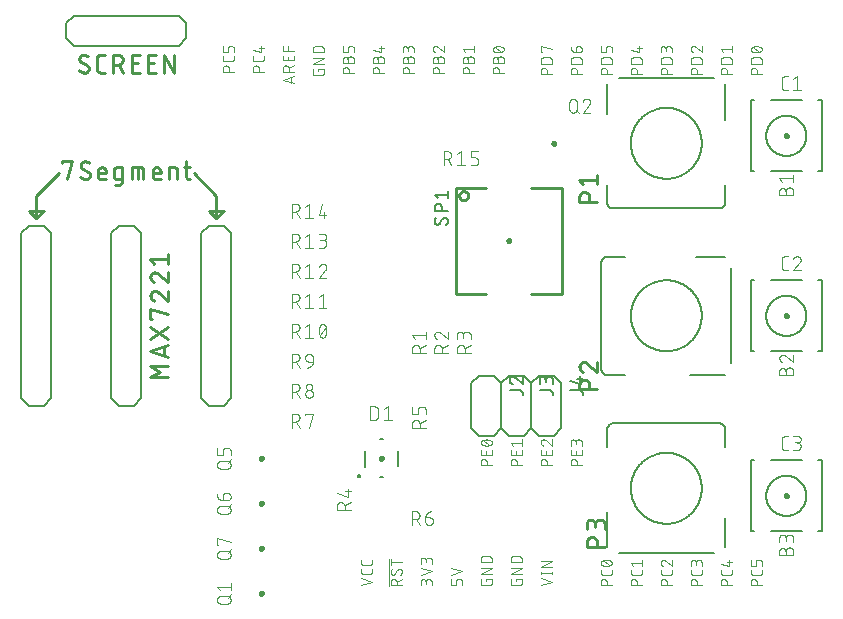
<source format=gto>
G04 EAGLE Gerber RS-274X export*
G75*
%MOMM*%
%FSLAX34Y34*%
%LPD*%
%INTop Silkscreen*%
%IPPOS*%
%AMOC8*
5,1,8,0,0,1.08239X$1,22.5*%
G01*
%ADD10C,0.279400*%
%ADD11C,0.254000*%
%ADD12C,0.203200*%
%ADD13C,0.127000*%
%ADD14C,0.101600*%
%ADD15C,0.076200*%
%ADD16C,0.152400*%


D10*
X66481Y466217D02*
X66595Y466219D01*
X66708Y466225D01*
X66822Y466234D01*
X66934Y466248D01*
X67047Y466265D01*
X67159Y466287D01*
X67269Y466312D01*
X67379Y466340D01*
X67488Y466373D01*
X67596Y466409D01*
X67703Y466449D01*
X67808Y466493D01*
X67911Y466540D01*
X68013Y466590D01*
X68113Y466644D01*
X68211Y466702D01*
X68307Y466763D01*
X68401Y466827D01*
X68493Y466894D01*
X68583Y466964D01*
X68670Y467037D01*
X68754Y467113D01*
X68836Y467192D01*
X68915Y467274D01*
X68991Y467359D01*
X69064Y467445D01*
X69134Y467535D01*
X69202Y467627D01*
X69265Y467721D01*
X69326Y467817D01*
X69384Y467915D01*
X69438Y468015D01*
X69488Y468117D01*
X69535Y468220D01*
X69579Y468325D01*
X69619Y468432D01*
X69655Y468540D01*
X69688Y468649D01*
X69716Y468759D01*
X69741Y468869D01*
X69763Y468981D01*
X69780Y469094D01*
X69794Y469206D01*
X69803Y469320D01*
X69809Y469433D01*
X69811Y469547D01*
X66481Y466217D02*
X66313Y466219D01*
X66145Y466225D01*
X65977Y466235D01*
X65809Y466249D01*
X65641Y466267D01*
X65475Y466289D01*
X65308Y466315D01*
X65143Y466345D01*
X64978Y466379D01*
X64814Y466417D01*
X64651Y466459D01*
X64489Y466505D01*
X64328Y466555D01*
X64168Y466608D01*
X64010Y466665D01*
X63853Y466726D01*
X63698Y466791D01*
X63544Y466859D01*
X63392Y466932D01*
X63242Y467007D01*
X63093Y467087D01*
X62946Y467169D01*
X62802Y467256D01*
X62660Y467345D01*
X62519Y467439D01*
X62381Y467535D01*
X62246Y467635D01*
X62113Y467738D01*
X61982Y467844D01*
X61854Y467953D01*
X61728Y468065D01*
X61606Y468180D01*
X61486Y468298D01*
X61902Y477873D02*
X61904Y477987D01*
X61910Y478100D01*
X61919Y478214D01*
X61933Y478326D01*
X61950Y478439D01*
X61972Y478551D01*
X61997Y478661D01*
X62025Y478771D01*
X62058Y478880D01*
X62094Y478988D01*
X62134Y479095D01*
X62178Y479200D01*
X62225Y479303D01*
X62275Y479405D01*
X62329Y479505D01*
X62387Y479603D01*
X62448Y479699D01*
X62511Y479793D01*
X62579Y479885D01*
X62649Y479975D01*
X62722Y480061D01*
X62798Y480146D01*
X62877Y480228D01*
X62959Y480307D01*
X63044Y480383D01*
X63130Y480456D01*
X63220Y480526D01*
X63312Y480594D01*
X63406Y480657D01*
X63502Y480718D01*
X63600Y480776D01*
X63700Y480830D01*
X63802Y480880D01*
X63905Y480927D01*
X64010Y480971D01*
X64117Y481011D01*
X64225Y481047D01*
X64334Y481080D01*
X64444Y481108D01*
X64554Y481133D01*
X64666Y481155D01*
X64779Y481172D01*
X64891Y481186D01*
X65005Y481195D01*
X65118Y481201D01*
X65232Y481203D01*
X65387Y481201D01*
X65541Y481195D01*
X65695Y481186D01*
X65849Y481172D01*
X66003Y481155D01*
X66156Y481134D01*
X66308Y481110D01*
X66460Y481081D01*
X66611Y481049D01*
X66762Y481013D01*
X66911Y480973D01*
X67059Y480930D01*
X67207Y480883D01*
X67353Y480832D01*
X67497Y480778D01*
X67641Y480720D01*
X67782Y480658D01*
X67923Y480594D01*
X68061Y480525D01*
X68198Y480454D01*
X68333Y480378D01*
X68466Y480300D01*
X68598Y480218D01*
X68727Y480133D01*
X68854Y480045D01*
X68978Y479954D01*
X63567Y474959D02*
X63470Y475018D01*
X63376Y475081D01*
X63283Y475146D01*
X63193Y475215D01*
X63105Y475286D01*
X63020Y475361D01*
X62937Y475438D01*
X62857Y475518D01*
X62779Y475600D01*
X62705Y475686D01*
X62633Y475773D01*
X62564Y475863D01*
X62498Y475955D01*
X62436Y476050D01*
X62376Y476146D01*
X62320Y476244D01*
X62267Y476345D01*
X62218Y476447D01*
X62172Y476550D01*
X62129Y476655D01*
X62090Y476761D01*
X62054Y476869D01*
X62023Y476978D01*
X61995Y477087D01*
X61970Y477198D01*
X61949Y477309D01*
X61932Y477421D01*
X61919Y477534D01*
X61910Y477647D01*
X61904Y477760D01*
X61902Y477873D01*
X68146Y472461D02*
X68243Y472402D01*
X68337Y472339D01*
X68430Y472274D01*
X68520Y472205D01*
X68608Y472134D01*
X68693Y472059D01*
X68776Y471982D01*
X68856Y471902D01*
X68934Y471820D01*
X69008Y471734D01*
X69080Y471647D01*
X69149Y471557D01*
X69215Y471465D01*
X69277Y471370D01*
X69337Y471274D01*
X69393Y471176D01*
X69446Y471075D01*
X69495Y470973D01*
X69542Y470870D01*
X69584Y470765D01*
X69623Y470659D01*
X69659Y470551D01*
X69690Y470442D01*
X69718Y470333D01*
X69743Y470222D01*
X69764Y470111D01*
X69781Y469999D01*
X69794Y469886D01*
X69803Y469773D01*
X69809Y469660D01*
X69811Y469547D01*
X68146Y472461D02*
X63567Y474959D01*
X79866Y466217D02*
X83197Y466217D01*
X79866Y466217D02*
X79752Y466219D01*
X79639Y466225D01*
X79525Y466234D01*
X79413Y466248D01*
X79300Y466265D01*
X79188Y466287D01*
X79078Y466312D01*
X78968Y466340D01*
X78859Y466373D01*
X78751Y466409D01*
X78644Y466449D01*
X78539Y466493D01*
X78436Y466540D01*
X78334Y466590D01*
X78234Y466644D01*
X78136Y466702D01*
X78040Y466763D01*
X77946Y466826D01*
X77854Y466894D01*
X77764Y466964D01*
X77678Y467037D01*
X77593Y467113D01*
X77511Y467192D01*
X77432Y467274D01*
X77356Y467359D01*
X77283Y467445D01*
X77213Y467535D01*
X77145Y467627D01*
X77082Y467721D01*
X77021Y467817D01*
X76963Y467915D01*
X76909Y468015D01*
X76859Y468117D01*
X76812Y468220D01*
X76768Y468325D01*
X76728Y468432D01*
X76692Y468540D01*
X76659Y468649D01*
X76631Y468759D01*
X76606Y468869D01*
X76584Y468981D01*
X76567Y469094D01*
X76553Y469206D01*
X76544Y469320D01*
X76538Y469433D01*
X76536Y469547D01*
X76536Y477873D01*
X76538Y477987D01*
X76544Y478100D01*
X76553Y478214D01*
X76567Y478326D01*
X76584Y478439D01*
X76606Y478551D01*
X76631Y478661D01*
X76659Y478771D01*
X76692Y478880D01*
X76728Y478988D01*
X76768Y479095D01*
X76812Y479200D01*
X76859Y479303D01*
X76909Y479405D01*
X76963Y479505D01*
X77021Y479603D01*
X77082Y479699D01*
X77145Y479793D01*
X77213Y479885D01*
X77283Y479975D01*
X77356Y480061D01*
X77432Y480146D01*
X77511Y480228D01*
X77593Y480307D01*
X77677Y480383D01*
X77764Y480456D01*
X77854Y480526D01*
X77946Y480593D01*
X78040Y480657D01*
X78136Y480718D01*
X78234Y480776D01*
X78334Y480830D01*
X78436Y480880D01*
X78539Y480927D01*
X78644Y480971D01*
X78751Y481011D01*
X78859Y481047D01*
X78968Y481080D01*
X79078Y481108D01*
X79188Y481133D01*
X79300Y481155D01*
X79413Y481172D01*
X79525Y481186D01*
X79639Y481195D01*
X79752Y481201D01*
X79866Y481203D01*
X83197Y481203D01*
X90281Y481203D02*
X90281Y466217D01*
X90281Y481203D02*
X94444Y481203D01*
X94572Y481201D01*
X94700Y481195D01*
X94828Y481185D01*
X94956Y481171D01*
X95083Y481154D01*
X95209Y481132D01*
X95335Y481107D01*
X95459Y481077D01*
X95583Y481044D01*
X95706Y481007D01*
X95828Y480966D01*
X95948Y480922D01*
X96067Y480874D01*
X96184Y480822D01*
X96300Y480767D01*
X96413Y480708D01*
X96526Y480645D01*
X96636Y480579D01*
X96743Y480510D01*
X96849Y480438D01*
X96953Y480362D01*
X97054Y480283D01*
X97153Y480201D01*
X97249Y480116D01*
X97342Y480029D01*
X97433Y479938D01*
X97520Y479845D01*
X97605Y479749D01*
X97687Y479650D01*
X97766Y479549D01*
X97842Y479445D01*
X97914Y479339D01*
X97983Y479232D01*
X98049Y479122D01*
X98112Y479009D01*
X98171Y478896D01*
X98226Y478780D01*
X98278Y478663D01*
X98326Y478544D01*
X98370Y478424D01*
X98411Y478302D01*
X98448Y478179D01*
X98481Y478055D01*
X98511Y477931D01*
X98536Y477805D01*
X98558Y477679D01*
X98575Y477552D01*
X98589Y477424D01*
X98599Y477296D01*
X98605Y477168D01*
X98607Y477040D01*
X98605Y476912D01*
X98599Y476784D01*
X98589Y476656D01*
X98575Y476528D01*
X98558Y476401D01*
X98536Y476275D01*
X98511Y476149D01*
X98481Y476025D01*
X98448Y475901D01*
X98411Y475778D01*
X98370Y475656D01*
X98326Y475536D01*
X98278Y475417D01*
X98226Y475300D01*
X98171Y475184D01*
X98112Y475071D01*
X98049Y474959D01*
X97983Y474848D01*
X97914Y474741D01*
X97842Y474635D01*
X97766Y474531D01*
X97687Y474430D01*
X97605Y474331D01*
X97520Y474235D01*
X97433Y474142D01*
X97342Y474051D01*
X97249Y473964D01*
X97153Y473879D01*
X97054Y473797D01*
X96953Y473718D01*
X96849Y473642D01*
X96743Y473570D01*
X96636Y473501D01*
X96526Y473435D01*
X96413Y473372D01*
X96300Y473313D01*
X96184Y473258D01*
X96067Y473206D01*
X95948Y473158D01*
X95828Y473114D01*
X95706Y473073D01*
X95583Y473036D01*
X95459Y473003D01*
X95335Y472973D01*
X95209Y472948D01*
X95083Y472926D01*
X94956Y472909D01*
X94828Y472895D01*
X94700Y472885D01*
X94572Y472879D01*
X94444Y472877D01*
X90281Y472877D01*
X95276Y472877D02*
X98606Y466217D01*
X106340Y466217D02*
X113000Y466217D01*
X106340Y466217D02*
X106340Y481203D01*
X113000Y481203D01*
X111335Y474543D02*
X106340Y474543D01*
X119887Y466217D02*
X126547Y466217D01*
X119887Y466217D02*
X119887Y481203D01*
X126547Y481203D01*
X124882Y474543D02*
X119887Y474543D01*
X133389Y481203D02*
X133389Y466217D01*
X141715Y466217D02*
X133389Y481203D01*
X141715Y481203D02*
X141715Y466217D01*
X137033Y208096D02*
X122047Y208096D01*
X130373Y213091D01*
X122047Y218086D01*
X137033Y218086D01*
X137033Y225290D02*
X122047Y230285D01*
X137033Y235281D01*
X133287Y234032D02*
X133287Y226539D01*
X137033Y240921D02*
X122047Y250912D01*
X122047Y240921D02*
X137033Y250912D01*
X123712Y257385D02*
X122047Y257385D01*
X122047Y265711D01*
X137033Y261548D01*
X122047Y277595D02*
X122049Y277715D01*
X122055Y277835D01*
X122064Y277955D01*
X122078Y278074D01*
X122095Y278193D01*
X122116Y278311D01*
X122141Y278429D01*
X122170Y278545D01*
X122202Y278661D01*
X122238Y278776D01*
X122278Y278889D01*
X122321Y279001D01*
X122368Y279112D01*
X122418Y279221D01*
X122472Y279328D01*
X122529Y279434D01*
X122590Y279537D01*
X122654Y279639D01*
X122721Y279739D01*
X122791Y279836D01*
X122864Y279931D01*
X122941Y280024D01*
X123020Y280114D01*
X123102Y280202D01*
X123187Y280287D01*
X123275Y280369D01*
X123365Y280448D01*
X123458Y280525D01*
X123553Y280598D01*
X123650Y280668D01*
X123750Y280735D01*
X123852Y280799D01*
X123955Y280860D01*
X124061Y280917D01*
X124168Y280971D01*
X124277Y281021D01*
X124388Y281068D01*
X124500Y281111D01*
X124613Y281151D01*
X124728Y281187D01*
X124844Y281219D01*
X124960Y281248D01*
X125078Y281273D01*
X125196Y281294D01*
X125315Y281311D01*
X125434Y281325D01*
X125554Y281334D01*
X125674Y281340D01*
X125794Y281342D01*
X122047Y277595D02*
X122049Y277457D01*
X122055Y277320D01*
X122065Y277183D01*
X122078Y277046D01*
X122096Y276910D01*
X122118Y276774D01*
X122143Y276638D01*
X122172Y276504D01*
X122205Y276371D01*
X122242Y276238D01*
X122283Y276107D01*
X122327Y275976D01*
X122375Y275848D01*
X122427Y275720D01*
X122483Y275594D01*
X122542Y275470D01*
X122604Y275347D01*
X122670Y275227D01*
X122739Y275108D01*
X122812Y274991D01*
X122888Y274877D01*
X122968Y274764D01*
X123050Y274654D01*
X123136Y274546D01*
X123224Y274441D01*
X123316Y274339D01*
X123410Y274239D01*
X123508Y274141D01*
X123608Y274047D01*
X123711Y273956D01*
X123816Y273867D01*
X123924Y273782D01*
X124034Y273699D01*
X124146Y273620D01*
X124261Y273544D01*
X124378Y273471D01*
X124497Y273402D01*
X124617Y273336D01*
X124740Y273274D01*
X124864Y273215D01*
X124990Y273160D01*
X125118Y273108D01*
X125247Y273060D01*
X125377Y273016D01*
X128708Y280093D02*
X128620Y280183D01*
X128529Y280269D01*
X128436Y280353D01*
X128340Y280434D01*
X128242Y280512D01*
X128142Y280586D01*
X128039Y280658D01*
X127934Y280726D01*
X127826Y280791D01*
X127717Y280853D01*
X127606Y280911D01*
X127494Y280965D01*
X127379Y281017D01*
X127263Y281064D01*
X127146Y281108D01*
X127027Y281148D01*
X126907Y281185D01*
X126786Y281218D01*
X126664Y281247D01*
X126542Y281272D01*
X126418Y281293D01*
X126294Y281311D01*
X126169Y281324D01*
X126044Y281334D01*
X125919Y281340D01*
X125794Y281342D01*
X128707Y280093D02*
X137033Y273016D01*
X137033Y281342D01*
X122047Y293227D02*
X122049Y293347D01*
X122055Y293467D01*
X122064Y293587D01*
X122078Y293706D01*
X122095Y293825D01*
X122116Y293943D01*
X122141Y294061D01*
X122170Y294177D01*
X122202Y294293D01*
X122238Y294408D01*
X122278Y294521D01*
X122321Y294633D01*
X122368Y294744D01*
X122418Y294853D01*
X122472Y294960D01*
X122529Y295066D01*
X122590Y295169D01*
X122654Y295271D01*
X122721Y295371D01*
X122791Y295468D01*
X122864Y295563D01*
X122941Y295656D01*
X123020Y295746D01*
X123102Y295834D01*
X123187Y295919D01*
X123275Y296001D01*
X123365Y296080D01*
X123458Y296157D01*
X123553Y296230D01*
X123650Y296300D01*
X123750Y296367D01*
X123852Y296431D01*
X123955Y296492D01*
X124061Y296549D01*
X124168Y296603D01*
X124277Y296653D01*
X124388Y296700D01*
X124500Y296743D01*
X124613Y296783D01*
X124728Y296819D01*
X124844Y296851D01*
X124960Y296880D01*
X125078Y296905D01*
X125196Y296926D01*
X125315Y296943D01*
X125434Y296957D01*
X125554Y296966D01*
X125674Y296972D01*
X125794Y296974D01*
X122047Y293227D02*
X122049Y293089D01*
X122055Y292952D01*
X122065Y292815D01*
X122078Y292678D01*
X122096Y292542D01*
X122118Y292406D01*
X122143Y292270D01*
X122172Y292136D01*
X122205Y292003D01*
X122242Y291870D01*
X122283Y291739D01*
X122327Y291608D01*
X122375Y291480D01*
X122427Y291352D01*
X122483Y291226D01*
X122542Y291102D01*
X122604Y290979D01*
X122670Y290859D01*
X122739Y290740D01*
X122812Y290623D01*
X122888Y290509D01*
X122968Y290396D01*
X123050Y290286D01*
X123136Y290178D01*
X123224Y290073D01*
X123316Y289971D01*
X123410Y289871D01*
X123508Y289773D01*
X123608Y289679D01*
X123711Y289588D01*
X123816Y289499D01*
X123924Y289414D01*
X124034Y289331D01*
X124146Y289252D01*
X124261Y289176D01*
X124378Y289103D01*
X124497Y289034D01*
X124617Y288968D01*
X124740Y288906D01*
X124864Y288847D01*
X124990Y288792D01*
X125118Y288740D01*
X125247Y288692D01*
X125377Y288648D01*
X128708Y295724D02*
X128620Y295814D01*
X128529Y295900D01*
X128436Y295984D01*
X128340Y296065D01*
X128242Y296143D01*
X128142Y296217D01*
X128039Y296289D01*
X127934Y296357D01*
X127826Y296422D01*
X127717Y296484D01*
X127606Y296542D01*
X127494Y296596D01*
X127379Y296648D01*
X127263Y296695D01*
X127146Y296739D01*
X127027Y296779D01*
X126907Y296816D01*
X126786Y296849D01*
X126664Y296878D01*
X126542Y296903D01*
X126418Y296924D01*
X126294Y296942D01*
X126169Y296955D01*
X126044Y296965D01*
X125919Y296971D01*
X125794Y296973D01*
X128707Y295724D02*
X137033Y288648D01*
X137033Y296973D01*
X125377Y304279D02*
X122047Y308442D01*
X137033Y308442D01*
X137033Y312604D02*
X137033Y304279D01*
X47556Y389368D02*
X47556Y391033D01*
X55881Y391033D01*
X51719Y376047D01*
X67661Y376047D02*
X67775Y376049D01*
X67888Y376055D01*
X68002Y376064D01*
X68114Y376078D01*
X68227Y376095D01*
X68339Y376117D01*
X68449Y376142D01*
X68559Y376170D01*
X68668Y376203D01*
X68776Y376239D01*
X68883Y376279D01*
X68988Y376323D01*
X69091Y376370D01*
X69193Y376420D01*
X69293Y376474D01*
X69391Y376532D01*
X69487Y376593D01*
X69581Y376657D01*
X69673Y376724D01*
X69763Y376794D01*
X69850Y376867D01*
X69934Y376943D01*
X70016Y377022D01*
X70095Y377104D01*
X70171Y377189D01*
X70244Y377275D01*
X70314Y377365D01*
X70382Y377457D01*
X70445Y377551D01*
X70506Y377647D01*
X70564Y377745D01*
X70618Y377845D01*
X70668Y377947D01*
X70715Y378050D01*
X70759Y378155D01*
X70799Y378262D01*
X70835Y378370D01*
X70868Y378479D01*
X70896Y378589D01*
X70921Y378699D01*
X70943Y378811D01*
X70960Y378924D01*
X70974Y379036D01*
X70983Y379150D01*
X70989Y379263D01*
X70991Y379377D01*
X67661Y376047D02*
X67493Y376049D01*
X67325Y376055D01*
X67157Y376065D01*
X66989Y376079D01*
X66821Y376097D01*
X66655Y376119D01*
X66488Y376145D01*
X66323Y376175D01*
X66158Y376209D01*
X65994Y376247D01*
X65831Y376289D01*
X65669Y376335D01*
X65508Y376385D01*
X65348Y376438D01*
X65190Y376495D01*
X65033Y376556D01*
X64878Y376621D01*
X64724Y376689D01*
X64572Y376762D01*
X64422Y376837D01*
X64273Y376917D01*
X64126Y376999D01*
X63982Y377086D01*
X63840Y377175D01*
X63699Y377269D01*
X63561Y377365D01*
X63426Y377465D01*
X63293Y377568D01*
X63162Y377674D01*
X63034Y377783D01*
X62908Y377895D01*
X62786Y378010D01*
X62666Y378128D01*
X63083Y387703D02*
X63085Y387817D01*
X63091Y387930D01*
X63100Y388044D01*
X63114Y388156D01*
X63131Y388269D01*
X63153Y388381D01*
X63178Y388491D01*
X63206Y388601D01*
X63239Y388710D01*
X63275Y388818D01*
X63315Y388925D01*
X63359Y389030D01*
X63406Y389133D01*
X63456Y389235D01*
X63510Y389335D01*
X63568Y389433D01*
X63629Y389529D01*
X63692Y389623D01*
X63760Y389715D01*
X63830Y389805D01*
X63903Y389891D01*
X63979Y389976D01*
X64058Y390058D01*
X64140Y390137D01*
X64225Y390213D01*
X64311Y390286D01*
X64401Y390356D01*
X64493Y390424D01*
X64587Y390487D01*
X64683Y390548D01*
X64781Y390606D01*
X64881Y390660D01*
X64983Y390710D01*
X65086Y390757D01*
X65191Y390801D01*
X65298Y390841D01*
X65406Y390877D01*
X65515Y390910D01*
X65625Y390938D01*
X65735Y390963D01*
X65847Y390985D01*
X65960Y391002D01*
X66072Y391016D01*
X66186Y391025D01*
X66299Y391031D01*
X66413Y391033D01*
X66568Y391031D01*
X66722Y391025D01*
X66876Y391016D01*
X67030Y391002D01*
X67184Y390985D01*
X67337Y390964D01*
X67489Y390940D01*
X67641Y390911D01*
X67792Y390879D01*
X67943Y390843D01*
X68092Y390803D01*
X68240Y390760D01*
X68388Y390713D01*
X68534Y390662D01*
X68678Y390608D01*
X68822Y390550D01*
X68963Y390488D01*
X69104Y390424D01*
X69242Y390355D01*
X69379Y390284D01*
X69514Y390208D01*
X69647Y390130D01*
X69779Y390048D01*
X69908Y389963D01*
X70035Y389875D01*
X70159Y389784D01*
X64748Y384789D02*
X64651Y384848D01*
X64557Y384911D01*
X64464Y384976D01*
X64374Y385045D01*
X64286Y385116D01*
X64201Y385191D01*
X64118Y385268D01*
X64038Y385348D01*
X63960Y385430D01*
X63886Y385516D01*
X63814Y385603D01*
X63745Y385693D01*
X63679Y385785D01*
X63617Y385880D01*
X63557Y385976D01*
X63501Y386074D01*
X63448Y386175D01*
X63399Y386277D01*
X63353Y386380D01*
X63310Y386485D01*
X63271Y386591D01*
X63235Y386699D01*
X63204Y386808D01*
X63176Y386917D01*
X63151Y387028D01*
X63130Y387139D01*
X63113Y387251D01*
X63100Y387364D01*
X63091Y387477D01*
X63085Y387590D01*
X63083Y387703D01*
X69326Y382291D02*
X69423Y382232D01*
X69517Y382169D01*
X69610Y382104D01*
X69700Y382035D01*
X69788Y381964D01*
X69873Y381889D01*
X69956Y381812D01*
X70036Y381732D01*
X70114Y381650D01*
X70188Y381564D01*
X70260Y381477D01*
X70329Y381387D01*
X70395Y381295D01*
X70457Y381200D01*
X70517Y381104D01*
X70573Y381006D01*
X70626Y380905D01*
X70675Y380803D01*
X70722Y380700D01*
X70764Y380595D01*
X70803Y380489D01*
X70839Y380381D01*
X70870Y380272D01*
X70898Y380163D01*
X70923Y380052D01*
X70944Y379941D01*
X70961Y379829D01*
X70974Y379716D01*
X70983Y379603D01*
X70989Y379490D01*
X70991Y379377D01*
X69327Y382291D02*
X64747Y384789D01*
X80064Y376047D02*
X84227Y376047D01*
X80064Y376047D02*
X79966Y376049D01*
X79868Y376055D01*
X79770Y376064D01*
X79673Y376078D01*
X79577Y376095D01*
X79481Y376116D01*
X79386Y376141D01*
X79292Y376169D01*
X79199Y376201D01*
X79108Y376237D01*
X79018Y376276D01*
X78930Y376319D01*
X78843Y376366D01*
X78759Y376415D01*
X78676Y376468D01*
X78596Y376524D01*
X78518Y376583D01*
X78442Y376646D01*
X78368Y376711D01*
X78298Y376779D01*
X78230Y376849D01*
X78165Y376923D01*
X78102Y376999D01*
X78043Y377077D01*
X77987Y377157D01*
X77934Y377240D01*
X77885Y377324D01*
X77838Y377411D01*
X77795Y377499D01*
X77756Y377589D01*
X77720Y377680D01*
X77688Y377773D01*
X77660Y377867D01*
X77635Y377962D01*
X77614Y378058D01*
X77597Y378154D01*
X77583Y378251D01*
X77574Y378349D01*
X77568Y378447D01*
X77566Y378545D01*
X77567Y378545D02*
X77567Y382707D01*
X77569Y382821D01*
X77575Y382934D01*
X77584Y383048D01*
X77598Y383160D01*
X77615Y383273D01*
X77637Y383385D01*
X77662Y383495D01*
X77690Y383605D01*
X77723Y383714D01*
X77759Y383822D01*
X77799Y383929D01*
X77843Y384034D01*
X77890Y384137D01*
X77940Y384239D01*
X77994Y384339D01*
X78052Y384437D01*
X78113Y384533D01*
X78176Y384627D01*
X78244Y384719D01*
X78314Y384809D01*
X78387Y384895D01*
X78463Y384980D01*
X78542Y385062D01*
X78624Y385141D01*
X78709Y385217D01*
X78795Y385290D01*
X78885Y385360D01*
X78977Y385428D01*
X79071Y385491D01*
X79167Y385552D01*
X79265Y385610D01*
X79365Y385664D01*
X79467Y385714D01*
X79570Y385761D01*
X79675Y385805D01*
X79782Y385845D01*
X79890Y385881D01*
X79999Y385914D01*
X80109Y385942D01*
X80219Y385967D01*
X80331Y385989D01*
X80444Y386006D01*
X80556Y386020D01*
X80670Y386029D01*
X80783Y386035D01*
X80897Y386037D01*
X81011Y386035D01*
X81124Y386029D01*
X81238Y386020D01*
X81350Y386006D01*
X81463Y385989D01*
X81575Y385967D01*
X81685Y385942D01*
X81795Y385914D01*
X81904Y385881D01*
X82012Y385845D01*
X82119Y385805D01*
X82224Y385761D01*
X82327Y385714D01*
X82429Y385664D01*
X82529Y385610D01*
X82627Y385552D01*
X82723Y385491D01*
X82817Y385428D01*
X82909Y385360D01*
X82999Y385290D01*
X83085Y385217D01*
X83170Y385141D01*
X83252Y385062D01*
X83331Y384980D01*
X83407Y384895D01*
X83480Y384809D01*
X83550Y384719D01*
X83618Y384627D01*
X83681Y384533D01*
X83742Y384437D01*
X83800Y384339D01*
X83854Y384239D01*
X83904Y384137D01*
X83951Y384034D01*
X83995Y383929D01*
X84035Y383822D01*
X84071Y383714D01*
X84104Y383605D01*
X84132Y383495D01*
X84157Y383385D01*
X84179Y383273D01*
X84196Y383160D01*
X84210Y383048D01*
X84219Y382934D01*
X84225Y382821D01*
X84227Y382707D01*
X84227Y381042D01*
X77567Y381042D01*
X93501Y376047D02*
X97664Y376047D01*
X93501Y376047D02*
X93403Y376049D01*
X93305Y376055D01*
X93207Y376064D01*
X93110Y376078D01*
X93014Y376095D01*
X92918Y376116D01*
X92823Y376141D01*
X92729Y376169D01*
X92636Y376201D01*
X92545Y376237D01*
X92455Y376276D01*
X92367Y376319D01*
X92280Y376366D01*
X92196Y376415D01*
X92113Y376468D01*
X92033Y376524D01*
X91955Y376583D01*
X91879Y376646D01*
X91805Y376711D01*
X91735Y376779D01*
X91667Y376849D01*
X91602Y376923D01*
X91539Y376999D01*
X91480Y377077D01*
X91424Y377157D01*
X91371Y377240D01*
X91322Y377324D01*
X91275Y377411D01*
X91232Y377499D01*
X91193Y377589D01*
X91157Y377680D01*
X91125Y377773D01*
X91097Y377867D01*
X91072Y377962D01*
X91051Y378058D01*
X91034Y378154D01*
X91020Y378251D01*
X91011Y378349D01*
X91005Y378447D01*
X91003Y378545D01*
X91003Y383540D01*
X91005Y383638D01*
X91011Y383736D01*
X91020Y383834D01*
X91034Y383931D01*
X91051Y384027D01*
X91072Y384123D01*
X91097Y384218D01*
X91125Y384312D01*
X91157Y384405D01*
X91193Y384496D01*
X91232Y384586D01*
X91275Y384674D01*
X91322Y384761D01*
X91371Y384845D01*
X91424Y384928D01*
X91480Y385008D01*
X91539Y385087D01*
X91602Y385162D01*
X91667Y385236D01*
X91735Y385306D01*
X91805Y385374D01*
X91879Y385440D01*
X91955Y385502D01*
X92033Y385561D01*
X92113Y385617D01*
X92196Y385670D01*
X92280Y385720D01*
X92367Y385766D01*
X92455Y385809D01*
X92545Y385848D01*
X92636Y385884D01*
X92729Y385916D01*
X92823Y385944D01*
X92918Y385969D01*
X93014Y385990D01*
X93110Y386007D01*
X93207Y386021D01*
X93305Y386030D01*
X93403Y386036D01*
X93501Y386038D01*
X97664Y386038D01*
X97664Y373549D01*
X97662Y373451D01*
X97656Y373353D01*
X97647Y373255D01*
X97633Y373158D01*
X97616Y373062D01*
X97595Y372966D01*
X97570Y372871D01*
X97542Y372777D01*
X97510Y372684D01*
X97474Y372593D01*
X97435Y372503D01*
X97392Y372415D01*
X97345Y372328D01*
X97296Y372244D01*
X97243Y372161D01*
X97187Y372081D01*
X97128Y372002D01*
X97065Y371927D01*
X97000Y371853D01*
X96932Y371783D01*
X96862Y371715D01*
X96788Y371649D01*
X96712Y371587D01*
X96634Y371528D01*
X96554Y371472D01*
X96471Y371419D01*
X96387Y371369D01*
X96300Y371323D01*
X96212Y371280D01*
X96122Y371241D01*
X96031Y371205D01*
X95938Y371173D01*
X95844Y371145D01*
X95749Y371120D01*
X95653Y371099D01*
X95557Y371082D01*
X95460Y371068D01*
X95362Y371059D01*
X95264Y371053D01*
X95166Y371051D01*
X95166Y371052D02*
X91836Y371052D01*
X106122Y376047D02*
X106122Y386038D01*
X113615Y386038D01*
X113713Y386036D01*
X113811Y386030D01*
X113909Y386021D01*
X114006Y386007D01*
X114102Y385990D01*
X114198Y385969D01*
X114293Y385944D01*
X114387Y385916D01*
X114480Y385884D01*
X114571Y385848D01*
X114661Y385809D01*
X114749Y385766D01*
X114836Y385719D01*
X114920Y385670D01*
X115003Y385617D01*
X115083Y385561D01*
X115161Y385502D01*
X115237Y385439D01*
X115311Y385374D01*
X115381Y385306D01*
X115449Y385236D01*
X115514Y385162D01*
X115577Y385086D01*
X115636Y385008D01*
X115692Y384928D01*
X115745Y384845D01*
X115794Y384761D01*
X115841Y384674D01*
X115884Y384586D01*
X115923Y384496D01*
X115959Y384405D01*
X115991Y384312D01*
X116019Y384218D01*
X116044Y384123D01*
X116065Y384027D01*
X116082Y383931D01*
X116096Y383834D01*
X116105Y383736D01*
X116111Y383638D01*
X116113Y383540D01*
X116113Y376047D01*
X111117Y376047D02*
X111117Y386038D01*
X126437Y376047D02*
X130600Y376047D01*
X126437Y376047D02*
X126339Y376049D01*
X126241Y376055D01*
X126143Y376064D01*
X126046Y376078D01*
X125950Y376095D01*
X125854Y376116D01*
X125759Y376141D01*
X125665Y376169D01*
X125572Y376201D01*
X125481Y376237D01*
X125391Y376276D01*
X125303Y376319D01*
X125216Y376366D01*
X125132Y376415D01*
X125049Y376468D01*
X124969Y376524D01*
X124891Y376583D01*
X124815Y376646D01*
X124741Y376711D01*
X124671Y376779D01*
X124603Y376849D01*
X124538Y376923D01*
X124475Y376999D01*
X124416Y377077D01*
X124360Y377157D01*
X124307Y377240D01*
X124258Y377324D01*
X124211Y377411D01*
X124168Y377499D01*
X124129Y377589D01*
X124093Y377680D01*
X124061Y377773D01*
X124033Y377867D01*
X124008Y377962D01*
X123987Y378058D01*
X123970Y378154D01*
X123956Y378251D01*
X123947Y378349D01*
X123941Y378447D01*
X123939Y378545D01*
X123939Y382707D01*
X123940Y382707D02*
X123942Y382821D01*
X123948Y382934D01*
X123957Y383048D01*
X123971Y383160D01*
X123988Y383273D01*
X124010Y383385D01*
X124035Y383495D01*
X124063Y383605D01*
X124096Y383714D01*
X124132Y383822D01*
X124172Y383929D01*
X124216Y384034D01*
X124263Y384137D01*
X124313Y384239D01*
X124367Y384339D01*
X124425Y384437D01*
X124486Y384533D01*
X124549Y384627D01*
X124617Y384719D01*
X124687Y384809D01*
X124760Y384895D01*
X124836Y384980D01*
X124915Y385062D01*
X124997Y385141D01*
X125082Y385217D01*
X125168Y385290D01*
X125258Y385360D01*
X125350Y385428D01*
X125444Y385491D01*
X125540Y385552D01*
X125638Y385610D01*
X125738Y385664D01*
X125840Y385714D01*
X125943Y385761D01*
X126048Y385805D01*
X126155Y385845D01*
X126263Y385881D01*
X126372Y385914D01*
X126482Y385942D01*
X126592Y385967D01*
X126704Y385989D01*
X126817Y386006D01*
X126929Y386020D01*
X127043Y386029D01*
X127156Y386035D01*
X127270Y386037D01*
X127384Y386035D01*
X127497Y386029D01*
X127611Y386020D01*
X127723Y386006D01*
X127836Y385989D01*
X127948Y385967D01*
X128058Y385942D01*
X128168Y385914D01*
X128277Y385881D01*
X128385Y385845D01*
X128492Y385805D01*
X128597Y385761D01*
X128700Y385714D01*
X128802Y385664D01*
X128902Y385610D01*
X129000Y385552D01*
X129096Y385491D01*
X129190Y385428D01*
X129282Y385360D01*
X129372Y385290D01*
X129458Y385217D01*
X129543Y385141D01*
X129625Y385062D01*
X129704Y384980D01*
X129780Y384895D01*
X129853Y384809D01*
X129923Y384719D01*
X129991Y384627D01*
X130054Y384533D01*
X130115Y384437D01*
X130173Y384339D01*
X130227Y384239D01*
X130277Y384137D01*
X130324Y384034D01*
X130368Y383929D01*
X130408Y383822D01*
X130444Y383714D01*
X130477Y383605D01*
X130505Y383495D01*
X130530Y383385D01*
X130552Y383273D01*
X130569Y383160D01*
X130583Y383048D01*
X130592Y382934D01*
X130598Y382821D01*
X130600Y382707D01*
X130600Y381042D01*
X123939Y381042D01*
X138007Y376047D02*
X138007Y386038D01*
X142170Y386038D01*
X142268Y386036D01*
X142366Y386030D01*
X142464Y386021D01*
X142561Y386007D01*
X142657Y385990D01*
X142753Y385969D01*
X142848Y385944D01*
X142942Y385916D01*
X143035Y385884D01*
X143126Y385848D01*
X143216Y385809D01*
X143304Y385766D01*
X143391Y385720D01*
X143475Y385670D01*
X143558Y385617D01*
X143638Y385561D01*
X143716Y385502D01*
X143792Y385440D01*
X143866Y385374D01*
X143936Y385306D01*
X144004Y385236D01*
X144069Y385162D01*
X144132Y385087D01*
X144191Y385008D01*
X144247Y384928D01*
X144300Y384845D01*
X144349Y384761D01*
X144396Y384674D01*
X144439Y384586D01*
X144478Y384496D01*
X144514Y384405D01*
X144546Y384312D01*
X144574Y384218D01*
X144599Y384123D01*
X144620Y384027D01*
X144637Y383931D01*
X144651Y383834D01*
X144660Y383736D01*
X144666Y383638D01*
X144668Y383540D01*
X144668Y376047D01*
X150649Y386038D02*
X155644Y386038D01*
X152314Y391033D02*
X152314Y378545D01*
X152316Y378447D01*
X152322Y378349D01*
X152331Y378251D01*
X152345Y378154D01*
X152362Y378058D01*
X152383Y377962D01*
X152408Y377867D01*
X152436Y377773D01*
X152468Y377680D01*
X152504Y377589D01*
X152543Y377499D01*
X152586Y377411D01*
X152633Y377324D01*
X152682Y377240D01*
X152735Y377157D01*
X152791Y377077D01*
X152850Y376999D01*
X152913Y376923D01*
X152978Y376849D01*
X153046Y376779D01*
X153116Y376711D01*
X153190Y376646D01*
X153266Y376583D01*
X153344Y376524D01*
X153424Y376468D01*
X153507Y376415D01*
X153591Y376366D01*
X153678Y376319D01*
X153766Y376276D01*
X153856Y376237D01*
X153947Y376201D01*
X154040Y376169D01*
X154134Y376141D01*
X154229Y376116D01*
X154325Y376095D01*
X154421Y376078D01*
X154518Y376064D01*
X154616Y376055D01*
X154714Y376049D01*
X154812Y376047D01*
X155644Y376047D01*
D11*
X44450Y381000D02*
X25400Y361950D01*
X25400Y342900D01*
X31750Y349250D01*
X19050Y349250D01*
X25400Y342900D01*
X158750Y381000D02*
X177800Y361950D01*
X177800Y342900D01*
X171450Y349250D01*
X184150Y349250D01*
X177800Y342900D01*
D10*
X485267Y356741D02*
X500253Y356741D01*
X485267Y356741D02*
X485267Y360904D01*
X485269Y361032D01*
X485275Y361160D01*
X485285Y361288D01*
X485299Y361416D01*
X485316Y361543D01*
X485338Y361669D01*
X485363Y361795D01*
X485393Y361919D01*
X485426Y362043D01*
X485463Y362166D01*
X485504Y362288D01*
X485548Y362408D01*
X485596Y362527D01*
X485648Y362644D01*
X485703Y362760D01*
X485762Y362873D01*
X485825Y362986D01*
X485891Y363096D01*
X485960Y363203D01*
X486032Y363309D01*
X486108Y363413D01*
X486187Y363514D01*
X486269Y363613D01*
X486354Y363709D01*
X486441Y363802D01*
X486532Y363893D01*
X486625Y363980D01*
X486721Y364065D01*
X486820Y364147D01*
X486921Y364226D01*
X487025Y364302D01*
X487131Y364374D01*
X487238Y364443D01*
X487349Y364509D01*
X487461Y364572D01*
X487574Y364631D01*
X487690Y364686D01*
X487807Y364738D01*
X487926Y364786D01*
X488046Y364830D01*
X488168Y364871D01*
X488291Y364908D01*
X488415Y364941D01*
X488539Y364971D01*
X488665Y364996D01*
X488791Y365018D01*
X488918Y365035D01*
X489046Y365049D01*
X489174Y365059D01*
X489302Y365065D01*
X489430Y365067D01*
X489558Y365065D01*
X489686Y365059D01*
X489814Y365049D01*
X489942Y365035D01*
X490069Y365018D01*
X490195Y364996D01*
X490321Y364971D01*
X490445Y364941D01*
X490569Y364908D01*
X490692Y364871D01*
X490814Y364830D01*
X490934Y364786D01*
X491053Y364738D01*
X491170Y364686D01*
X491286Y364631D01*
X491399Y364572D01*
X491512Y364509D01*
X491622Y364443D01*
X491729Y364374D01*
X491835Y364302D01*
X491939Y364226D01*
X492040Y364147D01*
X492139Y364065D01*
X492235Y363980D01*
X492328Y363893D01*
X492419Y363802D01*
X492506Y363709D01*
X492591Y363613D01*
X492673Y363514D01*
X492752Y363413D01*
X492828Y363309D01*
X492900Y363203D01*
X492969Y363096D01*
X493035Y362986D01*
X493098Y362873D01*
X493157Y362760D01*
X493212Y362644D01*
X493264Y362527D01*
X493312Y362408D01*
X493356Y362288D01*
X493397Y362166D01*
X493434Y362043D01*
X493467Y361919D01*
X493497Y361795D01*
X493522Y361669D01*
X493544Y361543D01*
X493561Y361416D01*
X493575Y361288D01*
X493585Y361160D01*
X493591Y361032D01*
X493593Y360904D01*
X493593Y356741D01*
X488597Y371533D02*
X485267Y375696D01*
X500253Y375696D01*
X500253Y371533D02*
X500253Y379859D01*
X500253Y197991D02*
X485267Y197991D01*
X485267Y202154D01*
X485269Y202282D01*
X485275Y202410D01*
X485285Y202538D01*
X485299Y202666D01*
X485316Y202793D01*
X485338Y202919D01*
X485363Y203045D01*
X485393Y203169D01*
X485426Y203293D01*
X485463Y203416D01*
X485504Y203538D01*
X485548Y203658D01*
X485596Y203777D01*
X485648Y203894D01*
X485703Y204010D01*
X485762Y204123D01*
X485825Y204236D01*
X485891Y204346D01*
X485960Y204453D01*
X486032Y204559D01*
X486108Y204663D01*
X486187Y204764D01*
X486269Y204863D01*
X486354Y204959D01*
X486441Y205052D01*
X486532Y205143D01*
X486625Y205230D01*
X486721Y205315D01*
X486820Y205397D01*
X486921Y205476D01*
X487025Y205552D01*
X487131Y205624D01*
X487238Y205693D01*
X487349Y205759D01*
X487461Y205822D01*
X487574Y205881D01*
X487690Y205936D01*
X487807Y205988D01*
X487926Y206036D01*
X488046Y206080D01*
X488168Y206121D01*
X488291Y206158D01*
X488415Y206191D01*
X488539Y206221D01*
X488665Y206246D01*
X488791Y206268D01*
X488918Y206285D01*
X489046Y206299D01*
X489174Y206309D01*
X489302Y206315D01*
X489430Y206317D01*
X489558Y206315D01*
X489686Y206309D01*
X489814Y206299D01*
X489942Y206285D01*
X490069Y206268D01*
X490195Y206246D01*
X490321Y206221D01*
X490445Y206191D01*
X490569Y206158D01*
X490692Y206121D01*
X490814Y206080D01*
X490934Y206036D01*
X491053Y205988D01*
X491170Y205936D01*
X491286Y205881D01*
X491399Y205822D01*
X491512Y205759D01*
X491622Y205693D01*
X491729Y205624D01*
X491835Y205552D01*
X491939Y205476D01*
X492040Y205397D01*
X492139Y205315D01*
X492235Y205230D01*
X492328Y205143D01*
X492419Y205052D01*
X492506Y204959D01*
X492591Y204863D01*
X492673Y204764D01*
X492752Y204663D01*
X492828Y204559D01*
X492900Y204453D01*
X492969Y204346D01*
X493035Y204236D01*
X493098Y204123D01*
X493157Y204010D01*
X493212Y203894D01*
X493264Y203777D01*
X493312Y203658D01*
X493356Y203538D01*
X493397Y203416D01*
X493434Y203293D01*
X493467Y203169D01*
X493497Y203045D01*
X493522Y202919D01*
X493544Y202793D01*
X493561Y202666D01*
X493575Y202538D01*
X493585Y202410D01*
X493591Y202282D01*
X493593Y202154D01*
X493593Y197991D01*
X485267Y217362D02*
X485269Y217482D01*
X485275Y217602D01*
X485284Y217722D01*
X485298Y217841D01*
X485315Y217960D01*
X485336Y218078D01*
X485361Y218196D01*
X485390Y218312D01*
X485422Y218428D01*
X485458Y218543D01*
X485498Y218656D01*
X485541Y218768D01*
X485588Y218879D01*
X485638Y218988D01*
X485692Y219095D01*
X485749Y219201D01*
X485810Y219304D01*
X485874Y219406D01*
X485941Y219506D01*
X486011Y219603D01*
X486084Y219698D01*
X486161Y219791D01*
X486240Y219881D01*
X486322Y219969D01*
X486407Y220054D01*
X486495Y220136D01*
X486585Y220215D01*
X486678Y220292D01*
X486773Y220365D01*
X486870Y220435D01*
X486970Y220502D01*
X487072Y220566D01*
X487175Y220627D01*
X487281Y220684D01*
X487388Y220738D01*
X487497Y220788D01*
X487608Y220835D01*
X487720Y220878D01*
X487833Y220918D01*
X487948Y220954D01*
X488064Y220986D01*
X488180Y221015D01*
X488298Y221040D01*
X488416Y221061D01*
X488535Y221078D01*
X488654Y221092D01*
X488774Y221101D01*
X488894Y221107D01*
X489014Y221109D01*
X485267Y217362D02*
X485269Y217224D01*
X485275Y217087D01*
X485285Y216950D01*
X485298Y216813D01*
X485316Y216677D01*
X485338Y216541D01*
X485363Y216405D01*
X485392Y216271D01*
X485425Y216138D01*
X485462Y216005D01*
X485503Y215874D01*
X485547Y215743D01*
X485595Y215615D01*
X485647Y215487D01*
X485703Y215361D01*
X485762Y215237D01*
X485824Y215114D01*
X485890Y214994D01*
X485959Y214875D01*
X486032Y214758D01*
X486108Y214644D01*
X486188Y214531D01*
X486270Y214421D01*
X486356Y214313D01*
X486444Y214208D01*
X486536Y214106D01*
X486630Y214006D01*
X486728Y213908D01*
X486828Y213814D01*
X486931Y213723D01*
X487036Y213634D01*
X487144Y213549D01*
X487254Y213466D01*
X487366Y213387D01*
X487481Y213311D01*
X487598Y213238D01*
X487717Y213169D01*
X487837Y213103D01*
X487960Y213041D01*
X488084Y212982D01*
X488210Y212927D01*
X488338Y212875D01*
X488467Y212827D01*
X488597Y212783D01*
X491928Y219860D02*
X491840Y219950D01*
X491749Y220036D01*
X491656Y220120D01*
X491560Y220201D01*
X491462Y220279D01*
X491362Y220353D01*
X491259Y220425D01*
X491154Y220493D01*
X491046Y220558D01*
X490937Y220620D01*
X490826Y220678D01*
X490714Y220732D01*
X490599Y220784D01*
X490483Y220831D01*
X490366Y220875D01*
X490247Y220915D01*
X490127Y220952D01*
X490006Y220985D01*
X489884Y221014D01*
X489762Y221039D01*
X489638Y221060D01*
X489514Y221078D01*
X489389Y221091D01*
X489264Y221101D01*
X489139Y221107D01*
X489014Y221109D01*
X491927Y219860D02*
X500253Y212783D01*
X500253Y221109D01*
X506603Y64641D02*
X491617Y64641D01*
X491617Y68804D01*
X491619Y68932D01*
X491625Y69060D01*
X491635Y69188D01*
X491649Y69316D01*
X491666Y69443D01*
X491688Y69569D01*
X491713Y69695D01*
X491743Y69819D01*
X491776Y69943D01*
X491813Y70066D01*
X491854Y70188D01*
X491898Y70308D01*
X491946Y70427D01*
X491998Y70544D01*
X492053Y70660D01*
X492112Y70773D01*
X492175Y70886D01*
X492241Y70996D01*
X492310Y71103D01*
X492382Y71209D01*
X492458Y71313D01*
X492537Y71414D01*
X492619Y71513D01*
X492704Y71609D01*
X492791Y71702D01*
X492882Y71793D01*
X492975Y71880D01*
X493071Y71965D01*
X493170Y72047D01*
X493271Y72126D01*
X493375Y72202D01*
X493481Y72274D01*
X493588Y72343D01*
X493699Y72409D01*
X493811Y72472D01*
X493924Y72531D01*
X494040Y72586D01*
X494157Y72638D01*
X494276Y72686D01*
X494396Y72730D01*
X494518Y72771D01*
X494641Y72808D01*
X494765Y72841D01*
X494889Y72871D01*
X495015Y72896D01*
X495141Y72918D01*
X495268Y72935D01*
X495396Y72949D01*
X495524Y72959D01*
X495652Y72965D01*
X495780Y72967D01*
X495908Y72965D01*
X496036Y72959D01*
X496164Y72949D01*
X496292Y72935D01*
X496419Y72918D01*
X496545Y72896D01*
X496671Y72871D01*
X496795Y72841D01*
X496919Y72808D01*
X497042Y72771D01*
X497164Y72730D01*
X497284Y72686D01*
X497403Y72638D01*
X497520Y72586D01*
X497636Y72531D01*
X497749Y72472D01*
X497862Y72409D01*
X497972Y72343D01*
X498079Y72274D01*
X498185Y72202D01*
X498289Y72126D01*
X498390Y72047D01*
X498489Y71965D01*
X498585Y71880D01*
X498678Y71793D01*
X498769Y71702D01*
X498856Y71609D01*
X498941Y71513D01*
X499023Y71414D01*
X499102Y71313D01*
X499178Y71209D01*
X499250Y71103D01*
X499319Y70996D01*
X499385Y70886D01*
X499448Y70773D01*
X499507Y70660D01*
X499562Y70544D01*
X499614Y70427D01*
X499662Y70308D01*
X499706Y70188D01*
X499747Y70066D01*
X499784Y69943D01*
X499817Y69819D01*
X499847Y69695D01*
X499872Y69569D01*
X499894Y69443D01*
X499911Y69316D01*
X499925Y69188D01*
X499935Y69060D01*
X499941Y68932D01*
X499943Y68804D01*
X499943Y64641D01*
X506603Y79433D02*
X506603Y83596D01*
X506601Y83724D01*
X506595Y83852D01*
X506585Y83980D01*
X506571Y84108D01*
X506554Y84235D01*
X506532Y84361D01*
X506507Y84487D01*
X506477Y84611D01*
X506444Y84735D01*
X506407Y84858D01*
X506366Y84980D01*
X506322Y85100D01*
X506274Y85219D01*
X506222Y85336D01*
X506167Y85452D01*
X506108Y85565D01*
X506045Y85678D01*
X505979Y85788D01*
X505910Y85895D01*
X505838Y86001D01*
X505762Y86105D01*
X505683Y86206D01*
X505601Y86305D01*
X505516Y86401D01*
X505429Y86494D01*
X505338Y86585D01*
X505245Y86672D01*
X505149Y86757D01*
X505050Y86839D01*
X504949Y86918D01*
X504845Y86994D01*
X504739Y87066D01*
X504632Y87135D01*
X504522Y87201D01*
X504409Y87264D01*
X504296Y87323D01*
X504180Y87378D01*
X504063Y87430D01*
X503944Y87478D01*
X503824Y87522D01*
X503702Y87563D01*
X503579Y87600D01*
X503455Y87633D01*
X503331Y87663D01*
X503205Y87688D01*
X503079Y87710D01*
X502952Y87727D01*
X502824Y87741D01*
X502696Y87751D01*
X502568Y87757D01*
X502440Y87759D01*
X502312Y87757D01*
X502184Y87751D01*
X502056Y87741D01*
X501928Y87727D01*
X501801Y87710D01*
X501675Y87688D01*
X501549Y87663D01*
X501425Y87633D01*
X501301Y87600D01*
X501178Y87563D01*
X501056Y87522D01*
X500936Y87478D01*
X500817Y87430D01*
X500700Y87378D01*
X500584Y87323D01*
X500471Y87264D01*
X500359Y87201D01*
X500248Y87135D01*
X500141Y87066D01*
X500035Y86994D01*
X499931Y86918D01*
X499830Y86839D01*
X499731Y86757D01*
X499635Y86672D01*
X499542Y86585D01*
X499451Y86494D01*
X499364Y86401D01*
X499279Y86305D01*
X499197Y86206D01*
X499118Y86105D01*
X499042Y86001D01*
X498970Y85895D01*
X498901Y85788D01*
X498835Y85678D01*
X498772Y85565D01*
X498713Y85452D01*
X498658Y85336D01*
X498606Y85219D01*
X498558Y85100D01*
X498514Y84980D01*
X498473Y84858D01*
X498436Y84735D01*
X498403Y84611D01*
X498373Y84487D01*
X498348Y84361D01*
X498326Y84235D01*
X498309Y84108D01*
X498295Y83980D01*
X498285Y83852D01*
X498279Y83724D01*
X498277Y83596D01*
X491617Y84429D02*
X491617Y79433D01*
X491617Y84429D02*
X491619Y84543D01*
X491625Y84656D01*
X491634Y84770D01*
X491648Y84882D01*
X491665Y84995D01*
X491687Y85107D01*
X491712Y85217D01*
X491740Y85327D01*
X491773Y85436D01*
X491809Y85544D01*
X491849Y85651D01*
X491893Y85756D01*
X491940Y85859D01*
X491990Y85961D01*
X492044Y86061D01*
X492102Y86159D01*
X492163Y86255D01*
X492226Y86349D01*
X492294Y86441D01*
X492364Y86531D01*
X492437Y86617D01*
X492513Y86702D01*
X492592Y86784D01*
X492674Y86863D01*
X492759Y86939D01*
X492845Y87012D01*
X492935Y87082D01*
X493027Y87150D01*
X493121Y87213D01*
X493217Y87274D01*
X493315Y87332D01*
X493415Y87386D01*
X493517Y87436D01*
X493620Y87483D01*
X493725Y87527D01*
X493832Y87567D01*
X493940Y87603D01*
X494049Y87636D01*
X494159Y87664D01*
X494269Y87689D01*
X494381Y87711D01*
X494494Y87728D01*
X494606Y87742D01*
X494720Y87751D01*
X494833Y87757D01*
X494947Y87759D01*
X495061Y87757D01*
X495174Y87751D01*
X495288Y87742D01*
X495400Y87728D01*
X495513Y87711D01*
X495625Y87689D01*
X495735Y87664D01*
X495845Y87636D01*
X495954Y87603D01*
X496062Y87567D01*
X496169Y87527D01*
X496274Y87483D01*
X496377Y87436D01*
X496479Y87386D01*
X496579Y87332D01*
X496677Y87274D01*
X496773Y87213D01*
X496867Y87150D01*
X496959Y87082D01*
X497049Y87012D01*
X497135Y86939D01*
X497220Y86863D01*
X497302Y86784D01*
X497381Y86702D01*
X497457Y86617D01*
X497530Y86531D01*
X497600Y86441D01*
X497668Y86349D01*
X497731Y86255D01*
X497792Y86159D01*
X497850Y86061D01*
X497904Y85961D01*
X497954Y85859D01*
X498001Y85756D01*
X498045Y85651D01*
X498085Y85544D01*
X498121Y85436D01*
X498154Y85327D01*
X498182Y85217D01*
X498207Y85107D01*
X498229Y84995D01*
X498246Y84882D01*
X498260Y84770D01*
X498269Y84656D01*
X498275Y84543D01*
X498277Y84429D01*
X498277Y81098D01*
D12*
X31750Y336550D02*
X19050Y336550D01*
X31750Y336550D02*
X38100Y330200D01*
X38100Y190500D01*
X31750Y184150D01*
X19050Y184150D01*
X12700Y190500D01*
X12700Y330200D01*
X19050Y336550D01*
X184150Y336550D02*
X190500Y330200D01*
X190500Y190500D01*
X184150Y184150D01*
X171450Y184150D01*
X165100Y190500D01*
X165100Y330200D01*
X171450Y336550D01*
X184150Y336550D01*
D11*
X380450Y368850D02*
X380450Y278850D01*
X380450Y368850D02*
X406450Y368850D01*
X444450Y368850D02*
X470450Y368850D01*
X470450Y278850D01*
X444450Y278850D01*
X406450Y278850D02*
X380450Y278850D01*
X383540Y361950D02*
X383542Y362073D01*
X383548Y362197D01*
X383558Y362320D01*
X383572Y362442D01*
X383590Y362564D01*
X383612Y362686D01*
X383637Y362806D01*
X383667Y362926D01*
X383701Y363045D01*
X383738Y363163D01*
X383779Y363279D01*
X383824Y363394D01*
X383873Y363507D01*
X383925Y363619D01*
X383981Y363729D01*
X384040Y363837D01*
X384103Y363943D01*
X384169Y364047D01*
X384239Y364149D01*
X384312Y364249D01*
X384388Y364346D01*
X384467Y364441D01*
X384549Y364533D01*
X384634Y364622D01*
X384722Y364709D01*
X384813Y364792D01*
X384906Y364873D01*
X385002Y364951D01*
X385101Y365025D01*
X385201Y365096D01*
X385304Y365164D01*
X385409Y365229D01*
X385517Y365290D01*
X385626Y365348D01*
X385737Y365402D01*
X385849Y365452D01*
X385964Y365499D01*
X386079Y365542D01*
X386196Y365581D01*
X386314Y365617D01*
X386434Y365648D01*
X386554Y365676D01*
X386675Y365700D01*
X386797Y365720D01*
X386919Y365736D01*
X387042Y365748D01*
X387165Y365756D01*
X387288Y365760D01*
X387412Y365760D01*
X387535Y365756D01*
X387658Y365748D01*
X387781Y365736D01*
X387903Y365720D01*
X388025Y365700D01*
X388146Y365676D01*
X388266Y365648D01*
X388386Y365617D01*
X388504Y365581D01*
X388621Y365542D01*
X388736Y365499D01*
X388851Y365452D01*
X388963Y365402D01*
X389074Y365348D01*
X389183Y365290D01*
X389291Y365229D01*
X389396Y365164D01*
X389499Y365096D01*
X389599Y365025D01*
X389698Y364951D01*
X389794Y364873D01*
X389887Y364792D01*
X389978Y364709D01*
X390066Y364622D01*
X390151Y364533D01*
X390233Y364441D01*
X390312Y364346D01*
X390388Y364249D01*
X390461Y364149D01*
X390531Y364047D01*
X390597Y363943D01*
X390660Y363837D01*
X390719Y363729D01*
X390775Y363619D01*
X390827Y363507D01*
X390876Y363394D01*
X390921Y363279D01*
X390962Y363163D01*
X390999Y363045D01*
X391033Y362926D01*
X391063Y362806D01*
X391088Y362686D01*
X391110Y362564D01*
X391128Y362442D01*
X391142Y362320D01*
X391152Y362197D01*
X391158Y362073D01*
X391160Y361950D01*
X391158Y361827D01*
X391152Y361703D01*
X391142Y361580D01*
X391128Y361458D01*
X391110Y361336D01*
X391088Y361214D01*
X391063Y361094D01*
X391033Y360974D01*
X390999Y360855D01*
X390962Y360737D01*
X390921Y360621D01*
X390876Y360506D01*
X390827Y360393D01*
X390775Y360281D01*
X390719Y360171D01*
X390660Y360063D01*
X390597Y359957D01*
X390531Y359853D01*
X390461Y359751D01*
X390388Y359651D01*
X390312Y359554D01*
X390233Y359459D01*
X390151Y359367D01*
X390066Y359278D01*
X389978Y359191D01*
X389887Y359108D01*
X389794Y359027D01*
X389698Y358949D01*
X389599Y358875D01*
X389499Y358804D01*
X389396Y358736D01*
X389291Y358671D01*
X389183Y358610D01*
X389074Y358552D01*
X388963Y358498D01*
X388851Y358448D01*
X388736Y358401D01*
X388621Y358358D01*
X388504Y358319D01*
X388386Y358283D01*
X388266Y358252D01*
X388146Y358224D01*
X388025Y358200D01*
X387903Y358180D01*
X387781Y358164D01*
X387658Y358152D01*
X387535Y358144D01*
X387412Y358140D01*
X387288Y358140D01*
X387165Y358144D01*
X387042Y358152D01*
X386919Y358164D01*
X386797Y358180D01*
X386675Y358200D01*
X386554Y358224D01*
X386434Y358252D01*
X386314Y358283D01*
X386196Y358319D01*
X386079Y358358D01*
X385964Y358401D01*
X385849Y358448D01*
X385737Y358498D01*
X385626Y358552D01*
X385517Y358610D01*
X385409Y358671D01*
X385304Y358736D01*
X385201Y358804D01*
X385101Y358875D01*
X385002Y358949D01*
X384906Y359027D01*
X384813Y359108D01*
X384722Y359191D01*
X384634Y359278D01*
X384549Y359367D01*
X384467Y359459D01*
X384388Y359554D01*
X384312Y359651D01*
X384239Y359751D01*
X384169Y359853D01*
X384103Y359957D01*
X384040Y360063D01*
X383981Y360171D01*
X383925Y360281D01*
X383873Y360393D01*
X383824Y360506D01*
X383779Y360621D01*
X383738Y360737D01*
X383701Y360855D01*
X383667Y360974D01*
X383637Y361094D01*
X383612Y361214D01*
X383590Y361336D01*
X383572Y361458D01*
X383558Y361580D01*
X383548Y361703D01*
X383542Y361827D01*
X383540Y361950D01*
X424180Y323850D02*
X424182Y323921D01*
X424188Y323992D01*
X424198Y324063D01*
X424212Y324133D01*
X424230Y324202D01*
X424251Y324269D01*
X424277Y324336D01*
X424306Y324401D01*
X424338Y324464D01*
X424375Y324526D01*
X424414Y324585D01*
X424457Y324642D01*
X424503Y324696D01*
X424552Y324748D01*
X424604Y324797D01*
X424658Y324843D01*
X424715Y324886D01*
X424774Y324925D01*
X424836Y324962D01*
X424899Y324994D01*
X424964Y325023D01*
X425031Y325049D01*
X425098Y325070D01*
X425167Y325088D01*
X425237Y325102D01*
X425308Y325112D01*
X425379Y325118D01*
X425450Y325120D01*
X425521Y325118D01*
X425592Y325112D01*
X425663Y325102D01*
X425733Y325088D01*
X425802Y325070D01*
X425869Y325049D01*
X425936Y325023D01*
X426001Y324994D01*
X426064Y324962D01*
X426126Y324925D01*
X426185Y324886D01*
X426242Y324843D01*
X426296Y324797D01*
X426348Y324748D01*
X426397Y324696D01*
X426443Y324642D01*
X426486Y324585D01*
X426525Y324526D01*
X426562Y324464D01*
X426594Y324401D01*
X426623Y324336D01*
X426649Y324269D01*
X426670Y324202D01*
X426688Y324133D01*
X426702Y324063D01*
X426712Y323992D01*
X426718Y323921D01*
X426720Y323850D01*
X426718Y323779D01*
X426712Y323708D01*
X426702Y323637D01*
X426688Y323567D01*
X426670Y323498D01*
X426649Y323431D01*
X426623Y323364D01*
X426594Y323299D01*
X426562Y323236D01*
X426525Y323174D01*
X426486Y323115D01*
X426443Y323058D01*
X426397Y323004D01*
X426348Y322952D01*
X426296Y322903D01*
X426242Y322857D01*
X426185Y322814D01*
X426126Y322775D01*
X426064Y322738D01*
X426001Y322706D01*
X425936Y322677D01*
X425869Y322651D01*
X425802Y322630D01*
X425733Y322612D01*
X425663Y322598D01*
X425592Y322588D01*
X425521Y322582D01*
X425450Y322580D01*
X425379Y322582D01*
X425308Y322588D01*
X425237Y322598D01*
X425167Y322612D01*
X425098Y322630D01*
X425031Y322651D01*
X424964Y322677D01*
X424899Y322706D01*
X424836Y322738D01*
X424774Y322775D01*
X424715Y322814D01*
X424658Y322857D01*
X424604Y322903D01*
X424552Y322952D01*
X424503Y323004D01*
X424457Y323058D01*
X424414Y323115D01*
X424375Y323174D01*
X424338Y323236D01*
X424306Y323299D01*
X424277Y323364D01*
X424251Y323431D01*
X424230Y323498D01*
X424212Y323567D01*
X424198Y323637D01*
X424188Y323708D01*
X424182Y323779D01*
X424180Y323850D01*
D13*
X374015Y340995D02*
X374013Y341095D01*
X374007Y341194D01*
X373997Y341294D01*
X373984Y341392D01*
X373966Y341491D01*
X373945Y341588D01*
X373920Y341684D01*
X373891Y341780D01*
X373858Y341874D01*
X373822Y341967D01*
X373782Y342058D01*
X373738Y342148D01*
X373691Y342236D01*
X373641Y342322D01*
X373587Y342406D01*
X373530Y342488D01*
X373470Y342567D01*
X373406Y342645D01*
X373340Y342719D01*
X373271Y342791D01*
X373199Y342860D01*
X373125Y342926D01*
X373047Y342990D01*
X372968Y343050D01*
X372886Y343107D01*
X372802Y343161D01*
X372716Y343211D01*
X372628Y343258D01*
X372538Y343302D01*
X372447Y343342D01*
X372354Y343378D01*
X372260Y343411D01*
X372164Y343440D01*
X372068Y343465D01*
X371971Y343486D01*
X371872Y343504D01*
X371774Y343517D01*
X371674Y343527D01*
X371575Y343533D01*
X371475Y343535D01*
X374015Y340995D02*
X374013Y340854D01*
X374008Y340713D01*
X373998Y340572D01*
X373985Y340431D01*
X373969Y340291D01*
X373948Y340151D01*
X373924Y340012D01*
X373896Y339873D01*
X373865Y339736D01*
X373830Y339599D01*
X373792Y339463D01*
X373750Y339328D01*
X373704Y339195D01*
X373655Y339062D01*
X373602Y338931D01*
X373546Y338802D01*
X373487Y338673D01*
X373424Y338547D01*
X373358Y338422D01*
X373289Y338299D01*
X373216Y338178D01*
X373140Y338059D01*
X373061Y337941D01*
X372980Y337826D01*
X372895Y337714D01*
X372807Y337603D01*
X372716Y337495D01*
X372623Y337389D01*
X372526Y337286D01*
X372427Y337185D01*
X365125Y337503D02*
X365025Y337505D01*
X364926Y337511D01*
X364826Y337521D01*
X364728Y337534D01*
X364629Y337552D01*
X364532Y337573D01*
X364436Y337598D01*
X364340Y337627D01*
X364246Y337660D01*
X364153Y337696D01*
X364062Y337736D01*
X363972Y337780D01*
X363884Y337827D01*
X363798Y337877D01*
X363714Y337931D01*
X363632Y337988D01*
X363553Y338048D01*
X363475Y338112D01*
X363401Y338178D01*
X363329Y338247D01*
X363260Y338319D01*
X363194Y338393D01*
X363130Y338471D01*
X363070Y338550D01*
X363013Y338632D01*
X362959Y338716D01*
X362909Y338802D01*
X362862Y338890D01*
X362818Y338980D01*
X362778Y339071D01*
X362742Y339164D01*
X362709Y339258D01*
X362680Y339354D01*
X362655Y339450D01*
X362634Y339547D01*
X362616Y339646D01*
X362603Y339744D01*
X362593Y339844D01*
X362587Y339943D01*
X362585Y340043D01*
X362587Y340176D01*
X362592Y340309D01*
X362602Y340442D01*
X362615Y340575D01*
X362632Y340707D01*
X362652Y340839D01*
X362676Y340970D01*
X362704Y341100D01*
X362735Y341230D01*
X362770Y341358D01*
X362809Y341486D01*
X362851Y341612D01*
X362897Y341737D01*
X362946Y341861D01*
X362998Y341984D01*
X363054Y342105D01*
X363114Y342224D01*
X363176Y342342D01*
X363242Y342457D01*
X363311Y342571D01*
X363384Y342683D01*
X363459Y342793D01*
X363538Y342901D01*
X367348Y338772D02*
X367296Y338688D01*
X367241Y338605D01*
X367182Y338525D01*
X367121Y338447D01*
X367057Y338372D01*
X366989Y338299D01*
X366919Y338228D01*
X366847Y338161D01*
X366772Y338096D01*
X366694Y338034D01*
X366614Y337975D01*
X366532Y337919D01*
X366448Y337867D01*
X366362Y337818D01*
X366274Y337772D01*
X366184Y337729D01*
X366093Y337690D01*
X366000Y337655D01*
X365906Y337623D01*
X365811Y337595D01*
X365715Y337570D01*
X365618Y337550D01*
X365520Y337532D01*
X365422Y337519D01*
X365323Y337510D01*
X365224Y337504D01*
X365125Y337502D01*
X369252Y342265D02*
X369304Y342349D01*
X369359Y342432D01*
X369418Y342512D01*
X369479Y342590D01*
X369543Y342665D01*
X369611Y342738D01*
X369681Y342809D01*
X369753Y342876D01*
X369828Y342941D01*
X369906Y343003D01*
X369986Y343062D01*
X370068Y343118D01*
X370152Y343170D01*
X370238Y343219D01*
X370326Y343265D01*
X370416Y343308D01*
X370507Y343347D01*
X370600Y343382D01*
X370694Y343414D01*
X370789Y343442D01*
X370885Y343467D01*
X370982Y343487D01*
X371080Y343505D01*
X371178Y343518D01*
X371277Y343527D01*
X371376Y343533D01*
X371475Y343535D01*
X369253Y342265D02*
X367348Y338773D01*
X362585Y348806D02*
X374015Y348806D01*
X362585Y348806D02*
X362585Y351981D01*
X362587Y352092D01*
X362593Y352202D01*
X362602Y352313D01*
X362616Y352423D01*
X362633Y352532D01*
X362654Y352641D01*
X362679Y352749D01*
X362708Y352856D01*
X362740Y352962D01*
X362776Y353067D01*
X362816Y353170D01*
X362859Y353272D01*
X362906Y353373D01*
X362957Y353472D01*
X363010Y353569D01*
X363067Y353663D01*
X363128Y353756D01*
X363191Y353847D01*
X363258Y353936D01*
X363328Y354022D01*
X363401Y354105D01*
X363476Y354187D01*
X363554Y354265D01*
X363636Y354340D01*
X363719Y354413D01*
X363805Y354483D01*
X363894Y354550D01*
X363985Y354613D01*
X364078Y354674D01*
X364173Y354731D01*
X364269Y354784D01*
X364368Y354835D01*
X364469Y354882D01*
X364571Y354925D01*
X364674Y354965D01*
X364779Y355001D01*
X364885Y355033D01*
X364992Y355062D01*
X365100Y355087D01*
X365209Y355108D01*
X365318Y355125D01*
X365428Y355139D01*
X365539Y355148D01*
X365649Y355154D01*
X365760Y355156D01*
X365871Y355154D01*
X365981Y355148D01*
X366092Y355139D01*
X366202Y355125D01*
X366311Y355108D01*
X366420Y355087D01*
X366528Y355062D01*
X366635Y355033D01*
X366741Y355001D01*
X366846Y354965D01*
X366949Y354925D01*
X367051Y354882D01*
X367152Y354835D01*
X367251Y354784D01*
X367348Y354731D01*
X367442Y354674D01*
X367535Y354613D01*
X367626Y354550D01*
X367715Y354483D01*
X367801Y354413D01*
X367884Y354340D01*
X367966Y354265D01*
X368044Y354187D01*
X368119Y354105D01*
X368192Y354022D01*
X368262Y353936D01*
X368329Y353847D01*
X368392Y353756D01*
X368453Y353663D01*
X368510Y353569D01*
X368563Y353472D01*
X368614Y353373D01*
X368661Y353272D01*
X368704Y353170D01*
X368744Y353067D01*
X368780Y352962D01*
X368812Y352856D01*
X368841Y352749D01*
X368866Y352641D01*
X368887Y352532D01*
X368904Y352423D01*
X368918Y352313D01*
X368927Y352202D01*
X368933Y352092D01*
X368935Y351981D01*
X368935Y348806D01*
X365125Y359664D02*
X362585Y362839D01*
X374015Y362839D01*
X374015Y359664D02*
X374015Y366014D01*
D14*
X659139Y451358D02*
X661736Y451358D01*
X659139Y451358D02*
X659040Y451360D01*
X658940Y451366D01*
X658841Y451375D01*
X658743Y451388D01*
X658645Y451405D01*
X658547Y451426D01*
X658451Y451451D01*
X658356Y451479D01*
X658262Y451511D01*
X658169Y451546D01*
X658077Y451585D01*
X657987Y451628D01*
X657899Y451673D01*
X657812Y451723D01*
X657728Y451775D01*
X657645Y451831D01*
X657565Y451889D01*
X657487Y451951D01*
X657412Y452016D01*
X657339Y452084D01*
X657269Y452154D01*
X657201Y452227D01*
X657136Y452302D01*
X657074Y452380D01*
X657016Y452460D01*
X656960Y452543D01*
X656908Y452627D01*
X656858Y452714D01*
X656813Y452802D01*
X656770Y452892D01*
X656731Y452984D01*
X656696Y453077D01*
X656664Y453171D01*
X656636Y453266D01*
X656611Y453362D01*
X656590Y453460D01*
X656573Y453558D01*
X656560Y453656D01*
X656551Y453755D01*
X656545Y453855D01*
X656543Y453954D01*
X656543Y460446D01*
X656545Y460545D01*
X656551Y460645D01*
X656560Y460744D01*
X656573Y460842D01*
X656590Y460940D01*
X656611Y461038D01*
X656636Y461134D01*
X656664Y461229D01*
X656696Y461323D01*
X656731Y461416D01*
X656770Y461508D01*
X656813Y461598D01*
X656858Y461686D01*
X656908Y461773D01*
X656960Y461857D01*
X657016Y461940D01*
X657074Y462020D01*
X657136Y462098D01*
X657201Y462173D01*
X657269Y462246D01*
X657339Y462316D01*
X657412Y462384D01*
X657487Y462449D01*
X657565Y462511D01*
X657645Y462569D01*
X657728Y462625D01*
X657812Y462677D01*
X657899Y462727D01*
X657987Y462772D01*
X658077Y462815D01*
X658169Y462854D01*
X658261Y462889D01*
X658356Y462921D01*
X658451Y462949D01*
X658547Y462974D01*
X658645Y462995D01*
X658743Y463012D01*
X658841Y463025D01*
X658940Y463034D01*
X659040Y463040D01*
X659139Y463042D01*
X661736Y463042D01*
X666101Y460446D02*
X669346Y463042D01*
X669346Y451358D01*
X666101Y451358D02*
X672592Y451358D01*
X661736Y298958D02*
X659139Y298958D01*
X659040Y298960D01*
X658940Y298966D01*
X658841Y298975D01*
X658743Y298988D01*
X658645Y299005D01*
X658547Y299026D01*
X658451Y299051D01*
X658356Y299079D01*
X658262Y299111D01*
X658169Y299146D01*
X658077Y299185D01*
X657987Y299228D01*
X657899Y299273D01*
X657812Y299323D01*
X657728Y299375D01*
X657645Y299431D01*
X657565Y299489D01*
X657487Y299551D01*
X657412Y299616D01*
X657339Y299684D01*
X657269Y299754D01*
X657201Y299827D01*
X657136Y299902D01*
X657074Y299980D01*
X657016Y300060D01*
X656960Y300143D01*
X656908Y300227D01*
X656858Y300314D01*
X656813Y300402D01*
X656770Y300492D01*
X656731Y300584D01*
X656696Y300677D01*
X656664Y300771D01*
X656636Y300866D01*
X656611Y300962D01*
X656590Y301060D01*
X656573Y301158D01*
X656560Y301256D01*
X656551Y301355D01*
X656545Y301455D01*
X656543Y301554D01*
X656543Y308046D01*
X656545Y308145D01*
X656551Y308245D01*
X656560Y308344D01*
X656573Y308442D01*
X656590Y308540D01*
X656611Y308638D01*
X656636Y308734D01*
X656664Y308829D01*
X656696Y308923D01*
X656731Y309016D01*
X656770Y309108D01*
X656813Y309198D01*
X656858Y309286D01*
X656908Y309373D01*
X656960Y309457D01*
X657016Y309540D01*
X657074Y309620D01*
X657136Y309698D01*
X657201Y309773D01*
X657269Y309846D01*
X657339Y309916D01*
X657412Y309984D01*
X657487Y310049D01*
X657565Y310111D01*
X657645Y310169D01*
X657728Y310225D01*
X657812Y310277D01*
X657899Y310327D01*
X657987Y310372D01*
X658077Y310415D01*
X658169Y310454D01*
X658261Y310489D01*
X658356Y310521D01*
X658451Y310549D01*
X658547Y310574D01*
X658645Y310595D01*
X658743Y310612D01*
X658841Y310625D01*
X658940Y310634D01*
X659040Y310640D01*
X659139Y310642D01*
X661736Y310642D01*
X669671Y310642D02*
X669778Y310640D01*
X669884Y310634D01*
X669990Y310624D01*
X670096Y310611D01*
X670202Y310593D01*
X670306Y310572D01*
X670410Y310547D01*
X670513Y310518D01*
X670614Y310486D01*
X670714Y310449D01*
X670813Y310409D01*
X670911Y310366D01*
X671007Y310319D01*
X671101Y310268D01*
X671193Y310214D01*
X671283Y310157D01*
X671371Y310097D01*
X671456Y310033D01*
X671539Y309966D01*
X671620Y309896D01*
X671698Y309824D01*
X671774Y309748D01*
X671846Y309670D01*
X671916Y309589D01*
X671983Y309506D01*
X672047Y309421D01*
X672107Y309333D01*
X672164Y309243D01*
X672218Y309151D01*
X672269Y309057D01*
X672316Y308961D01*
X672359Y308863D01*
X672399Y308764D01*
X672436Y308664D01*
X672468Y308563D01*
X672497Y308460D01*
X672522Y308356D01*
X672543Y308252D01*
X672561Y308146D01*
X672574Y308040D01*
X672584Y307934D01*
X672590Y307828D01*
X672592Y307721D01*
X669671Y310642D02*
X669550Y310640D01*
X669429Y310634D01*
X669309Y310624D01*
X669188Y310611D01*
X669069Y310593D01*
X668949Y310572D01*
X668831Y310547D01*
X668714Y310518D01*
X668597Y310485D01*
X668482Y310449D01*
X668368Y310408D01*
X668255Y310365D01*
X668143Y310317D01*
X668034Y310266D01*
X667926Y310211D01*
X667819Y310153D01*
X667715Y310092D01*
X667613Y310027D01*
X667513Y309959D01*
X667415Y309888D01*
X667319Y309814D01*
X667226Y309737D01*
X667136Y309656D01*
X667048Y309573D01*
X666963Y309487D01*
X666880Y309398D01*
X666801Y309307D01*
X666724Y309213D01*
X666651Y309117D01*
X666581Y309019D01*
X666514Y308918D01*
X666450Y308815D01*
X666390Y308710D01*
X666333Y308603D01*
X666279Y308495D01*
X666229Y308385D01*
X666183Y308273D01*
X666140Y308160D01*
X666101Y308045D01*
X671619Y305449D02*
X671698Y305526D01*
X671774Y305607D01*
X671847Y305690D01*
X671917Y305775D01*
X671984Y305863D01*
X672048Y305953D01*
X672108Y306045D01*
X672165Y306140D01*
X672219Y306236D01*
X672270Y306334D01*
X672317Y306434D01*
X672361Y306536D01*
X672401Y306639D01*
X672437Y306743D01*
X672469Y306849D01*
X672498Y306955D01*
X672523Y307063D01*
X672545Y307171D01*
X672562Y307281D01*
X672576Y307390D01*
X672585Y307500D01*
X672591Y307611D01*
X672593Y307721D01*
X671618Y305449D02*
X666101Y298958D01*
X672592Y298958D01*
X661736Y146558D02*
X659139Y146558D01*
X659040Y146560D01*
X658940Y146566D01*
X658841Y146575D01*
X658743Y146588D01*
X658645Y146605D01*
X658547Y146626D01*
X658451Y146651D01*
X658356Y146679D01*
X658262Y146711D01*
X658169Y146746D01*
X658077Y146785D01*
X657987Y146828D01*
X657899Y146873D01*
X657812Y146923D01*
X657728Y146975D01*
X657645Y147031D01*
X657565Y147089D01*
X657487Y147151D01*
X657412Y147216D01*
X657339Y147284D01*
X657269Y147354D01*
X657201Y147427D01*
X657136Y147502D01*
X657074Y147580D01*
X657016Y147660D01*
X656960Y147743D01*
X656908Y147827D01*
X656858Y147914D01*
X656813Y148002D01*
X656770Y148092D01*
X656731Y148184D01*
X656696Y148277D01*
X656664Y148371D01*
X656636Y148466D01*
X656611Y148562D01*
X656590Y148660D01*
X656573Y148758D01*
X656560Y148856D01*
X656551Y148955D01*
X656545Y149055D01*
X656543Y149154D01*
X656543Y155646D01*
X656545Y155745D01*
X656551Y155845D01*
X656560Y155944D01*
X656573Y156042D01*
X656590Y156140D01*
X656611Y156238D01*
X656636Y156334D01*
X656664Y156429D01*
X656696Y156523D01*
X656731Y156616D01*
X656770Y156708D01*
X656813Y156798D01*
X656858Y156886D01*
X656908Y156973D01*
X656960Y157057D01*
X657016Y157140D01*
X657074Y157220D01*
X657136Y157298D01*
X657201Y157373D01*
X657269Y157446D01*
X657339Y157516D01*
X657412Y157584D01*
X657487Y157649D01*
X657565Y157711D01*
X657645Y157769D01*
X657728Y157825D01*
X657812Y157877D01*
X657899Y157927D01*
X657987Y157972D01*
X658077Y158015D01*
X658169Y158054D01*
X658261Y158089D01*
X658356Y158121D01*
X658451Y158149D01*
X658547Y158174D01*
X658645Y158195D01*
X658743Y158212D01*
X658841Y158225D01*
X658940Y158234D01*
X659040Y158240D01*
X659139Y158242D01*
X661736Y158242D01*
X666101Y146558D02*
X669346Y146558D01*
X669459Y146560D01*
X669572Y146566D01*
X669685Y146576D01*
X669798Y146590D01*
X669910Y146607D01*
X670021Y146629D01*
X670131Y146654D01*
X670241Y146684D01*
X670349Y146717D01*
X670456Y146754D01*
X670562Y146794D01*
X670666Y146839D01*
X670769Y146887D01*
X670870Y146938D01*
X670969Y146993D01*
X671066Y147051D01*
X671161Y147113D01*
X671254Y147178D01*
X671344Y147246D01*
X671432Y147317D01*
X671518Y147392D01*
X671601Y147469D01*
X671681Y147549D01*
X671758Y147632D01*
X671833Y147718D01*
X671904Y147806D01*
X671972Y147896D01*
X672037Y147989D01*
X672099Y148084D01*
X672157Y148181D01*
X672212Y148280D01*
X672263Y148381D01*
X672311Y148484D01*
X672356Y148588D01*
X672396Y148694D01*
X672433Y148801D01*
X672466Y148909D01*
X672496Y149019D01*
X672521Y149129D01*
X672543Y149240D01*
X672560Y149352D01*
X672574Y149465D01*
X672584Y149578D01*
X672590Y149691D01*
X672592Y149804D01*
X672590Y149917D01*
X672584Y150030D01*
X672574Y150143D01*
X672560Y150256D01*
X672543Y150368D01*
X672521Y150479D01*
X672496Y150589D01*
X672466Y150699D01*
X672433Y150807D01*
X672396Y150914D01*
X672356Y151020D01*
X672311Y151124D01*
X672263Y151227D01*
X672212Y151328D01*
X672157Y151427D01*
X672099Y151524D01*
X672037Y151619D01*
X671972Y151712D01*
X671904Y151802D01*
X671833Y151890D01*
X671758Y151976D01*
X671681Y152059D01*
X671601Y152139D01*
X671518Y152216D01*
X671432Y152291D01*
X671344Y152362D01*
X671254Y152430D01*
X671161Y152495D01*
X671066Y152557D01*
X670969Y152615D01*
X670870Y152670D01*
X670769Y152721D01*
X670666Y152769D01*
X670562Y152814D01*
X670456Y152854D01*
X670349Y152891D01*
X670241Y152924D01*
X670131Y152954D01*
X670021Y152979D01*
X669910Y153001D01*
X669798Y153018D01*
X669685Y153032D01*
X669572Y153042D01*
X669459Y153048D01*
X669346Y153050D01*
X669996Y158242D02*
X666101Y158242D01*
X669996Y158242D02*
X670097Y158240D01*
X670197Y158234D01*
X670297Y158224D01*
X670397Y158211D01*
X670496Y158193D01*
X670595Y158172D01*
X670692Y158147D01*
X670789Y158118D01*
X670884Y158085D01*
X670978Y158049D01*
X671070Y158009D01*
X671161Y157966D01*
X671250Y157919D01*
X671337Y157869D01*
X671423Y157815D01*
X671506Y157758D01*
X671586Y157698D01*
X671665Y157635D01*
X671741Y157568D01*
X671814Y157499D01*
X671884Y157427D01*
X671952Y157353D01*
X672017Y157276D01*
X672078Y157196D01*
X672137Y157114D01*
X672192Y157030D01*
X672244Y156944D01*
X672293Y156856D01*
X672338Y156766D01*
X672380Y156674D01*
X672418Y156581D01*
X672452Y156486D01*
X672483Y156391D01*
X672510Y156294D01*
X672533Y156196D01*
X672553Y156097D01*
X672568Y155997D01*
X672580Y155897D01*
X672588Y155797D01*
X672592Y155696D01*
X672592Y155596D01*
X672588Y155495D01*
X672580Y155395D01*
X672568Y155295D01*
X672553Y155195D01*
X672533Y155096D01*
X672510Y154998D01*
X672483Y154901D01*
X672452Y154806D01*
X672418Y154711D01*
X672380Y154618D01*
X672338Y154526D01*
X672293Y154436D01*
X672244Y154348D01*
X672192Y154262D01*
X672137Y154178D01*
X672078Y154096D01*
X672017Y154016D01*
X671952Y153939D01*
X671884Y153865D01*
X671814Y153793D01*
X671741Y153724D01*
X671665Y153657D01*
X671586Y153594D01*
X671506Y153534D01*
X671423Y153477D01*
X671337Y153423D01*
X671250Y153373D01*
X671161Y153326D01*
X671070Y153283D01*
X670978Y153243D01*
X670884Y153207D01*
X670789Y153174D01*
X670692Y153145D01*
X670595Y153120D01*
X670496Y153099D01*
X670397Y153081D01*
X670297Y153068D01*
X670197Y153058D01*
X670097Y153052D01*
X669996Y153050D01*
X669996Y153049D02*
X667399Y153049D01*
X355092Y229108D02*
X343408Y229108D01*
X343408Y232354D01*
X343410Y232467D01*
X343416Y232580D01*
X343426Y232693D01*
X343440Y232806D01*
X343457Y232918D01*
X343479Y233029D01*
X343504Y233139D01*
X343534Y233249D01*
X343567Y233357D01*
X343604Y233464D01*
X343644Y233570D01*
X343689Y233674D01*
X343737Y233777D01*
X343788Y233878D01*
X343843Y233977D01*
X343901Y234074D01*
X343963Y234169D01*
X344028Y234262D01*
X344096Y234352D01*
X344167Y234440D01*
X344242Y234526D01*
X344319Y234609D01*
X344399Y234689D01*
X344482Y234766D01*
X344568Y234841D01*
X344656Y234912D01*
X344746Y234980D01*
X344839Y235045D01*
X344934Y235107D01*
X345031Y235165D01*
X345130Y235220D01*
X345231Y235271D01*
X345334Y235319D01*
X345438Y235364D01*
X345544Y235404D01*
X345651Y235441D01*
X345759Y235474D01*
X345869Y235504D01*
X345979Y235529D01*
X346090Y235551D01*
X346202Y235568D01*
X346315Y235582D01*
X346428Y235592D01*
X346541Y235598D01*
X346654Y235600D01*
X346767Y235598D01*
X346880Y235592D01*
X346993Y235582D01*
X347106Y235568D01*
X347218Y235551D01*
X347329Y235529D01*
X347439Y235504D01*
X347549Y235474D01*
X347657Y235441D01*
X347764Y235404D01*
X347870Y235364D01*
X347974Y235319D01*
X348077Y235271D01*
X348178Y235220D01*
X348277Y235165D01*
X348374Y235107D01*
X348469Y235045D01*
X348562Y234980D01*
X348652Y234912D01*
X348740Y234841D01*
X348826Y234766D01*
X348909Y234689D01*
X348989Y234609D01*
X349066Y234526D01*
X349141Y234440D01*
X349212Y234352D01*
X349280Y234262D01*
X349345Y234169D01*
X349407Y234074D01*
X349465Y233977D01*
X349520Y233878D01*
X349571Y233777D01*
X349619Y233674D01*
X349664Y233570D01*
X349704Y233464D01*
X349741Y233357D01*
X349774Y233249D01*
X349804Y233139D01*
X349829Y233029D01*
X349851Y232918D01*
X349868Y232806D01*
X349882Y232693D01*
X349892Y232580D01*
X349898Y232467D01*
X349900Y232354D01*
X349899Y232354D02*
X349899Y229108D01*
X349899Y233003D02*
X355092Y235599D01*
X346004Y240464D02*
X343408Y243710D01*
X355092Y243710D01*
X355092Y246955D02*
X355092Y240464D01*
X362458Y229108D02*
X374142Y229108D01*
X362458Y229108D02*
X362458Y232354D01*
X362460Y232467D01*
X362466Y232580D01*
X362476Y232693D01*
X362490Y232806D01*
X362507Y232918D01*
X362529Y233029D01*
X362554Y233139D01*
X362584Y233249D01*
X362617Y233357D01*
X362654Y233464D01*
X362694Y233570D01*
X362739Y233674D01*
X362787Y233777D01*
X362838Y233878D01*
X362893Y233977D01*
X362951Y234074D01*
X363013Y234169D01*
X363078Y234262D01*
X363146Y234352D01*
X363217Y234440D01*
X363292Y234526D01*
X363369Y234609D01*
X363449Y234689D01*
X363532Y234766D01*
X363618Y234841D01*
X363706Y234912D01*
X363796Y234980D01*
X363889Y235045D01*
X363984Y235107D01*
X364081Y235165D01*
X364180Y235220D01*
X364281Y235271D01*
X364384Y235319D01*
X364488Y235364D01*
X364594Y235404D01*
X364701Y235441D01*
X364809Y235474D01*
X364919Y235504D01*
X365029Y235529D01*
X365140Y235551D01*
X365252Y235568D01*
X365365Y235582D01*
X365478Y235592D01*
X365591Y235598D01*
X365704Y235600D01*
X365817Y235598D01*
X365930Y235592D01*
X366043Y235582D01*
X366156Y235568D01*
X366268Y235551D01*
X366379Y235529D01*
X366489Y235504D01*
X366599Y235474D01*
X366707Y235441D01*
X366814Y235404D01*
X366920Y235364D01*
X367024Y235319D01*
X367127Y235271D01*
X367228Y235220D01*
X367327Y235165D01*
X367424Y235107D01*
X367519Y235045D01*
X367612Y234980D01*
X367702Y234912D01*
X367790Y234841D01*
X367876Y234766D01*
X367959Y234689D01*
X368039Y234609D01*
X368116Y234526D01*
X368191Y234440D01*
X368262Y234352D01*
X368330Y234262D01*
X368395Y234169D01*
X368457Y234074D01*
X368515Y233977D01*
X368570Y233878D01*
X368621Y233777D01*
X368669Y233674D01*
X368714Y233570D01*
X368754Y233464D01*
X368791Y233357D01*
X368824Y233249D01*
X368854Y233139D01*
X368879Y233029D01*
X368901Y232918D01*
X368918Y232806D01*
X368932Y232693D01*
X368942Y232580D01*
X368948Y232467D01*
X368950Y232354D01*
X368949Y232354D02*
X368949Y229108D01*
X368949Y233003D02*
X374142Y235599D01*
X365379Y246955D02*
X365272Y246953D01*
X365166Y246947D01*
X365060Y246937D01*
X364954Y246924D01*
X364848Y246906D01*
X364744Y246885D01*
X364640Y246860D01*
X364537Y246831D01*
X364436Y246799D01*
X364336Y246762D01*
X364237Y246722D01*
X364139Y246679D01*
X364043Y246632D01*
X363949Y246581D01*
X363857Y246527D01*
X363767Y246470D01*
X363679Y246410D01*
X363594Y246346D01*
X363511Y246279D01*
X363430Y246209D01*
X363352Y246137D01*
X363276Y246061D01*
X363204Y245983D01*
X363134Y245902D01*
X363067Y245819D01*
X363003Y245734D01*
X362943Y245646D01*
X362886Y245556D01*
X362832Y245464D01*
X362781Y245370D01*
X362734Y245274D01*
X362691Y245176D01*
X362651Y245077D01*
X362614Y244977D01*
X362582Y244876D01*
X362553Y244773D01*
X362528Y244669D01*
X362507Y244565D01*
X362489Y244459D01*
X362476Y244353D01*
X362466Y244247D01*
X362460Y244141D01*
X362458Y244034D01*
X362460Y243913D01*
X362466Y243792D01*
X362476Y243672D01*
X362489Y243551D01*
X362507Y243432D01*
X362528Y243312D01*
X362553Y243194D01*
X362582Y243077D01*
X362615Y242960D01*
X362651Y242845D01*
X362692Y242731D01*
X362735Y242618D01*
X362783Y242506D01*
X362834Y242397D01*
X362889Y242289D01*
X362947Y242182D01*
X363008Y242078D01*
X363073Y241976D01*
X363141Y241876D01*
X363212Y241778D01*
X363286Y241682D01*
X363363Y241589D01*
X363444Y241499D01*
X363527Y241411D01*
X363613Y241326D01*
X363702Y241243D01*
X363793Y241164D01*
X363887Y241087D01*
X363983Y241014D01*
X364081Y240944D01*
X364182Y240877D01*
X364285Y240813D01*
X364390Y240753D01*
X364497Y240695D01*
X364605Y240642D01*
X364715Y240592D01*
X364827Y240546D01*
X364940Y240503D01*
X365055Y240464D01*
X367651Y245981D02*
X367573Y246060D01*
X367493Y246136D01*
X367410Y246209D01*
X367324Y246279D01*
X367237Y246346D01*
X367146Y246410D01*
X367054Y246470D01*
X366960Y246528D01*
X366863Y246582D01*
X366765Y246632D01*
X366665Y246679D01*
X366564Y246723D01*
X366461Y246763D01*
X366356Y246799D01*
X366251Y246831D01*
X366144Y246860D01*
X366037Y246885D01*
X365928Y246907D01*
X365819Y246924D01*
X365710Y246938D01*
X365600Y246947D01*
X365489Y246953D01*
X365379Y246955D01*
X367651Y245982D02*
X374142Y240464D01*
X374142Y246955D01*
X381508Y229108D02*
X393192Y229108D01*
X381508Y229108D02*
X381508Y232354D01*
X381510Y232467D01*
X381516Y232580D01*
X381526Y232693D01*
X381540Y232806D01*
X381557Y232918D01*
X381579Y233029D01*
X381604Y233139D01*
X381634Y233249D01*
X381667Y233357D01*
X381704Y233464D01*
X381744Y233570D01*
X381789Y233674D01*
X381837Y233777D01*
X381888Y233878D01*
X381943Y233977D01*
X382001Y234074D01*
X382063Y234169D01*
X382128Y234262D01*
X382196Y234352D01*
X382267Y234440D01*
X382342Y234526D01*
X382419Y234609D01*
X382499Y234689D01*
X382582Y234766D01*
X382668Y234841D01*
X382756Y234912D01*
X382846Y234980D01*
X382939Y235045D01*
X383034Y235107D01*
X383131Y235165D01*
X383230Y235220D01*
X383331Y235271D01*
X383434Y235319D01*
X383538Y235364D01*
X383644Y235404D01*
X383751Y235441D01*
X383859Y235474D01*
X383969Y235504D01*
X384079Y235529D01*
X384190Y235551D01*
X384302Y235568D01*
X384415Y235582D01*
X384528Y235592D01*
X384641Y235598D01*
X384754Y235600D01*
X384867Y235598D01*
X384980Y235592D01*
X385093Y235582D01*
X385206Y235568D01*
X385318Y235551D01*
X385429Y235529D01*
X385539Y235504D01*
X385649Y235474D01*
X385757Y235441D01*
X385864Y235404D01*
X385970Y235364D01*
X386074Y235319D01*
X386177Y235271D01*
X386278Y235220D01*
X386377Y235165D01*
X386474Y235107D01*
X386569Y235045D01*
X386662Y234980D01*
X386752Y234912D01*
X386840Y234841D01*
X386926Y234766D01*
X387009Y234689D01*
X387089Y234609D01*
X387166Y234526D01*
X387241Y234440D01*
X387312Y234352D01*
X387380Y234262D01*
X387445Y234169D01*
X387507Y234074D01*
X387565Y233977D01*
X387620Y233878D01*
X387671Y233777D01*
X387719Y233674D01*
X387764Y233570D01*
X387804Y233464D01*
X387841Y233357D01*
X387874Y233249D01*
X387904Y233139D01*
X387929Y233029D01*
X387951Y232918D01*
X387968Y232806D01*
X387982Y232693D01*
X387992Y232580D01*
X387998Y232467D01*
X388000Y232354D01*
X387999Y232354D02*
X387999Y229108D01*
X387999Y233003D02*
X393192Y235599D01*
X393192Y240464D02*
X393192Y243710D01*
X393190Y243823D01*
X393184Y243936D01*
X393174Y244049D01*
X393160Y244162D01*
X393143Y244274D01*
X393121Y244385D01*
X393096Y244495D01*
X393066Y244605D01*
X393033Y244713D01*
X392996Y244820D01*
X392956Y244926D01*
X392911Y245030D01*
X392863Y245133D01*
X392812Y245234D01*
X392757Y245333D01*
X392699Y245430D01*
X392637Y245525D01*
X392572Y245618D01*
X392504Y245708D01*
X392433Y245796D01*
X392358Y245882D01*
X392281Y245965D01*
X392201Y246045D01*
X392118Y246122D01*
X392032Y246197D01*
X391944Y246268D01*
X391854Y246336D01*
X391761Y246401D01*
X391666Y246463D01*
X391569Y246521D01*
X391470Y246576D01*
X391369Y246627D01*
X391266Y246675D01*
X391162Y246720D01*
X391056Y246760D01*
X390949Y246797D01*
X390841Y246830D01*
X390731Y246860D01*
X390621Y246885D01*
X390510Y246907D01*
X390398Y246924D01*
X390285Y246938D01*
X390172Y246948D01*
X390059Y246954D01*
X389946Y246956D01*
X389833Y246954D01*
X389720Y246948D01*
X389607Y246938D01*
X389494Y246924D01*
X389382Y246907D01*
X389271Y246885D01*
X389161Y246860D01*
X389051Y246830D01*
X388943Y246797D01*
X388836Y246760D01*
X388730Y246720D01*
X388626Y246675D01*
X388523Y246627D01*
X388422Y246576D01*
X388323Y246521D01*
X388226Y246463D01*
X388131Y246401D01*
X388038Y246336D01*
X387948Y246268D01*
X387860Y246197D01*
X387774Y246122D01*
X387691Y246045D01*
X387611Y245965D01*
X387534Y245882D01*
X387459Y245796D01*
X387388Y245708D01*
X387320Y245618D01*
X387255Y245525D01*
X387193Y245430D01*
X387135Y245333D01*
X387080Y245234D01*
X387029Y245133D01*
X386981Y245030D01*
X386936Y244926D01*
X386896Y244820D01*
X386859Y244713D01*
X386826Y244605D01*
X386796Y244495D01*
X386771Y244385D01*
X386749Y244274D01*
X386732Y244162D01*
X386718Y244049D01*
X386708Y243936D01*
X386702Y243823D01*
X386700Y243710D01*
X381508Y244359D02*
X381508Y240464D01*
X381508Y244359D02*
X381510Y244460D01*
X381516Y244560D01*
X381526Y244660D01*
X381539Y244760D01*
X381557Y244859D01*
X381578Y244958D01*
X381603Y245055D01*
X381632Y245152D01*
X381665Y245247D01*
X381701Y245341D01*
X381741Y245433D01*
X381784Y245524D01*
X381831Y245613D01*
X381881Y245700D01*
X381935Y245786D01*
X381992Y245869D01*
X382052Y245949D01*
X382115Y246028D01*
X382182Y246104D01*
X382251Y246177D01*
X382323Y246247D01*
X382397Y246315D01*
X382474Y246380D01*
X382554Y246441D01*
X382636Y246500D01*
X382720Y246555D01*
X382806Y246607D01*
X382894Y246656D01*
X382984Y246701D01*
X383076Y246743D01*
X383169Y246781D01*
X383264Y246815D01*
X383359Y246846D01*
X383456Y246873D01*
X383554Y246896D01*
X383653Y246916D01*
X383753Y246931D01*
X383853Y246943D01*
X383953Y246951D01*
X384054Y246955D01*
X384154Y246955D01*
X384255Y246951D01*
X384355Y246943D01*
X384455Y246931D01*
X384555Y246916D01*
X384654Y246896D01*
X384752Y246873D01*
X384849Y246846D01*
X384944Y246815D01*
X385039Y246781D01*
X385132Y246743D01*
X385224Y246701D01*
X385314Y246656D01*
X385402Y246607D01*
X385488Y246555D01*
X385572Y246500D01*
X385654Y246441D01*
X385734Y246380D01*
X385811Y246315D01*
X385885Y246247D01*
X385957Y246177D01*
X386026Y246104D01*
X386093Y246028D01*
X386156Y245949D01*
X386216Y245869D01*
X386273Y245786D01*
X386327Y245700D01*
X386377Y245613D01*
X386424Y245524D01*
X386467Y245433D01*
X386507Y245341D01*
X386543Y245247D01*
X386576Y245152D01*
X386605Y245055D01*
X386630Y244958D01*
X386651Y244859D01*
X386669Y244760D01*
X386682Y244660D01*
X386692Y244560D01*
X386698Y244460D01*
X386700Y244359D01*
X386701Y244359D02*
X386701Y241763D01*
X291592Y95945D02*
X279908Y95945D01*
X279908Y99190D01*
X279910Y99303D01*
X279916Y99416D01*
X279926Y99529D01*
X279940Y99642D01*
X279957Y99754D01*
X279979Y99865D01*
X280004Y99975D01*
X280034Y100085D01*
X280067Y100193D01*
X280104Y100300D01*
X280144Y100406D01*
X280189Y100510D01*
X280237Y100613D01*
X280288Y100714D01*
X280343Y100813D01*
X280401Y100910D01*
X280463Y101005D01*
X280528Y101098D01*
X280596Y101188D01*
X280667Y101276D01*
X280742Y101362D01*
X280819Y101445D01*
X280899Y101525D01*
X280982Y101602D01*
X281068Y101677D01*
X281156Y101748D01*
X281246Y101816D01*
X281339Y101881D01*
X281434Y101943D01*
X281531Y102001D01*
X281630Y102056D01*
X281731Y102107D01*
X281834Y102155D01*
X281938Y102200D01*
X282044Y102240D01*
X282151Y102277D01*
X282259Y102310D01*
X282369Y102340D01*
X282479Y102365D01*
X282590Y102387D01*
X282702Y102404D01*
X282815Y102418D01*
X282928Y102428D01*
X283041Y102434D01*
X283154Y102436D01*
X283267Y102434D01*
X283380Y102428D01*
X283493Y102418D01*
X283606Y102404D01*
X283718Y102387D01*
X283829Y102365D01*
X283939Y102340D01*
X284049Y102310D01*
X284157Y102277D01*
X284264Y102240D01*
X284370Y102200D01*
X284474Y102155D01*
X284577Y102107D01*
X284678Y102056D01*
X284777Y102001D01*
X284874Y101943D01*
X284969Y101881D01*
X285062Y101816D01*
X285152Y101748D01*
X285240Y101677D01*
X285326Y101602D01*
X285409Y101525D01*
X285489Y101445D01*
X285566Y101362D01*
X285641Y101276D01*
X285712Y101188D01*
X285780Y101098D01*
X285845Y101005D01*
X285907Y100910D01*
X285965Y100813D01*
X286020Y100714D01*
X286071Y100613D01*
X286119Y100510D01*
X286164Y100406D01*
X286204Y100300D01*
X286241Y100193D01*
X286274Y100085D01*
X286304Y99975D01*
X286329Y99865D01*
X286351Y99754D01*
X286368Y99642D01*
X286382Y99529D01*
X286392Y99416D01*
X286398Y99303D01*
X286400Y99190D01*
X286399Y99190D02*
X286399Y95945D01*
X286399Y99839D02*
X291592Y102436D01*
X288996Y107301D02*
X279908Y109897D01*
X288996Y107301D02*
X288996Y113792D01*
X286399Y111845D02*
X291592Y111845D01*
X343408Y165608D02*
X355092Y165608D01*
X343408Y165608D02*
X343408Y168854D01*
X343410Y168967D01*
X343416Y169080D01*
X343426Y169193D01*
X343440Y169306D01*
X343457Y169418D01*
X343479Y169529D01*
X343504Y169639D01*
X343534Y169749D01*
X343567Y169857D01*
X343604Y169964D01*
X343644Y170070D01*
X343689Y170174D01*
X343737Y170277D01*
X343788Y170378D01*
X343843Y170477D01*
X343901Y170574D01*
X343963Y170669D01*
X344028Y170762D01*
X344096Y170852D01*
X344167Y170940D01*
X344242Y171026D01*
X344319Y171109D01*
X344399Y171189D01*
X344482Y171266D01*
X344568Y171341D01*
X344656Y171412D01*
X344746Y171480D01*
X344839Y171545D01*
X344934Y171607D01*
X345031Y171665D01*
X345130Y171720D01*
X345231Y171771D01*
X345334Y171819D01*
X345438Y171864D01*
X345544Y171904D01*
X345651Y171941D01*
X345759Y171974D01*
X345869Y172004D01*
X345979Y172029D01*
X346090Y172051D01*
X346202Y172068D01*
X346315Y172082D01*
X346428Y172092D01*
X346541Y172098D01*
X346654Y172100D01*
X346767Y172098D01*
X346880Y172092D01*
X346993Y172082D01*
X347106Y172068D01*
X347218Y172051D01*
X347329Y172029D01*
X347439Y172004D01*
X347549Y171974D01*
X347657Y171941D01*
X347764Y171904D01*
X347870Y171864D01*
X347974Y171819D01*
X348077Y171771D01*
X348178Y171720D01*
X348277Y171665D01*
X348374Y171607D01*
X348469Y171545D01*
X348562Y171480D01*
X348652Y171412D01*
X348740Y171341D01*
X348826Y171266D01*
X348909Y171189D01*
X348989Y171109D01*
X349066Y171026D01*
X349141Y170940D01*
X349212Y170852D01*
X349280Y170762D01*
X349345Y170669D01*
X349407Y170574D01*
X349465Y170477D01*
X349520Y170378D01*
X349571Y170277D01*
X349619Y170174D01*
X349664Y170070D01*
X349704Y169964D01*
X349741Y169857D01*
X349774Y169749D01*
X349804Y169639D01*
X349829Y169529D01*
X349851Y169418D01*
X349868Y169306D01*
X349882Y169193D01*
X349892Y169080D01*
X349898Y168967D01*
X349900Y168854D01*
X349899Y168854D02*
X349899Y165608D01*
X349899Y169503D02*
X355092Y172099D01*
X355092Y176964D02*
X355092Y180859D01*
X355090Y180958D01*
X355084Y181058D01*
X355075Y181157D01*
X355062Y181255D01*
X355045Y181353D01*
X355024Y181451D01*
X354999Y181547D01*
X354971Y181642D01*
X354939Y181736D01*
X354904Y181829D01*
X354865Y181921D01*
X354822Y182011D01*
X354777Y182099D01*
X354727Y182186D01*
X354675Y182270D01*
X354619Y182353D01*
X354561Y182433D01*
X354499Y182511D01*
X354434Y182586D01*
X354366Y182659D01*
X354296Y182729D01*
X354223Y182797D01*
X354148Y182862D01*
X354070Y182924D01*
X353990Y182982D01*
X353907Y183038D01*
X353823Y183090D01*
X353736Y183140D01*
X353648Y183185D01*
X353558Y183228D01*
X353466Y183267D01*
X353373Y183302D01*
X353279Y183334D01*
X353184Y183362D01*
X353088Y183387D01*
X352990Y183408D01*
X352892Y183425D01*
X352794Y183438D01*
X352695Y183447D01*
X352595Y183453D01*
X352496Y183455D01*
X351197Y183455D01*
X351098Y183453D01*
X350998Y183447D01*
X350899Y183438D01*
X350801Y183425D01*
X350703Y183408D01*
X350605Y183387D01*
X350509Y183362D01*
X350414Y183334D01*
X350320Y183302D01*
X350227Y183267D01*
X350135Y183228D01*
X350045Y183185D01*
X349957Y183140D01*
X349870Y183090D01*
X349786Y183038D01*
X349703Y182982D01*
X349623Y182924D01*
X349545Y182862D01*
X349470Y182797D01*
X349397Y182729D01*
X349327Y182659D01*
X349259Y182586D01*
X349194Y182511D01*
X349132Y182433D01*
X349074Y182353D01*
X349018Y182270D01*
X348966Y182186D01*
X348916Y182099D01*
X348871Y182011D01*
X348828Y181921D01*
X348789Y181829D01*
X348754Y181736D01*
X348722Y181642D01*
X348694Y181547D01*
X348669Y181451D01*
X348648Y181353D01*
X348631Y181255D01*
X348618Y181157D01*
X348609Y181058D01*
X348603Y180958D01*
X348601Y180859D01*
X348601Y176964D01*
X343408Y176964D01*
X343408Y183455D01*
X343408Y94742D02*
X343408Y83058D01*
X343408Y94742D02*
X346654Y94742D01*
X346767Y94740D01*
X346880Y94734D01*
X346993Y94724D01*
X347106Y94710D01*
X347218Y94693D01*
X347329Y94671D01*
X347439Y94646D01*
X347549Y94616D01*
X347657Y94583D01*
X347764Y94546D01*
X347870Y94506D01*
X347974Y94461D01*
X348077Y94413D01*
X348178Y94362D01*
X348277Y94307D01*
X348374Y94249D01*
X348469Y94187D01*
X348562Y94122D01*
X348652Y94054D01*
X348740Y93983D01*
X348826Y93908D01*
X348909Y93831D01*
X348989Y93751D01*
X349066Y93668D01*
X349141Y93582D01*
X349212Y93494D01*
X349280Y93404D01*
X349345Y93311D01*
X349407Y93216D01*
X349465Y93119D01*
X349520Y93020D01*
X349571Y92919D01*
X349619Y92816D01*
X349664Y92712D01*
X349704Y92606D01*
X349741Y92499D01*
X349774Y92391D01*
X349804Y92281D01*
X349829Y92171D01*
X349851Y92060D01*
X349868Y91948D01*
X349882Y91835D01*
X349892Y91722D01*
X349898Y91609D01*
X349900Y91496D01*
X349898Y91383D01*
X349892Y91270D01*
X349882Y91157D01*
X349868Y91044D01*
X349851Y90932D01*
X349829Y90821D01*
X349804Y90711D01*
X349774Y90601D01*
X349741Y90493D01*
X349704Y90386D01*
X349664Y90280D01*
X349619Y90176D01*
X349571Y90073D01*
X349520Y89972D01*
X349465Y89873D01*
X349407Y89776D01*
X349345Y89681D01*
X349280Y89588D01*
X349212Y89498D01*
X349141Y89410D01*
X349066Y89324D01*
X348989Y89241D01*
X348909Y89161D01*
X348826Y89084D01*
X348740Y89009D01*
X348652Y88938D01*
X348562Y88870D01*
X348469Y88805D01*
X348374Y88743D01*
X348277Y88685D01*
X348178Y88630D01*
X348077Y88579D01*
X347974Y88531D01*
X347870Y88486D01*
X347764Y88446D01*
X347657Y88409D01*
X347549Y88376D01*
X347439Y88346D01*
X347329Y88321D01*
X347218Y88299D01*
X347106Y88282D01*
X346993Y88268D01*
X346880Y88258D01*
X346767Y88252D01*
X346654Y88250D01*
X346654Y88251D02*
X343408Y88251D01*
X347303Y88251D02*
X349899Y83058D01*
X354764Y89549D02*
X358659Y89549D01*
X358758Y89547D01*
X358858Y89541D01*
X358957Y89532D01*
X359055Y89519D01*
X359153Y89502D01*
X359251Y89481D01*
X359347Y89456D01*
X359442Y89428D01*
X359536Y89396D01*
X359629Y89361D01*
X359721Y89322D01*
X359811Y89279D01*
X359899Y89234D01*
X359986Y89184D01*
X360070Y89132D01*
X360153Y89076D01*
X360233Y89018D01*
X360311Y88956D01*
X360386Y88891D01*
X360459Y88823D01*
X360529Y88753D01*
X360597Y88680D01*
X360662Y88605D01*
X360724Y88527D01*
X360782Y88447D01*
X360838Y88364D01*
X360890Y88280D01*
X360940Y88193D01*
X360985Y88105D01*
X361028Y88015D01*
X361067Y87923D01*
X361102Y87830D01*
X361134Y87736D01*
X361162Y87641D01*
X361187Y87545D01*
X361208Y87447D01*
X361225Y87349D01*
X361238Y87251D01*
X361247Y87152D01*
X361253Y87052D01*
X361255Y86953D01*
X361255Y86304D01*
X361256Y86304D02*
X361254Y86191D01*
X361248Y86078D01*
X361238Y85965D01*
X361224Y85852D01*
X361207Y85740D01*
X361185Y85629D01*
X361160Y85519D01*
X361130Y85409D01*
X361097Y85301D01*
X361060Y85194D01*
X361020Y85088D01*
X360975Y84984D01*
X360927Y84881D01*
X360876Y84780D01*
X360821Y84681D01*
X360763Y84584D01*
X360701Y84489D01*
X360636Y84396D01*
X360568Y84306D01*
X360497Y84218D01*
X360422Y84132D01*
X360345Y84049D01*
X360265Y83969D01*
X360182Y83892D01*
X360096Y83817D01*
X360008Y83746D01*
X359918Y83678D01*
X359825Y83613D01*
X359730Y83551D01*
X359633Y83493D01*
X359534Y83438D01*
X359433Y83387D01*
X359330Y83339D01*
X359226Y83294D01*
X359120Y83254D01*
X359013Y83217D01*
X358905Y83184D01*
X358795Y83154D01*
X358685Y83129D01*
X358574Y83107D01*
X358462Y83090D01*
X358349Y83076D01*
X358236Y83066D01*
X358123Y83060D01*
X358010Y83058D01*
X357897Y83060D01*
X357784Y83066D01*
X357671Y83076D01*
X357558Y83090D01*
X357446Y83107D01*
X357335Y83129D01*
X357225Y83154D01*
X357115Y83184D01*
X357007Y83217D01*
X356900Y83254D01*
X356794Y83294D01*
X356690Y83339D01*
X356587Y83387D01*
X356486Y83438D01*
X356387Y83493D01*
X356290Y83551D01*
X356195Y83613D01*
X356102Y83678D01*
X356012Y83746D01*
X355924Y83817D01*
X355838Y83892D01*
X355755Y83969D01*
X355675Y84049D01*
X355598Y84132D01*
X355523Y84218D01*
X355452Y84306D01*
X355384Y84396D01*
X355319Y84489D01*
X355257Y84584D01*
X355199Y84681D01*
X355144Y84780D01*
X355093Y84881D01*
X355045Y84984D01*
X355000Y85088D01*
X354960Y85194D01*
X354923Y85301D01*
X354890Y85409D01*
X354860Y85519D01*
X354835Y85629D01*
X354813Y85740D01*
X354796Y85852D01*
X354782Y85965D01*
X354772Y86078D01*
X354766Y86191D01*
X354764Y86304D01*
X354764Y89549D01*
X354766Y89692D01*
X354772Y89835D01*
X354782Y89978D01*
X354796Y90120D01*
X354813Y90262D01*
X354835Y90404D01*
X354860Y90545D01*
X354890Y90685D01*
X354923Y90824D01*
X354960Y90962D01*
X355001Y91099D01*
X355045Y91235D01*
X355094Y91370D01*
X355146Y91503D01*
X355201Y91635D01*
X355261Y91765D01*
X355324Y91894D01*
X355390Y92021D01*
X355460Y92145D01*
X355533Y92268D01*
X355610Y92389D01*
X355690Y92508D01*
X355773Y92624D01*
X355859Y92739D01*
X355948Y92850D01*
X356041Y92960D01*
X356136Y93066D01*
X356235Y93170D01*
X356336Y93271D01*
X356440Y93370D01*
X356546Y93465D01*
X356656Y93558D01*
X356767Y93647D01*
X356882Y93733D01*
X356998Y93816D01*
X357117Y93896D01*
X357238Y93973D01*
X357360Y94046D01*
X357485Y94116D01*
X357612Y94182D01*
X357741Y94245D01*
X357871Y94305D01*
X358003Y94360D01*
X358136Y94412D01*
X358271Y94461D01*
X358407Y94505D01*
X358544Y94546D01*
X358682Y94583D01*
X358821Y94616D01*
X358961Y94646D01*
X359102Y94671D01*
X359244Y94693D01*
X359386Y94710D01*
X359528Y94724D01*
X359671Y94734D01*
X359814Y94740D01*
X359957Y94742D01*
X241808Y165608D02*
X241808Y177292D01*
X245054Y177292D01*
X245167Y177290D01*
X245280Y177284D01*
X245393Y177274D01*
X245506Y177260D01*
X245618Y177243D01*
X245729Y177221D01*
X245839Y177196D01*
X245949Y177166D01*
X246057Y177133D01*
X246164Y177096D01*
X246270Y177056D01*
X246374Y177011D01*
X246477Y176963D01*
X246578Y176912D01*
X246677Y176857D01*
X246774Y176799D01*
X246869Y176737D01*
X246962Y176672D01*
X247052Y176604D01*
X247140Y176533D01*
X247226Y176458D01*
X247309Y176381D01*
X247389Y176301D01*
X247466Y176218D01*
X247541Y176132D01*
X247612Y176044D01*
X247680Y175954D01*
X247745Y175861D01*
X247807Y175766D01*
X247865Y175669D01*
X247920Y175570D01*
X247971Y175469D01*
X248019Y175366D01*
X248064Y175262D01*
X248104Y175156D01*
X248141Y175049D01*
X248174Y174941D01*
X248204Y174831D01*
X248229Y174721D01*
X248251Y174610D01*
X248268Y174498D01*
X248282Y174385D01*
X248292Y174272D01*
X248298Y174159D01*
X248300Y174046D01*
X248298Y173933D01*
X248292Y173820D01*
X248282Y173707D01*
X248268Y173594D01*
X248251Y173482D01*
X248229Y173371D01*
X248204Y173261D01*
X248174Y173151D01*
X248141Y173043D01*
X248104Y172936D01*
X248064Y172830D01*
X248019Y172726D01*
X247971Y172623D01*
X247920Y172522D01*
X247865Y172423D01*
X247807Y172326D01*
X247745Y172231D01*
X247680Y172138D01*
X247612Y172048D01*
X247541Y171960D01*
X247466Y171874D01*
X247389Y171791D01*
X247309Y171711D01*
X247226Y171634D01*
X247140Y171559D01*
X247052Y171488D01*
X246962Y171420D01*
X246869Y171355D01*
X246774Y171293D01*
X246677Y171235D01*
X246578Y171180D01*
X246477Y171129D01*
X246374Y171081D01*
X246270Y171036D01*
X246164Y170996D01*
X246057Y170959D01*
X245949Y170926D01*
X245839Y170896D01*
X245729Y170871D01*
X245618Y170849D01*
X245506Y170832D01*
X245393Y170818D01*
X245280Y170808D01*
X245167Y170802D01*
X245054Y170800D01*
X245054Y170801D02*
X241808Y170801D01*
X245703Y170801D02*
X248299Y165608D01*
X253164Y175994D02*
X253164Y177292D01*
X259655Y177292D01*
X256410Y165608D01*
X241808Y191008D02*
X241808Y202692D01*
X245054Y202692D01*
X245167Y202690D01*
X245280Y202684D01*
X245393Y202674D01*
X245506Y202660D01*
X245618Y202643D01*
X245729Y202621D01*
X245839Y202596D01*
X245949Y202566D01*
X246057Y202533D01*
X246164Y202496D01*
X246270Y202456D01*
X246374Y202411D01*
X246477Y202363D01*
X246578Y202312D01*
X246677Y202257D01*
X246774Y202199D01*
X246869Y202137D01*
X246962Y202072D01*
X247052Y202004D01*
X247140Y201933D01*
X247226Y201858D01*
X247309Y201781D01*
X247389Y201701D01*
X247466Y201618D01*
X247541Y201532D01*
X247612Y201444D01*
X247680Y201354D01*
X247745Y201261D01*
X247807Y201166D01*
X247865Y201069D01*
X247920Y200970D01*
X247971Y200869D01*
X248019Y200766D01*
X248064Y200662D01*
X248104Y200556D01*
X248141Y200449D01*
X248174Y200341D01*
X248204Y200231D01*
X248229Y200121D01*
X248251Y200010D01*
X248268Y199898D01*
X248282Y199785D01*
X248292Y199672D01*
X248298Y199559D01*
X248300Y199446D01*
X248298Y199333D01*
X248292Y199220D01*
X248282Y199107D01*
X248268Y198994D01*
X248251Y198882D01*
X248229Y198771D01*
X248204Y198661D01*
X248174Y198551D01*
X248141Y198443D01*
X248104Y198336D01*
X248064Y198230D01*
X248019Y198126D01*
X247971Y198023D01*
X247920Y197922D01*
X247865Y197823D01*
X247807Y197726D01*
X247745Y197631D01*
X247680Y197538D01*
X247612Y197448D01*
X247541Y197360D01*
X247466Y197274D01*
X247389Y197191D01*
X247309Y197111D01*
X247226Y197034D01*
X247140Y196959D01*
X247052Y196888D01*
X246962Y196820D01*
X246869Y196755D01*
X246774Y196693D01*
X246677Y196635D01*
X246578Y196580D01*
X246477Y196529D01*
X246374Y196481D01*
X246270Y196436D01*
X246164Y196396D01*
X246057Y196359D01*
X245949Y196326D01*
X245839Y196296D01*
X245729Y196271D01*
X245618Y196249D01*
X245506Y196232D01*
X245393Y196218D01*
X245280Y196208D01*
X245167Y196202D01*
X245054Y196200D01*
X245054Y196201D02*
X241808Y196201D01*
X245703Y196201D02*
X248299Y191008D01*
X253164Y194254D02*
X253166Y194367D01*
X253172Y194480D01*
X253182Y194593D01*
X253196Y194706D01*
X253213Y194818D01*
X253235Y194929D01*
X253260Y195039D01*
X253290Y195149D01*
X253323Y195257D01*
X253360Y195364D01*
X253400Y195470D01*
X253445Y195574D01*
X253493Y195677D01*
X253544Y195778D01*
X253599Y195877D01*
X253657Y195974D01*
X253719Y196069D01*
X253784Y196162D01*
X253852Y196252D01*
X253923Y196340D01*
X253998Y196426D01*
X254075Y196509D01*
X254155Y196589D01*
X254238Y196666D01*
X254324Y196741D01*
X254412Y196812D01*
X254502Y196880D01*
X254595Y196945D01*
X254690Y197007D01*
X254787Y197065D01*
X254886Y197120D01*
X254987Y197171D01*
X255090Y197219D01*
X255194Y197264D01*
X255300Y197304D01*
X255407Y197341D01*
X255515Y197374D01*
X255625Y197404D01*
X255735Y197429D01*
X255846Y197451D01*
X255958Y197468D01*
X256071Y197482D01*
X256184Y197492D01*
X256297Y197498D01*
X256410Y197500D01*
X256523Y197498D01*
X256636Y197492D01*
X256749Y197482D01*
X256862Y197468D01*
X256974Y197451D01*
X257085Y197429D01*
X257195Y197404D01*
X257305Y197374D01*
X257413Y197341D01*
X257520Y197304D01*
X257626Y197264D01*
X257730Y197219D01*
X257833Y197171D01*
X257934Y197120D01*
X258033Y197065D01*
X258130Y197007D01*
X258225Y196945D01*
X258318Y196880D01*
X258408Y196812D01*
X258496Y196741D01*
X258582Y196666D01*
X258665Y196589D01*
X258745Y196509D01*
X258822Y196426D01*
X258897Y196340D01*
X258968Y196252D01*
X259036Y196162D01*
X259101Y196069D01*
X259163Y195974D01*
X259221Y195877D01*
X259276Y195778D01*
X259327Y195677D01*
X259375Y195574D01*
X259420Y195470D01*
X259460Y195364D01*
X259497Y195257D01*
X259530Y195149D01*
X259560Y195039D01*
X259585Y194929D01*
X259607Y194818D01*
X259624Y194706D01*
X259638Y194593D01*
X259648Y194480D01*
X259654Y194367D01*
X259656Y194254D01*
X259654Y194141D01*
X259648Y194028D01*
X259638Y193915D01*
X259624Y193802D01*
X259607Y193690D01*
X259585Y193579D01*
X259560Y193469D01*
X259530Y193359D01*
X259497Y193251D01*
X259460Y193144D01*
X259420Y193038D01*
X259375Y192934D01*
X259327Y192831D01*
X259276Y192730D01*
X259221Y192631D01*
X259163Y192534D01*
X259101Y192439D01*
X259036Y192346D01*
X258968Y192256D01*
X258897Y192168D01*
X258822Y192082D01*
X258745Y191999D01*
X258665Y191919D01*
X258582Y191842D01*
X258496Y191767D01*
X258408Y191696D01*
X258318Y191628D01*
X258225Y191563D01*
X258130Y191501D01*
X258033Y191443D01*
X257934Y191388D01*
X257833Y191337D01*
X257730Y191289D01*
X257626Y191244D01*
X257520Y191204D01*
X257413Y191167D01*
X257305Y191134D01*
X257195Y191104D01*
X257085Y191079D01*
X256974Y191057D01*
X256862Y191040D01*
X256749Y191026D01*
X256636Y191016D01*
X256523Y191010D01*
X256410Y191008D01*
X256297Y191010D01*
X256184Y191016D01*
X256071Y191026D01*
X255958Y191040D01*
X255846Y191057D01*
X255735Y191079D01*
X255625Y191104D01*
X255515Y191134D01*
X255407Y191167D01*
X255300Y191204D01*
X255194Y191244D01*
X255090Y191289D01*
X254987Y191337D01*
X254886Y191388D01*
X254787Y191443D01*
X254690Y191501D01*
X254595Y191563D01*
X254502Y191628D01*
X254412Y191696D01*
X254324Y191767D01*
X254238Y191842D01*
X254155Y191919D01*
X254075Y191999D01*
X253998Y192082D01*
X253923Y192168D01*
X253852Y192256D01*
X253784Y192346D01*
X253719Y192439D01*
X253657Y192534D01*
X253599Y192631D01*
X253544Y192730D01*
X253493Y192831D01*
X253445Y192934D01*
X253400Y193038D01*
X253360Y193144D01*
X253323Y193251D01*
X253290Y193359D01*
X253260Y193469D01*
X253235Y193579D01*
X253213Y193690D01*
X253196Y193802D01*
X253182Y193915D01*
X253172Y194028D01*
X253166Y194141D01*
X253164Y194254D01*
X253814Y200096D02*
X253816Y200197D01*
X253822Y200297D01*
X253832Y200397D01*
X253845Y200497D01*
X253863Y200596D01*
X253884Y200695D01*
X253909Y200792D01*
X253938Y200889D01*
X253971Y200984D01*
X254007Y201078D01*
X254047Y201170D01*
X254090Y201261D01*
X254137Y201350D01*
X254187Y201437D01*
X254241Y201523D01*
X254298Y201606D01*
X254358Y201686D01*
X254421Y201765D01*
X254488Y201841D01*
X254557Y201914D01*
X254629Y201984D01*
X254703Y202052D01*
X254780Y202117D01*
X254860Y202178D01*
X254942Y202237D01*
X255026Y202292D01*
X255112Y202344D01*
X255200Y202393D01*
X255290Y202438D01*
X255382Y202480D01*
X255475Y202518D01*
X255570Y202552D01*
X255665Y202583D01*
X255762Y202610D01*
X255860Y202633D01*
X255959Y202653D01*
X256059Y202668D01*
X256159Y202680D01*
X256259Y202688D01*
X256360Y202692D01*
X256460Y202692D01*
X256561Y202688D01*
X256661Y202680D01*
X256761Y202668D01*
X256861Y202653D01*
X256960Y202633D01*
X257058Y202610D01*
X257155Y202583D01*
X257250Y202552D01*
X257345Y202518D01*
X257438Y202480D01*
X257530Y202438D01*
X257620Y202393D01*
X257708Y202344D01*
X257794Y202292D01*
X257878Y202237D01*
X257960Y202178D01*
X258040Y202117D01*
X258117Y202052D01*
X258191Y201984D01*
X258263Y201914D01*
X258332Y201841D01*
X258399Y201765D01*
X258462Y201686D01*
X258522Y201606D01*
X258579Y201523D01*
X258633Y201437D01*
X258683Y201350D01*
X258730Y201261D01*
X258773Y201170D01*
X258813Y201078D01*
X258849Y200984D01*
X258882Y200889D01*
X258911Y200792D01*
X258936Y200695D01*
X258957Y200596D01*
X258975Y200497D01*
X258988Y200397D01*
X258998Y200297D01*
X259004Y200197D01*
X259006Y200096D01*
X259004Y199995D01*
X258998Y199895D01*
X258988Y199795D01*
X258975Y199695D01*
X258957Y199596D01*
X258936Y199497D01*
X258911Y199400D01*
X258882Y199303D01*
X258849Y199208D01*
X258813Y199114D01*
X258773Y199022D01*
X258730Y198931D01*
X258683Y198842D01*
X258633Y198755D01*
X258579Y198669D01*
X258522Y198586D01*
X258462Y198506D01*
X258399Y198427D01*
X258332Y198351D01*
X258263Y198278D01*
X258191Y198208D01*
X258117Y198140D01*
X258040Y198075D01*
X257960Y198014D01*
X257878Y197955D01*
X257794Y197900D01*
X257708Y197848D01*
X257620Y197799D01*
X257530Y197754D01*
X257438Y197712D01*
X257345Y197674D01*
X257250Y197640D01*
X257155Y197609D01*
X257058Y197582D01*
X256960Y197559D01*
X256861Y197539D01*
X256761Y197524D01*
X256661Y197512D01*
X256561Y197504D01*
X256460Y197500D01*
X256360Y197500D01*
X256259Y197504D01*
X256159Y197512D01*
X256059Y197524D01*
X255959Y197539D01*
X255860Y197559D01*
X255762Y197582D01*
X255665Y197609D01*
X255570Y197640D01*
X255475Y197674D01*
X255382Y197712D01*
X255290Y197754D01*
X255200Y197799D01*
X255112Y197848D01*
X255026Y197900D01*
X254942Y197955D01*
X254860Y198014D01*
X254780Y198075D01*
X254703Y198140D01*
X254629Y198208D01*
X254557Y198278D01*
X254488Y198351D01*
X254421Y198427D01*
X254358Y198506D01*
X254298Y198586D01*
X254241Y198669D01*
X254187Y198755D01*
X254137Y198842D01*
X254090Y198931D01*
X254047Y199022D01*
X254007Y199114D01*
X253971Y199208D01*
X253938Y199303D01*
X253909Y199400D01*
X253884Y199497D01*
X253863Y199596D01*
X253845Y199695D01*
X253832Y199795D01*
X253822Y199895D01*
X253816Y199995D01*
X253814Y200096D01*
X241808Y216408D02*
X241808Y228092D01*
X245054Y228092D01*
X245167Y228090D01*
X245280Y228084D01*
X245393Y228074D01*
X245506Y228060D01*
X245618Y228043D01*
X245729Y228021D01*
X245839Y227996D01*
X245949Y227966D01*
X246057Y227933D01*
X246164Y227896D01*
X246270Y227856D01*
X246374Y227811D01*
X246477Y227763D01*
X246578Y227712D01*
X246677Y227657D01*
X246774Y227599D01*
X246869Y227537D01*
X246962Y227472D01*
X247052Y227404D01*
X247140Y227333D01*
X247226Y227258D01*
X247309Y227181D01*
X247389Y227101D01*
X247466Y227018D01*
X247541Y226932D01*
X247612Y226844D01*
X247680Y226754D01*
X247745Y226661D01*
X247807Y226566D01*
X247865Y226469D01*
X247920Y226370D01*
X247971Y226269D01*
X248019Y226166D01*
X248064Y226062D01*
X248104Y225956D01*
X248141Y225849D01*
X248174Y225741D01*
X248204Y225631D01*
X248229Y225521D01*
X248251Y225410D01*
X248268Y225298D01*
X248282Y225185D01*
X248292Y225072D01*
X248298Y224959D01*
X248300Y224846D01*
X248298Y224733D01*
X248292Y224620D01*
X248282Y224507D01*
X248268Y224394D01*
X248251Y224282D01*
X248229Y224171D01*
X248204Y224061D01*
X248174Y223951D01*
X248141Y223843D01*
X248104Y223736D01*
X248064Y223630D01*
X248019Y223526D01*
X247971Y223423D01*
X247920Y223322D01*
X247865Y223223D01*
X247807Y223126D01*
X247745Y223031D01*
X247680Y222938D01*
X247612Y222848D01*
X247541Y222760D01*
X247466Y222674D01*
X247389Y222591D01*
X247309Y222511D01*
X247226Y222434D01*
X247140Y222359D01*
X247052Y222288D01*
X246962Y222220D01*
X246869Y222155D01*
X246774Y222093D01*
X246677Y222035D01*
X246578Y221980D01*
X246477Y221929D01*
X246374Y221881D01*
X246270Y221836D01*
X246164Y221796D01*
X246057Y221759D01*
X245949Y221726D01*
X245839Y221696D01*
X245729Y221671D01*
X245618Y221649D01*
X245506Y221632D01*
X245393Y221618D01*
X245280Y221608D01*
X245167Y221602D01*
X245054Y221600D01*
X245054Y221601D02*
X241808Y221601D01*
X245703Y221601D02*
X248299Y216408D01*
X255761Y221601D02*
X259655Y221601D01*
X255761Y221601D02*
X255662Y221603D01*
X255562Y221609D01*
X255463Y221618D01*
X255365Y221631D01*
X255267Y221648D01*
X255169Y221669D01*
X255073Y221694D01*
X254978Y221722D01*
X254884Y221754D01*
X254791Y221789D01*
X254699Y221828D01*
X254609Y221871D01*
X254521Y221916D01*
X254434Y221966D01*
X254350Y222018D01*
X254267Y222074D01*
X254187Y222132D01*
X254109Y222194D01*
X254034Y222259D01*
X253961Y222327D01*
X253891Y222397D01*
X253823Y222470D01*
X253758Y222545D01*
X253696Y222623D01*
X253638Y222703D01*
X253582Y222786D01*
X253530Y222870D01*
X253480Y222957D01*
X253435Y223045D01*
X253392Y223135D01*
X253353Y223227D01*
X253318Y223320D01*
X253286Y223414D01*
X253258Y223509D01*
X253233Y223605D01*
X253212Y223703D01*
X253195Y223801D01*
X253182Y223899D01*
X253173Y223998D01*
X253167Y224098D01*
X253165Y224197D01*
X253164Y224197D02*
X253164Y224846D01*
X253166Y224959D01*
X253172Y225072D01*
X253182Y225185D01*
X253196Y225298D01*
X253213Y225410D01*
X253235Y225521D01*
X253260Y225631D01*
X253290Y225741D01*
X253323Y225849D01*
X253360Y225956D01*
X253400Y226062D01*
X253445Y226166D01*
X253493Y226269D01*
X253544Y226370D01*
X253599Y226469D01*
X253657Y226566D01*
X253719Y226661D01*
X253784Y226754D01*
X253852Y226844D01*
X253923Y226932D01*
X253998Y227018D01*
X254075Y227101D01*
X254155Y227181D01*
X254238Y227258D01*
X254324Y227333D01*
X254412Y227404D01*
X254502Y227472D01*
X254595Y227537D01*
X254690Y227599D01*
X254787Y227657D01*
X254886Y227712D01*
X254987Y227763D01*
X255090Y227811D01*
X255194Y227856D01*
X255300Y227896D01*
X255407Y227933D01*
X255515Y227966D01*
X255625Y227996D01*
X255735Y228021D01*
X255846Y228043D01*
X255958Y228060D01*
X256071Y228074D01*
X256184Y228084D01*
X256297Y228090D01*
X256410Y228092D01*
X256523Y228090D01*
X256636Y228084D01*
X256749Y228074D01*
X256862Y228060D01*
X256974Y228043D01*
X257085Y228021D01*
X257195Y227996D01*
X257305Y227966D01*
X257413Y227933D01*
X257520Y227896D01*
X257626Y227856D01*
X257730Y227811D01*
X257833Y227763D01*
X257934Y227712D01*
X258033Y227657D01*
X258130Y227599D01*
X258225Y227537D01*
X258318Y227472D01*
X258408Y227404D01*
X258496Y227333D01*
X258582Y227258D01*
X258665Y227181D01*
X258745Y227101D01*
X258822Y227018D01*
X258897Y226932D01*
X258968Y226844D01*
X259036Y226754D01*
X259101Y226661D01*
X259163Y226566D01*
X259221Y226469D01*
X259276Y226370D01*
X259327Y226269D01*
X259375Y226166D01*
X259420Y226062D01*
X259460Y225956D01*
X259497Y225849D01*
X259530Y225741D01*
X259560Y225631D01*
X259585Y225521D01*
X259607Y225410D01*
X259624Y225298D01*
X259638Y225185D01*
X259648Y225072D01*
X259654Y224959D01*
X259656Y224846D01*
X259655Y224846D02*
X259655Y221601D01*
X259656Y221601D02*
X259654Y221458D01*
X259648Y221315D01*
X259638Y221172D01*
X259624Y221030D01*
X259607Y220888D01*
X259585Y220746D01*
X259560Y220605D01*
X259530Y220465D01*
X259497Y220326D01*
X259460Y220188D01*
X259419Y220051D01*
X259375Y219915D01*
X259326Y219780D01*
X259274Y219647D01*
X259219Y219515D01*
X259159Y219385D01*
X259096Y219256D01*
X259030Y219129D01*
X258960Y219004D01*
X258887Y218882D01*
X258810Y218761D01*
X258730Y218642D01*
X258647Y218526D01*
X258561Y218411D01*
X258472Y218300D01*
X258379Y218190D01*
X258284Y218084D01*
X258185Y217980D01*
X258084Y217879D01*
X257980Y217780D01*
X257874Y217685D01*
X257764Y217592D01*
X257653Y217503D01*
X257538Y217417D01*
X257422Y217334D01*
X257303Y217254D01*
X257182Y217177D01*
X257059Y217104D01*
X256935Y217034D01*
X256808Y216968D01*
X256679Y216905D01*
X256549Y216845D01*
X256417Y216790D01*
X256284Y216738D01*
X256149Y216689D01*
X256013Y216645D01*
X255876Y216604D01*
X255738Y216567D01*
X255599Y216534D01*
X255459Y216504D01*
X255318Y216479D01*
X255176Y216457D01*
X255034Y216440D01*
X254892Y216426D01*
X254749Y216416D01*
X254606Y216410D01*
X254463Y216408D01*
X241808Y241808D02*
X241808Y253492D01*
X245054Y253492D01*
X245167Y253490D01*
X245280Y253484D01*
X245393Y253474D01*
X245506Y253460D01*
X245618Y253443D01*
X245729Y253421D01*
X245839Y253396D01*
X245949Y253366D01*
X246057Y253333D01*
X246164Y253296D01*
X246270Y253256D01*
X246374Y253211D01*
X246477Y253163D01*
X246578Y253112D01*
X246677Y253057D01*
X246774Y252999D01*
X246869Y252937D01*
X246962Y252872D01*
X247052Y252804D01*
X247140Y252733D01*
X247226Y252658D01*
X247309Y252581D01*
X247389Y252501D01*
X247466Y252418D01*
X247541Y252332D01*
X247612Y252244D01*
X247680Y252154D01*
X247745Y252061D01*
X247807Y251966D01*
X247865Y251869D01*
X247920Y251770D01*
X247971Y251669D01*
X248019Y251566D01*
X248064Y251462D01*
X248104Y251356D01*
X248141Y251249D01*
X248174Y251141D01*
X248204Y251031D01*
X248229Y250921D01*
X248251Y250810D01*
X248268Y250698D01*
X248282Y250585D01*
X248292Y250472D01*
X248298Y250359D01*
X248300Y250246D01*
X248298Y250133D01*
X248292Y250020D01*
X248282Y249907D01*
X248268Y249794D01*
X248251Y249682D01*
X248229Y249571D01*
X248204Y249461D01*
X248174Y249351D01*
X248141Y249243D01*
X248104Y249136D01*
X248064Y249030D01*
X248019Y248926D01*
X247971Y248823D01*
X247920Y248722D01*
X247865Y248623D01*
X247807Y248526D01*
X247745Y248431D01*
X247680Y248338D01*
X247612Y248248D01*
X247541Y248160D01*
X247466Y248074D01*
X247389Y247991D01*
X247309Y247911D01*
X247226Y247834D01*
X247140Y247759D01*
X247052Y247688D01*
X246962Y247620D01*
X246869Y247555D01*
X246774Y247493D01*
X246677Y247435D01*
X246578Y247380D01*
X246477Y247329D01*
X246374Y247281D01*
X246270Y247236D01*
X246164Y247196D01*
X246057Y247159D01*
X245949Y247126D01*
X245839Y247096D01*
X245729Y247071D01*
X245618Y247049D01*
X245506Y247032D01*
X245393Y247018D01*
X245280Y247008D01*
X245167Y247002D01*
X245054Y247000D01*
X245054Y247001D02*
X241808Y247001D01*
X245703Y247001D02*
X248299Y241808D01*
X253164Y250896D02*
X256410Y253492D01*
X256410Y241808D01*
X259655Y241808D02*
X253164Y241808D01*
X264595Y247650D02*
X264598Y247880D01*
X264606Y248110D01*
X264620Y248339D01*
X264639Y248568D01*
X264664Y248797D01*
X264694Y249024D01*
X264729Y249252D01*
X264770Y249478D01*
X264816Y249703D01*
X264868Y249927D01*
X264925Y250149D01*
X264987Y250371D01*
X265055Y250590D01*
X265128Y250808D01*
X265206Y251025D01*
X265289Y251239D01*
X265377Y251451D01*
X265470Y251661D01*
X265569Y251869D01*
X265568Y251869D02*
X265601Y251959D01*
X265637Y252048D01*
X265677Y252136D01*
X265721Y252221D01*
X265768Y252305D01*
X265818Y252387D01*
X265872Y252467D01*
X265928Y252544D01*
X265988Y252620D01*
X266051Y252693D01*
X266116Y252763D01*
X266185Y252831D01*
X266256Y252895D01*
X266329Y252957D01*
X266405Y253016D01*
X266483Y253072D01*
X266564Y253125D01*
X266646Y253174D01*
X266730Y253220D01*
X266817Y253263D01*
X266904Y253302D01*
X266994Y253338D01*
X267084Y253370D01*
X267176Y253398D01*
X267269Y253423D01*
X267363Y253444D01*
X267457Y253461D01*
X267552Y253475D01*
X267648Y253484D01*
X267744Y253490D01*
X267840Y253492D01*
X267936Y253490D01*
X268032Y253484D01*
X268128Y253475D01*
X268223Y253461D01*
X268317Y253444D01*
X268411Y253423D01*
X268504Y253398D01*
X268596Y253370D01*
X268686Y253338D01*
X268776Y253302D01*
X268863Y253263D01*
X268950Y253220D01*
X269034Y253174D01*
X269116Y253125D01*
X269197Y253072D01*
X269275Y253016D01*
X269351Y252957D01*
X269424Y252895D01*
X269495Y252831D01*
X269564Y252763D01*
X269629Y252693D01*
X269692Y252620D01*
X269752Y252544D01*
X269808Y252467D01*
X269862Y252387D01*
X269912Y252305D01*
X269959Y252221D01*
X270003Y252136D01*
X270043Y252048D01*
X270079Y251959D01*
X270112Y251869D01*
X270211Y251662D01*
X270304Y251452D01*
X270392Y251239D01*
X270475Y251025D01*
X270553Y250809D01*
X270626Y250591D01*
X270694Y250371D01*
X270756Y250150D01*
X270813Y249927D01*
X270865Y249703D01*
X270911Y249478D01*
X270952Y249252D01*
X270987Y249025D01*
X271017Y248797D01*
X271042Y248568D01*
X271061Y248339D01*
X271075Y248110D01*
X271083Y247880D01*
X271086Y247650D01*
X264594Y247650D02*
X264597Y247420D01*
X264605Y247190D01*
X264619Y246961D01*
X264638Y246732D01*
X264663Y246503D01*
X264693Y246275D01*
X264728Y246048D01*
X264769Y245822D01*
X264815Y245597D01*
X264867Y245373D01*
X264924Y245150D01*
X264986Y244929D01*
X265054Y244709D01*
X265127Y244491D01*
X265205Y244275D01*
X265288Y244061D01*
X265376Y243849D01*
X265469Y243638D01*
X265568Y243431D01*
X265601Y243341D01*
X265637Y243252D01*
X265678Y243164D01*
X265721Y243079D01*
X265768Y242995D01*
X265818Y242913D01*
X265872Y242833D01*
X265928Y242756D01*
X265988Y242680D01*
X266051Y242607D01*
X266116Y242537D01*
X266185Y242469D01*
X266256Y242405D01*
X266329Y242343D01*
X266405Y242284D01*
X266483Y242228D01*
X266564Y242175D01*
X266646Y242126D01*
X266730Y242080D01*
X266817Y242037D01*
X266904Y241998D01*
X266994Y241962D01*
X267084Y241930D01*
X267176Y241902D01*
X267269Y241877D01*
X267363Y241856D01*
X267457Y241839D01*
X267552Y241825D01*
X267648Y241816D01*
X267744Y241810D01*
X267840Y241808D01*
X270112Y243431D02*
X270211Y243638D01*
X270304Y243849D01*
X270392Y244061D01*
X270475Y244275D01*
X270553Y244491D01*
X270626Y244709D01*
X270694Y244929D01*
X270756Y245150D01*
X270813Y245373D01*
X270865Y245597D01*
X270911Y245822D01*
X270952Y246048D01*
X270987Y246275D01*
X271017Y246503D01*
X271042Y246732D01*
X271061Y246961D01*
X271075Y247190D01*
X271083Y247420D01*
X271086Y247650D01*
X270112Y243431D02*
X270079Y243341D01*
X270043Y243252D01*
X270003Y243164D01*
X269959Y243079D01*
X269912Y242995D01*
X269862Y242913D01*
X269808Y242833D01*
X269752Y242756D01*
X269692Y242680D01*
X269629Y242607D01*
X269564Y242537D01*
X269495Y242469D01*
X269424Y242405D01*
X269351Y242343D01*
X269275Y242284D01*
X269197Y242228D01*
X269116Y242175D01*
X269034Y242126D01*
X268950Y242080D01*
X268863Y242037D01*
X268776Y241998D01*
X268686Y241962D01*
X268596Y241930D01*
X268504Y241902D01*
X268411Y241877D01*
X268317Y241856D01*
X268223Y241839D01*
X268128Y241825D01*
X268032Y241816D01*
X267936Y241810D01*
X267840Y241808D01*
X265243Y244404D02*
X270436Y250896D01*
X241808Y267208D02*
X241808Y278892D01*
X245054Y278892D01*
X245167Y278890D01*
X245280Y278884D01*
X245393Y278874D01*
X245506Y278860D01*
X245618Y278843D01*
X245729Y278821D01*
X245839Y278796D01*
X245949Y278766D01*
X246057Y278733D01*
X246164Y278696D01*
X246270Y278656D01*
X246374Y278611D01*
X246477Y278563D01*
X246578Y278512D01*
X246677Y278457D01*
X246774Y278399D01*
X246869Y278337D01*
X246962Y278272D01*
X247052Y278204D01*
X247140Y278133D01*
X247226Y278058D01*
X247309Y277981D01*
X247389Y277901D01*
X247466Y277818D01*
X247541Y277732D01*
X247612Y277644D01*
X247680Y277554D01*
X247745Y277461D01*
X247807Y277366D01*
X247865Y277269D01*
X247920Y277170D01*
X247971Y277069D01*
X248019Y276966D01*
X248064Y276862D01*
X248104Y276756D01*
X248141Y276649D01*
X248174Y276541D01*
X248204Y276431D01*
X248229Y276321D01*
X248251Y276210D01*
X248268Y276098D01*
X248282Y275985D01*
X248292Y275872D01*
X248298Y275759D01*
X248300Y275646D01*
X248298Y275533D01*
X248292Y275420D01*
X248282Y275307D01*
X248268Y275194D01*
X248251Y275082D01*
X248229Y274971D01*
X248204Y274861D01*
X248174Y274751D01*
X248141Y274643D01*
X248104Y274536D01*
X248064Y274430D01*
X248019Y274326D01*
X247971Y274223D01*
X247920Y274122D01*
X247865Y274023D01*
X247807Y273926D01*
X247745Y273831D01*
X247680Y273738D01*
X247612Y273648D01*
X247541Y273560D01*
X247466Y273474D01*
X247389Y273391D01*
X247309Y273311D01*
X247226Y273234D01*
X247140Y273159D01*
X247052Y273088D01*
X246962Y273020D01*
X246869Y272955D01*
X246774Y272893D01*
X246677Y272835D01*
X246578Y272780D01*
X246477Y272729D01*
X246374Y272681D01*
X246270Y272636D01*
X246164Y272596D01*
X246057Y272559D01*
X245949Y272526D01*
X245839Y272496D01*
X245729Y272471D01*
X245618Y272449D01*
X245506Y272432D01*
X245393Y272418D01*
X245280Y272408D01*
X245167Y272402D01*
X245054Y272400D01*
X245054Y272401D02*
X241808Y272401D01*
X245703Y272401D02*
X248299Y267208D01*
X253164Y276296D02*
X256410Y278892D01*
X256410Y267208D01*
X259655Y267208D02*
X253164Y267208D01*
X264594Y276296D02*
X267840Y278892D01*
X267840Y267208D01*
X271085Y267208D02*
X264594Y267208D01*
X241808Y292608D02*
X241808Y304292D01*
X245054Y304292D01*
X245167Y304290D01*
X245280Y304284D01*
X245393Y304274D01*
X245506Y304260D01*
X245618Y304243D01*
X245729Y304221D01*
X245839Y304196D01*
X245949Y304166D01*
X246057Y304133D01*
X246164Y304096D01*
X246270Y304056D01*
X246374Y304011D01*
X246477Y303963D01*
X246578Y303912D01*
X246677Y303857D01*
X246774Y303799D01*
X246869Y303737D01*
X246962Y303672D01*
X247052Y303604D01*
X247140Y303533D01*
X247226Y303458D01*
X247309Y303381D01*
X247389Y303301D01*
X247466Y303218D01*
X247541Y303132D01*
X247612Y303044D01*
X247680Y302954D01*
X247745Y302861D01*
X247807Y302766D01*
X247865Y302669D01*
X247920Y302570D01*
X247971Y302469D01*
X248019Y302366D01*
X248064Y302262D01*
X248104Y302156D01*
X248141Y302049D01*
X248174Y301941D01*
X248204Y301831D01*
X248229Y301721D01*
X248251Y301610D01*
X248268Y301498D01*
X248282Y301385D01*
X248292Y301272D01*
X248298Y301159D01*
X248300Y301046D01*
X248298Y300933D01*
X248292Y300820D01*
X248282Y300707D01*
X248268Y300594D01*
X248251Y300482D01*
X248229Y300371D01*
X248204Y300261D01*
X248174Y300151D01*
X248141Y300043D01*
X248104Y299936D01*
X248064Y299830D01*
X248019Y299726D01*
X247971Y299623D01*
X247920Y299522D01*
X247865Y299423D01*
X247807Y299326D01*
X247745Y299231D01*
X247680Y299138D01*
X247612Y299048D01*
X247541Y298960D01*
X247466Y298874D01*
X247389Y298791D01*
X247309Y298711D01*
X247226Y298634D01*
X247140Y298559D01*
X247052Y298488D01*
X246962Y298420D01*
X246869Y298355D01*
X246774Y298293D01*
X246677Y298235D01*
X246578Y298180D01*
X246477Y298129D01*
X246374Y298081D01*
X246270Y298036D01*
X246164Y297996D01*
X246057Y297959D01*
X245949Y297926D01*
X245839Y297896D01*
X245729Y297871D01*
X245618Y297849D01*
X245506Y297832D01*
X245393Y297818D01*
X245280Y297808D01*
X245167Y297802D01*
X245054Y297800D01*
X245054Y297801D02*
X241808Y297801D01*
X245703Y297801D02*
X248299Y292608D01*
X253164Y301696D02*
X256410Y304292D01*
X256410Y292608D01*
X259655Y292608D02*
X253164Y292608D01*
X268164Y304292D02*
X268271Y304290D01*
X268377Y304284D01*
X268483Y304274D01*
X268589Y304261D01*
X268695Y304243D01*
X268799Y304222D01*
X268903Y304197D01*
X269006Y304168D01*
X269107Y304136D01*
X269207Y304099D01*
X269306Y304059D01*
X269404Y304016D01*
X269500Y303969D01*
X269594Y303918D01*
X269686Y303864D01*
X269776Y303807D01*
X269864Y303747D01*
X269949Y303683D01*
X270032Y303616D01*
X270113Y303546D01*
X270191Y303474D01*
X270267Y303398D01*
X270339Y303320D01*
X270409Y303239D01*
X270476Y303156D01*
X270540Y303071D01*
X270600Y302983D01*
X270657Y302893D01*
X270711Y302801D01*
X270762Y302707D01*
X270809Y302611D01*
X270852Y302513D01*
X270892Y302414D01*
X270929Y302314D01*
X270961Y302213D01*
X270990Y302110D01*
X271015Y302006D01*
X271036Y301902D01*
X271054Y301796D01*
X271067Y301690D01*
X271077Y301584D01*
X271083Y301478D01*
X271085Y301371D01*
X268164Y304292D02*
X268043Y304290D01*
X267922Y304284D01*
X267802Y304274D01*
X267681Y304261D01*
X267562Y304243D01*
X267442Y304222D01*
X267324Y304197D01*
X267207Y304168D01*
X267090Y304135D01*
X266975Y304099D01*
X266861Y304058D01*
X266748Y304015D01*
X266636Y303967D01*
X266527Y303916D01*
X266419Y303861D01*
X266312Y303803D01*
X266208Y303742D01*
X266106Y303677D01*
X266006Y303609D01*
X265908Y303538D01*
X265812Y303464D01*
X265719Y303387D01*
X265629Y303306D01*
X265541Y303223D01*
X265456Y303137D01*
X265373Y303048D01*
X265294Y302957D01*
X265217Y302863D01*
X265144Y302767D01*
X265074Y302669D01*
X265007Y302568D01*
X264943Y302465D01*
X264883Y302360D01*
X264826Y302253D01*
X264772Y302145D01*
X264722Y302035D01*
X264676Y301923D01*
X264633Y301810D01*
X264594Y301695D01*
X270112Y299099D02*
X270191Y299176D01*
X270267Y299257D01*
X270340Y299340D01*
X270410Y299425D01*
X270477Y299513D01*
X270541Y299603D01*
X270601Y299695D01*
X270658Y299790D01*
X270712Y299886D01*
X270763Y299984D01*
X270810Y300084D01*
X270854Y300186D01*
X270894Y300289D01*
X270930Y300393D01*
X270962Y300499D01*
X270991Y300605D01*
X271016Y300713D01*
X271038Y300821D01*
X271055Y300931D01*
X271069Y301040D01*
X271078Y301150D01*
X271084Y301261D01*
X271086Y301371D01*
X270112Y299099D02*
X264594Y292608D01*
X271085Y292608D01*
X241808Y318008D02*
X241808Y329692D01*
X245054Y329692D01*
X245167Y329690D01*
X245280Y329684D01*
X245393Y329674D01*
X245506Y329660D01*
X245618Y329643D01*
X245729Y329621D01*
X245839Y329596D01*
X245949Y329566D01*
X246057Y329533D01*
X246164Y329496D01*
X246270Y329456D01*
X246374Y329411D01*
X246477Y329363D01*
X246578Y329312D01*
X246677Y329257D01*
X246774Y329199D01*
X246869Y329137D01*
X246962Y329072D01*
X247052Y329004D01*
X247140Y328933D01*
X247226Y328858D01*
X247309Y328781D01*
X247389Y328701D01*
X247466Y328618D01*
X247541Y328532D01*
X247612Y328444D01*
X247680Y328354D01*
X247745Y328261D01*
X247807Y328166D01*
X247865Y328069D01*
X247920Y327970D01*
X247971Y327869D01*
X248019Y327766D01*
X248064Y327662D01*
X248104Y327556D01*
X248141Y327449D01*
X248174Y327341D01*
X248204Y327231D01*
X248229Y327121D01*
X248251Y327010D01*
X248268Y326898D01*
X248282Y326785D01*
X248292Y326672D01*
X248298Y326559D01*
X248300Y326446D01*
X248298Y326333D01*
X248292Y326220D01*
X248282Y326107D01*
X248268Y325994D01*
X248251Y325882D01*
X248229Y325771D01*
X248204Y325661D01*
X248174Y325551D01*
X248141Y325443D01*
X248104Y325336D01*
X248064Y325230D01*
X248019Y325126D01*
X247971Y325023D01*
X247920Y324922D01*
X247865Y324823D01*
X247807Y324726D01*
X247745Y324631D01*
X247680Y324538D01*
X247612Y324448D01*
X247541Y324360D01*
X247466Y324274D01*
X247389Y324191D01*
X247309Y324111D01*
X247226Y324034D01*
X247140Y323959D01*
X247052Y323888D01*
X246962Y323820D01*
X246869Y323755D01*
X246774Y323693D01*
X246677Y323635D01*
X246578Y323580D01*
X246477Y323529D01*
X246374Y323481D01*
X246270Y323436D01*
X246164Y323396D01*
X246057Y323359D01*
X245949Y323326D01*
X245839Y323296D01*
X245729Y323271D01*
X245618Y323249D01*
X245506Y323232D01*
X245393Y323218D01*
X245280Y323208D01*
X245167Y323202D01*
X245054Y323200D01*
X245054Y323201D02*
X241808Y323201D01*
X245703Y323201D02*
X248299Y318008D01*
X253164Y327096D02*
X256410Y329692D01*
X256410Y318008D01*
X259655Y318008D02*
X253164Y318008D01*
X264594Y318008D02*
X267840Y318008D01*
X267953Y318010D01*
X268066Y318016D01*
X268179Y318026D01*
X268292Y318040D01*
X268404Y318057D01*
X268515Y318079D01*
X268625Y318104D01*
X268735Y318134D01*
X268843Y318167D01*
X268950Y318204D01*
X269056Y318244D01*
X269160Y318289D01*
X269263Y318337D01*
X269364Y318388D01*
X269463Y318443D01*
X269560Y318501D01*
X269655Y318563D01*
X269748Y318628D01*
X269838Y318696D01*
X269926Y318767D01*
X270012Y318842D01*
X270095Y318919D01*
X270175Y318999D01*
X270252Y319082D01*
X270327Y319168D01*
X270398Y319256D01*
X270466Y319346D01*
X270531Y319439D01*
X270593Y319534D01*
X270651Y319631D01*
X270706Y319730D01*
X270757Y319831D01*
X270805Y319934D01*
X270850Y320038D01*
X270890Y320144D01*
X270927Y320251D01*
X270960Y320359D01*
X270990Y320469D01*
X271015Y320579D01*
X271037Y320690D01*
X271054Y320802D01*
X271068Y320915D01*
X271078Y321028D01*
X271084Y321141D01*
X271086Y321254D01*
X271084Y321367D01*
X271078Y321480D01*
X271068Y321593D01*
X271054Y321706D01*
X271037Y321818D01*
X271015Y321929D01*
X270990Y322039D01*
X270960Y322149D01*
X270927Y322257D01*
X270890Y322364D01*
X270850Y322470D01*
X270805Y322574D01*
X270757Y322677D01*
X270706Y322778D01*
X270651Y322877D01*
X270593Y322974D01*
X270531Y323069D01*
X270466Y323162D01*
X270398Y323252D01*
X270327Y323340D01*
X270252Y323426D01*
X270175Y323509D01*
X270095Y323589D01*
X270012Y323666D01*
X269926Y323741D01*
X269838Y323812D01*
X269748Y323880D01*
X269655Y323945D01*
X269560Y324007D01*
X269463Y324065D01*
X269364Y324120D01*
X269263Y324171D01*
X269160Y324219D01*
X269056Y324264D01*
X268950Y324304D01*
X268843Y324341D01*
X268735Y324374D01*
X268625Y324404D01*
X268515Y324429D01*
X268404Y324451D01*
X268292Y324468D01*
X268179Y324482D01*
X268066Y324492D01*
X267953Y324498D01*
X267840Y324500D01*
X268489Y329692D02*
X264594Y329692D01*
X268489Y329692D02*
X268590Y329690D01*
X268690Y329684D01*
X268790Y329674D01*
X268890Y329661D01*
X268989Y329643D01*
X269088Y329622D01*
X269185Y329597D01*
X269282Y329568D01*
X269377Y329535D01*
X269471Y329499D01*
X269563Y329459D01*
X269654Y329416D01*
X269743Y329369D01*
X269830Y329319D01*
X269916Y329265D01*
X269999Y329208D01*
X270079Y329148D01*
X270158Y329085D01*
X270234Y329018D01*
X270307Y328949D01*
X270377Y328877D01*
X270445Y328803D01*
X270510Y328726D01*
X270571Y328646D01*
X270630Y328564D01*
X270685Y328480D01*
X270737Y328394D01*
X270786Y328306D01*
X270831Y328216D01*
X270873Y328124D01*
X270911Y328031D01*
X270945Y327936D01*
X270976Y327841D01*
X271003Y327744D01*
X271026Y327646D01*
X271046Y327547D01*
X271061Y327447D01*
X271073Y327347D01*
X271081Y327247D01*
X271085Y327146D01*
X271085Y327046D01*
X271081Y326945D01*
X271073Y326845D01*
X271061Y326745D01*
X271046Y326645D01*
X271026Y326546D01*
X271003Y326448D01*
X270976Y326351D01*
X270945Y326256D01*
X270911Y326161D01*
X270873Y326068D01*
X270831Y325976D01*
X270786Y325886D01*
X270737Y325798D01*
X270685Y325712D01*
X270630Y325628D01*
X270571Y325546D01*
X270510Y325466D01*
X270445Y325389D01*
X270377Y325315D01*
X270307Y325243D01*
X270234Y325174D01*
X270158Y325107D01*
X270079Y325044D01*
X269999Y324984D01*
X269916Y324927D01*
X269830Y324873D01*
X269743Y324823D01*
X269654Y324776D01*
X269563Y324733D01*
X269471Y324693D01*
X269377Y324657D01*
X269282Y324624D01*
X269185Y324595D01*
X269088Y324570D01*
X268989Y324549D01*
X268890Y324531D01*
X268790Y324518D01*
X268690Y324508D01*
X268590Y324502D01*
X268489Y324500D01*
X268489Y324499D02*
X265893Y324499D01*
X241808Y343408D02*
X241808Y355092D01*
X245054Y355092D01*
X245167Y355090D01*
X245280Y355084D01*
X245393Y355074D01*
X245506Y355060D01*
X245618Y355043D01*
X245729Y355021D01*
X245839Y354996D01*
X245949Y354966D01*
X246057Y354933D01*
X246164Y354896D01*
X246270Y354856D01*
X246374Y354811D01*
X246477Y354763D01*
X246578Y354712D01*
X246677Y354657D01*
X246774Y354599D01*
X246869Y354537D01*
X246962Y354472D01*
X247052Y354404D01*
X247140Y354333D01*
X247226Y354258D01*
X247309Y354181D01*
X247389Y354101D01*
X247466Y354018D01*
X247541Y353932D01*
X247612Y353844D01*
X247680Y353754D01*
X247745Y353661D01*
X247807Y353566D01*
X247865Y353469D01*
X247920Y353370D01*
X247971Y353269D01*
X248019Y353166D01*
X248064Y353062D01*
X248104Y352956D01*
X248141Y352849D01*
X248174Y352741D01*
X248204Y352631D01*
X248229Y352521D01*
X248251Y352410D01*
X248268Y352298D01*
X248282Y352185D01*
X248292Y352072D01*
X248298Y351959D01*
X248300Y351846D01*
X248298Y351733D01*
X248292Y351620D01*
X248282Y351507D01*
X248268Y351394D01*
X248251Y351282D01*
X248229Y351171D01*
X248204Y351061D01*
X248174Y350951D01*
X248141Y350843D01*
X248104Y350736D01*
X248064Y350630D01*
X248019Y350526D01*
X247971Y350423D01*
X247920Y350322D01*
X247865Y350223D01*
X247807Y350126D01*
X247745Y350031D01*
X247680Y349938D01*
X247612Y349848D01*
X247541Y349760D01*
X247466Y349674D01*
X247389Y349591D01*
X247309Y349511D01*
X247226Y349434D01*
X247140Y349359D01*
X247052Y349288D01*
X246962Y349220D01*
X246869Y349155D01*
X246774Y349093D01*
X246677Y349035D01*
X246578Y348980D01*
X246477Y348929D01*
X246374Y348881D01*
X246270Y348836D01*
X246164Y348796D01*
X246057Y348759D01*
X245949Y348726D01*
X245839Y348696D01*
X245729Y348671D01*
X245618Y348649D01*
X245506Y348632D01*
X245393Y348618D01*
X245280Y348608D01*
X245167Y348602D01*
X245054Y348600D01*
X245054Y348601D02*
X241808Y348601D01*
X245703Y348601D02*
X248299Y343408D01*
X253164Y352496D02*
X256410Y355092D01*
X256410Y343408D01*
X259655Y343408D02*
X253164Y343408D01*
X264594Y346004D02*
X267191Y355092D01*
X264594Y346004D02*
X271085Y346004D01*
X269138Y348601D02*
X269138Y343408D01*
D11*
X214630Y139700D02*
X214632Y139771D01*
X214638Y139842D01*
X214648Y139913D01*
X214662Y139983D01*
X214680Y140052D01*
X214701Y140119D01*
X214727Y140186D01*
X214756Y140251D01*
X214788Y140314D01*
X214825Y140376D01*
X214864Y140435D01*
X214907Y140492D01*
X214953Y140546D01*
X215002Y140598D01*
X215054Y140647D01*
X215108Y140693D01*
X215165Y140736D01*
X215224Y140775D01*
X215286Y140812D01*
X215349Y140844D01*
X215414Y140873D01*
X215481Y140899D01*
X215548Y140920D01*
X215617Y140938D01*
X215687Y140952D01*
X215758Y140962D01*
X215829Y140968D01*
X215900Y140970D01*
X215971Y140968D01*
X216042Y140962D01*
X216113Y140952D01*
X216183Y140938D01*
X216252Y140920D01*
X216319Y140899D01*
X216386Y140873D01*
X216451Y140844D01*
X216514Y140812D01*
X216576Y140775D01*
X216635Y140736D01*
X216692Y140693D01*
X216746Y140647D01*
X216798Y140598D01*
X216847Y140546D01*
X216893Y140492D01*
X216936Y140435D01*
X216975Y140376D01*
X217012Y140314D01*
X217044Y140251D01*
X217073Y140186D01*
X217099Y140119D01*
X217120Y140052D01*
X217138Y139983D01*
X217152Y139913D01*
X217162Y139842D01*
X217168Y139771D01*
X217170Y139700D01*
X217168Y139629D01*
X217162Y139558D01*
X217152Y139487D01*
X217138Y139417D01*
X217120Y139348D01*
X217099Y139281D01*
X217073Y139214D01*
X217044Y139149D01*
X217012Y139086D01*
X216975Y139024D01*
X216936Y138965D01*
X216893Y138908D01*
X216847Y138854D01*
X216798Y138802D01*
X216746Y138753D01*
X216692Y138707D01*
X216635Y138664D01*
X216576Y138625D01*
X216514Y138588D01*
X216451Y138556D01*
X216386Y138527D01*
X216319Y138501D01*
X216252Y138480D01*
X216183Y138462D01*
X216113Y138448D01*
X216042Y138438D01*
X215971Y138432D01*
X215900Y138430D01*
X215829Y138432D01*
X215758Y138438D01*
X215687Y138448D01*
X215617Y138462D01*
X215548Y138480D01*
X215481Y138501D01*
X215414Y138527D01*
X215349Y138556D01*
X215286Y138588D01*
X215224Y138625D01*
X215165Y138664D01*
X215108Y138707D01*
X215054Y138753D01*
X215002Y138802D01*
X214953Y138854D01*
X214907Y138908D01*
X214864Y138965D01*
X214825Y139024D01*
X214788Y139086D01*
X214756Y139149D01*
X214727Y139214D01*
X214701Y139281D01*
X214680Y139348D01*
X214662Y139417D01*
X214648Y139487D01*
X214638Y139558D01*
X214632Y139629D01*
X214630Y139700D01*
D14*
X186746Y130883D02*
X181554Y130883D01*
X181554Y130882D02*
X181441Y130884D01*
X181328Y130890D01*
X181215Y130900D01*
X181102Y130914D01*
X180990Y130931D01*
X180879Y130953D01*
X180769Y130978D01*
X180659Y131008D01*
X180551Y131041D01*
X180444Y131078D01*
X180338Y131118D01*
X180234Y131163D01*
X180131Y131211D01*
X180030Y131262D01*
X179931Y131317D01*
X179834Y131375D01*
X179739Y131437D01*
X179646Y131502D01*
X179556Y131570D01*
X179468Y131641D01*
X179382Y131716D01*
X179299Y131793D01*
X179219Y131873D01*
X179142Y131956D01*
X179067Y132042D01*
X178996Y132130D01*
X178928Y132220D01*
X178863Y132313D01*
X178801Y132408D01*
X178743Y132505D01*
X178688Y132604D01*
X178637Y132705D01*
X178589Y132808D01*
X178544Y132912D01*
X178504Y133018D01*
X178467Y133125D01*
X178434Y133233D01*
X178404Y133343D01*
X178379Y133453D01*
X178357Y133564D01*
X178340Y133676D01*
X178326Y133789D01*
X178316Y133902D01*
X178310Y134015D01*
X178308Y134128D01*
X178310Y134241D01*
X178316Y134354D01*
X178326Y134467D01*
X178340Y134580D01*
X178357Y134692D01*
X178379Y134803D01*
X178404Y134913D01*
X178434Y135023D01*
X178467Y135131D01*
X178504Y135238D01*
X178544Y135344D01*
X178589Y135448D01*
X178637Y135551D01*
X178688Y135652D01*
X178743Y135751D01*
X178801Y135848D01*
X178863Y135943D01*
X178928Y136036D01*
X178996Y136126D01*
X179067Y136214D01*
X179142Y136300D01*
X179219Y136383D01*
X179299Y136463D01*
X179382Y136540D01*
X179468Y136615D01*
X179556Y136686D01*
X179646Y136754D01*
X179739Y136819D01*
X179834Y136881D01*
X179931Y136939D01*
X180030Y136994D01*
X180131Y137045D01*
X180234Y137093D01*
X180338Y137138D01*
X180444Y137178D01*
X180551Y137215D01*
X180659Y137248D01*
X180769Y137278D01*
X180879Y137303D01*
X180990Y137325D01*
X181102Y137342D01*
X181215Y137356D01*
X181328Y137366D01*
X181441Y137372D01*
X181554Y137374D01*
X186746Y137374D01*
X186859Y137372D01*
X186972Y137366D01*
X187085Y137356D01*
X187198Y137342D01*
X187310Y137325D01*
X187421Y137303D01*
X187531Y137278D01*
X187641Y137248D01*
X187749Y137215D01*
X187856Y137178D01*
X187962Y137138D01*
X188066Y137093D01*
X188169Y137045D01*
X188270Y136994D01*
X188369Y136939D01*
X188466Y136881D01*
X188561Y136819D01*
X188654Y136754D01*
X188744Y136686D01*
X188832Y136615D01*
X188918Y136540D01*
X189001Y136463D01*
X189081Y136383D01*
X189158Y136300D01*
X189233Y136214D01*
X189304Y136126D01*
X189372Y136036D01*
X189437Y135943D01*
X189499Y135848D01*
X189557Y135751D01*
X189612Y135652D01*
X189663Y135551D01*
X189711Y135448D01*
X189756Y135344D01*
X189796Y135238D01*
X189833Y135131D01*
X189866Y135023D01*
X189896Y134913D01*
X189921Y134803D01*
X189943Y134692D01*
X189960Y134580D01*
X189974Y134467D01*
X189984Y134354D01*
X189990Y134241D01*
X189992Y134128D01*
X189990Y134015D01*
X189984Y133902D01*
X189974Y133789D01*
X189960Y133676D01*
X189943Y133564D01*
X189921Y133453D01*
X189896Y133343D01*
X189866Y133233D01*
X189833Y133125D01*
X189796Y133018D01*
X189756Y132912D01*
X189711Y132808D01*
X189663Y132705D01*
X189612Y132604D01*
X189557Y132505D01*
X189499Y132408D01*
X189437Y132313D01*
X189372Y132220D01*
X189304Y132130D01*
X189233Y132042D01*
X189158Y131956D01*
X189081Y131873D01*
X189001Y131793D01*
X188918Y131716D01*
X188832Y131641D01*
X188744Y131570D01*
X188654Y131502D01*
X188561Y131437D01*
X188466Y131375D01*
X188369Y131317D01*
X188270Y131262D01*
X188169Y131211D01*
X188066Y131163D01*
X187962Y131118D01*
X187856Y131078D01*
X187749Y131041D01*
X187641Y131008D01*
X187531Y130978D01*
X187421Y130953D01*
X187310Y130931D01*
X187198Y130914D01*
X187085Y130900D01*
X186972Y130890D01*
X186859Y130884D01*
X186746Y130882D01*
X187396Y136075D02*
X189992Y138672D01*
X189992Y142026D02*
X189992Y145921D01*
X189990Y146020D01*
X189984Y146120D01*
X189975Y146219D01*
X189962Y146317D01*
X189945Y146415D01*
X189924Y146513D01*
X189899Y146609D01*
X189871Y146704D01*
X189839Y146798D01*
X189804Y146891D01*
X189765Y146983D01*
X189722Y147073D01*
X189677Y147161D01*
X189627Y147248D01*
X189575Y147332D01*
X189519Y147415D01*
X189461Y147495D01*
X189399Y147573D01*
X189334Y147648D01*
X189266Y147721D01*
X189196Y147791D01*
X189123Y147859D01*
X189048Y147924D01*
X188970Y147986D01*
X188890Y148044D01*
X188807Y148100D01*
X188723Y148152D01*
X188636Y148202D01*
X188548Y148247D01*
X188458Y148290D01*
X188366Y148329D01*
X188273Y148364D01*
X188179Y148396D01*
X188084Y148424D01*
X187988Y148449D01*
X187890Y148470D01*
X187792Y148487D01*
X187694Y148500D01*
X187595Y148509D01*
X187495Y148515D01*
X187396Y148517D01*
X187396Y148518D02*
X186097Y148518D01*
X186097Y148517D02*
X185998Y148515D01*
X185898Y148509D01*
X185799Y148500D01*
X185701Y148487D01*
X185603Y148470D01*
X185505Y148449D01*
X185409Y148424D01*
X185314Y148396D01*
X185220Y148364D01*
X185127Y148329D01*
X185035Y148290D01*
X184945Y148247D01*
X184857Y148202D01*
X184770Y148152D01*
X184686Y148100D01*
X184603Y148044D01*
X184523Y147986D01*
X184445Y147924D01*
X184370Y147859D01*
X184297Y147791D01*
X184227Y147721D01*
X184159Y147648D01*
X184094Y147573D01*
X184032Y147495D01*
X183974Y147415D01*
X183918Y147332D01*
X183866Y147248D01*
X183816Y147161D01*
X183771Y147073D01*
X183728Y146983D01*
X183689Y146891D01*
X183654Y146798D01*
X183622Y146704D01*
X183594Y146609D01*
X183569Y146513D01*
X183548Y146415D01*
X183531Y146317D01*
X183518Y146219D01*
X183509Y146120D01*
X183503Y146020D01*
X183501Y145921D01*
X183501Y142026D01*
X178308Y142026D01*
X178308Y148518D01*
D11*
X214630Y101600D02*
X214632Y101671D01*
X214638Y101742D01*
X214648Y101813D01*
X214662Y101883D01*
X214680Y101952D01*
X214701Y102019D01*
X214727Y102086D01*
X214756Y102151D01*
X214788Y102214D01*
X214825Y102276D01*
X214864Y102335D01*
X214907Y102392D01*
X214953Y102446D01*
X215002Y102498D01*
X215054Y102547D01*
X215108Y102593D01*
X215165Y102636D01*
X215224Y102675D01*
X215286Y102712D01*
X215349Y102744D01*
X215414Y102773D01*
X215481Y102799D01*
X215548Y102820D01*
X215617Y102838D01*
X215687Y102852D01*
X215758Y102862D01*
X215829Y102868D01*
X215900Y102870D01*
X215971Y102868D01*
X216042Y102862D01*
X216113Y102852D01*
X216183Y102838D01*
X216252Y102820D01*
X216319Y102799D01*
X216386Y102773D01*
X216451Y102744D01*
X216514Y102712D01*
X216576Y102675D01*
X216635Y102636D01*
X216692Y102593D01*
X216746Y102547D01*
X216798Y102498D01*
X216847Y102446D01*
X216893Y102392D01*
X216936Y102335D01*
X216975Y102276D01*
X217012Y102214D01*
X217044Y102151D01*
X217073Y102086D01*
X217099Y102019D01*
X217120Y101952D01*
X217138Y101883D01*
X217152Y101813D01*
X217162Y101742D01*
X217168Y101671D01*
X217170Y101600D01*
X217168Y101529D01*
X217162Y101458D01*
X217152Y101387D01*
X217138Y101317D01*
X217120Y101248D01*
X217099Y101181D01*
X217073Y101114D01*
X217044Y101049D01*
X217012Y100986D01*
X216975Y100924D01*
X216936Y100865D01*
X216893Y100808D01*
X216847Y100754D01*
X216798Y100702D01*
X216746Y100653D01*
X216692Y100607D01*
X216635Y100564D01*
X216576Y100525D01*
X216514Y100488D01*
X216451Y100456D01*
X216386Y100427D01*
X216319Y100401D01*
X216252Y100380D01*
X216183Y100362D01*
X216113Y100348D01*
X216042Y100338D01*
X215971Y100332D01*
X215900Y100330D01*
X215829Y100332D01*
X215758Y100338D01*
X215687Y100348D01*
X215617Y100362D01*
X215548Y100380D01*
X215481Y100401D01*
X215414Y100427D01*
X215349Y100456D01*
X215286Y100488D01*
X215224Y100525D01*
X215165Y100564D01*
X215108Y100607D01*
X215054Y100653D01*
X215002Y100702D01*
X214953Y100754D01*
X214907Y100808D01*
X214864Y100865D01*
X214825Y100924D01*
X214788Y100986D01*
X214756Y101049D01*
X214727Y101114D01*
X214701Y101181D01*
X214680Y101248D01*
X214662Y101317D01*
X214648Y101387D01*
X214638Y101458D01*
X214632Y101529D01*
X214630Y101600D01*
D14*
X186746Y92783D02*
X181554Y92783D01*
X181554Y92782D02*
X181441Y92784D01*
X181328Y92790D01*
X181215Y92800D01*
X181102Y92814D01*
X180990Y92831D01*
X180879Y92853D01*
X180769Y92878D01*
X180659Y92908D01*
X180551Y92941D01*
X180444Y92978D01*
X180338Y93018D01*
X180234Y93063D01*
X180131Y93111D01*
X180030Y93162D01*
X179931Y93217D01*
X179834Y93275D01*
X179739Y93337D01*
X179646Y93402D01*
X179556Y93470D01*
X179468Y93541D01*
X179382Y93616D01*
X179299Y93693D01*
X179219Y93773D01*
X179142Y93856D01*
X179067Y93942D01*
X178996Y94030D01*
X178928Y94120D01*
X178863Y94213D01*
X178801Y94308D01*
X178743Y94405D01*
X178688Y94504D01*
X178637Y94605D01*
X178589Y94708D01*
X178544Y94812D01*
X178504Y94918D01*
X178467Y95025D01*
X178434Y95133D01*
X178404Y95243D01*
X178379Y95353D01*
X178357Y95464D01*
X178340Y95576D01*
X178326Y95689D01*
X178316Y95802D01*
X178310Y95915D01*
X178308Y96028D01*
X178310Y96141D01*
X178316Y96254D01*
X178326Y96367D01*
X178340Y96480D01*
X178357Y96592D01*
X178379Y96703D01*
X178404Y96813D01*
X178434Y96923D01*
X178467Y97031D01*
X178504Y97138D01*
X178544Y97244D01*
X178589Y97348D01*
X178637Y97451D01*
X178688Y97552D01*
X178743Y97651D01*
X178801Y97748D01*
X178863Y97843D01*
X178928Y97936D01*
X178996Y98026D01*
X179067Y98114D01*
X179142Y98200D01*
X179219Y98283D01*
X179299Y98363D01*
X179382Y98440D01*
X179468Y98515D01*
X179556Y98586D01*
X179646Y98654D01*
X179739Y98719D01*
X179834Y98781D01*
X179931Y98839D01*
X180030Y98894D01*
X180131Y98945D01*
X180234Y98993D01*
X180338Y99038D01*
X180444Y99078D01*
X180551Y99115D01*
X180659Y99148D01*
X180769Y99178D01*
X180879Y99203D01*
X180990Y99225D01*
X181102Y99242D01*
X181215Y99256D01*
X181328Y99266D01*
X181441Y99272D01*
X181554Y99274D01*
X186746Y99274D01*
X186859Y99272D01*
X186972Y99266D01*
X187085Y99256D01*
X187198Y99242D01*
X187310Y99225D01*
X187421Y99203D01*
X187531Y99178D01*
X187641Y99148D01*
X187749Y99115D01*
X187856Y99078D01*
X187962Y99038D01*
X188066Y98993D01*
X188169Y98945D01*
X188270Y98894D01*
X188369Y98839D01*
X188466Y98781D01*
X188561Y98719D01*
X188654Y98654D01*
X188744Y98586D01*
X188832Y98515D01*
X188918Y98440D01*
X189001Y98363D01*
X189081Y98283D01*
X189158Y98200D01*
X189233Y98114D01*
X189304Y98026D01*
X189372Y97936D01*
X189437Y97843D01*
X189499Y97748D01*
X189557Y97651D01*
X189612Y97552D01*
X189663Y97451D01*
X189711Y97348D01*
X189756Y97244D01*
X189796Y97138D01*
X189833Y97031D01*
X189866Y96923D01*
X189896Y96813D01*
X189921Y96703D01*
X189943Y96592D01*
X189960Y96480D01*
X189974Y96367D01*
X189984Y96254D01*
X189990Y96141D01*
X189992Y96028D01*
X189990Y95915D01*
X189984Y95802D01*
X189974Y95689D01*
X189960Y95576D01*
X189943Y95464D01*
X189921Y95353D01*
X189896Y95243D01*
X189866Y95133D01*
X189833Y95025D01*
X189796Y94918D01*
X189756Y94812D01*
X189711Y94708D01*
X189663Y94605D01*
X189612Y94504D01*
X189557Y94405D01*
X189499Y94308D01*
X189437Y94213D01*
X189372Y94120D01*
X189304Y94030D01*
X189233Y93942D01*
X189158Y93856D01*
X189081Y93773D01*
X189001Y93693D01*
X188918Y93616D01*
X188832Y93541D01*
X188744Y93470D01*
X188654Y93402D01*
X188561Y93337D01*
X188466Y93275D01*
X188369Y93217D01*
X188270Y93162D01*
X188169Y93111D01*
X188066Y93063D01*
X187962Y93018D01*
X187856Y92978D01*
X187749Y92941D01*
X187641Y92908D01*
X187531Y92878D01*
X187421Y92853D01*
X187310Y92831D01*
X187198Y92814D01*
X187085Y92800D01*
X186972Y92790D01*
X186859Y92784D01*
X186746Y92782D01*
X187396Y97975D02*
X189992Y100572D01*
X183501Y103926D02*
X183501Y107821D01*
X183503Y107920D01*
X183509Y108020D01*
X183518Y108119D01*
X183531Y108217D01*
X183548Y108315D01*
X183569Y108413D01*
X183594Y108509D01*
X183622Y108604D01*
X183654Y108698D01*
X183689Y108791D01*
X183728Y108883D01*
X183771Y108973D01*
X183816Y109061D01*
X183866Y109148D01*
X183918Y109232D01*
X183974Y109315D01*
X184032Y109395D01*
X184094Y109473D01*
X184159Y109548D01*
X184227Y109621D01*
X184297Y109691D01*
X184370Y109759D01*
X184445Y109824D01*
X184523Y109886D01*
X184603Y109944D01*
X184686Y110000D01*
X184770Y110052D01*
X184857Y110102D01*
X184945Y110147D01*
X185035Y110190D01*
X185127Y110229D01*
X185220Y110264D01*
X185314Y110296D01*
X185409Y110324D01*
X185505Y110349D01*
X185603Y110370D01*
X185701Y110387D01*
X185799Y110400D01*
X185898Y110409D01*
X185998Y110415D01*
X186097Y110417D01*
X186097Y110418D02*
X186746Y110418D01*
X186859Y110416D01*
X186972Y110410D01*
X187085Y110400D01*
X187198Y110386D01*
X187310Y110369D01*
X187421Y110347D01*
X187531Y110322D01*
X187641Y110292D01*
X187749Y110259D01*
X187856Y110222D01*
X187962Y110182D01*
X188066Y110137D01*
X188169Y110089D01*
X188270Y110038D01*
X188369Y109983D01*
X188466Y109925D01*
X188561Y109863D01*
X188654Y109798D01*
X188744Y109730D01*
X188832Y109659D01*
X188918Y109584D01*
X189001Y109507D01*
X189081Y109427D01*
X189158Y109344D01*
X189233Y109258D01*
X189304Y109170D01*
X189372Y109080D01*
X189437Y108987D01*
X189499Y108892D01*
X189557Y108795D01*
X189612Y108696D01*
X189663Y108595D01*
X189711Y108492D01*
X189756Y108388D01*
X189796Y108282D01*
X189833Y108175D01*
X189866Y108067D01*
X189896Y107957D01*
X189921Y107847D01*
X189943Y107736D01*
X189960Y107624D01*
X189974Y107511D01*
X189984Y107398D01*
X189990Y107285D01*
X189992Y107172D01*
X189990Y107059D01*
X189984Y106946D01*
X189974Y106833D01*
X189960Y106720D01*
X189943Y106608D01*
X189921Y106497D01*
X189896Y106387D01*
X189866Y106277D01*
X189833Y106169D01*
X189796Y106062D01*
X189756Y105956D01*
X189711Y105852D01*
X189663Y105749D01*
X189612Y105648D01*
X189557Y105549D01*
X189499Y105452D01*
X189437Y105357D01*
X189372Y105264D01*
X189304Y105174D01*
X189233Y105086D01*
X189158Y105000D01*
X189081Y104917D01*
X189001Y104837D01*
X188918Y104760D01*
X188832Y104685D01*
X188744Y104614D01*
X188654Y104546D01*
X188561Y104481D01*
X188466Y104419D01*
X188369Y104361D01*
X188270Y104306D01*
X188169Y104255D01*
X188066Y104207D01*
X187962Y104162D01*
X187856Y104122D01*
X187749Y104085D01*
X187641Y104052D01*
X187531Y104022D01*
X187421Y103997D01*
X187310Y103975D01*
X187198Y103958D01*
X187085Y103944D01*
X186972Y103934D01*
X186859Y103928D01*
X186746Y103926D01*
X183501Y103926D01*
X183358Y103928D01*
X183215Y103934D01*
X183072Y103944D01*
X182930Y103958D01*
X182788Y103975D01*
X182646Y103997D01*
X182505Y104022D01*
X182365Y104052D01*
X182226Y104085D01*
X182088Y104122D01*
X181951Y104163D01*
X181815Y104207D01*
X181680Y104256D01*
X181547Y104308D01*
X181415Y104363D01*
X181285Y104423D01*
X181156Y104486D01*
X181029Y104552D01*
X180905Y104622D01*
X180782Y104695D01*
X180661Y104772D01*
X180542Y104851D01*
X180426Y104935D01*
X180311Y105021D01*
X180200Y105110D01*
X180091Y105203D01*
X179984Y105298D01*
X179880Y105397D01*
X179779Y105498D01*
X179680Y105602D01*
X179585Y105708D01*
X179492Y105818D01*
X179403Y105929D01*
X179317Y106043D01*
X179234Y106160D01*
X179154Y106279D01*
X179077Y106400D01*
X179004Y106522D01*
X178934Y106647D01*
X178868Y106774D01*
X178805Y106903D01*
X178745Y107033D01*
X178690Y107165D01*
X178638Y107298D01*
X178589Y107433D01*
X178545Y107569D01*
X178504Y107706D01*
X178467Y107844D01*
X178434Y107983D01*
X178404Y108123D01*
X178379Y108264D01*
X178357Y108406D01*
X178340Y108548D01*
X178326Y108690D01*
X178316Y108833D01*
X178310Y108976D01*
X178308Y109119D01*
D11*
X214630Y63500D02*
X214632Y63571D01*
X214638Y63642D01*
X214648Y63713D01*
X214662Y63783D01*
X214680Y63852D01*
X214701Y63919D01*
X214727Y63986D01*
X214756Y64051D01*
X214788Y64114D01*
X214825Y64176D01*
X214864Y64235D01*
X214907Y64292D01*
X214953Y64346D01*
X215002Y64398D01*
X215054Y64447D01*
X215108Y64493D01*
X215165Y64536D01*
X215224Y64575D01*
X215286Y64612D01*
X215349Y64644D01*
X215414Y64673D01*
X215481Y64699D01*
X215548Y64720D01*
X215617Y64738D01*
X215687Y64752D01*
X215758Y64762D01*
X215829Y64768D01*
X215900Y64770D01*
X215971Y64768D01*
X216042Y64762D01*
X216113Y64752D01*
X216183Y64738D01*
X216252Y64720D01*
X216319Y64699D01*
X216386Y64673D01*
X216451Y64644D01*
X216514Y64612D01*
X216576Y64575D01*
X216635Y64536D01*
X216692Y64493D01*
X216746Y64447D01*
X216798Y64398D01*
X216847Y64346D01*
X216893Y64292D01*
X216936Y64235D01*
X216975Y64176D01*
X217012Y64114D01*
X217044Y64051D01*
X217073Y63986D01*
X217099Y63919D01*
X217120Y63852D01*
X217138Y63783D01*
X217152Y63713D01*
X217162Y63642D01*
X217168Y63571D01*
X217170Y63500D01*
X217168Y63429D01*
X217162Y63358D01*
X217152Y63287D01*
X217138Y63217D01*
X217120Y63148D01*
X217099Y63081D01*
X217073Y63014D01*
X217044Y62949D01*
X217012Y62886D01*
X216975Y62824D01*
X216936Y62765D01*
X216893Y62708D01*
X216847Y62654D01*
X216798Y62602D01*
X216746Y62553D01*
X216692Y62507D01*
X216635Y62464D01*
X216576Y62425D01*
X216514Y62388D01*
X216451Y62356D01*
X216386Y62327D01*
X216319Y62301D01*
X216252Y62280D01*
X216183Y62262D01*
X216113Y62248D01*
X216042Y62238D01*
X215971Y62232D01*
X215900Y62230D01*
X215829Y62232D01*
X215758Y62238D01*
X215687Y62248D01*
X215617Y62262D01*
X215548Y62280D01*
X215481Y62301D01*
X215414Y62327D01*
X215349Y62356D01*
X215286Y62388D01*
X215224Y62425D01*
X215165Y62464D01*
X215108Y62507D01*
X215054Y62553D01*
X215002Y62602D01*
X214953Y62654D01*
X214907Y62708D01*
X214864Y62765D01*
X214825Y62824D01*
X214788Y62886D01*
X214756Y62949D01*
X214727Y63014D01*
X214701Y63081D01*
X214680Y63148D01*
X214662Y63217D01*
X214648Y63287D01*
X214638Y63358D01*
X214632Y63429D01*
X214630Y63500D01*
D14*
X186746Y54683D02*
X181554Y54683D01*
X181554Y54682D02*
X181441Y54684D01*
X181328Y54690D01*
X181215Y54700D01*
X181102Y54714D01*
X180990Y54731D01*
X180879Y54753D01*
X180769Y54778D01*
X180659Y54808D01*
X180551Y54841D01*
X180444Y54878D01*
X180338Y54918D01*
X180234Y54963D01*
X180131Y55011D01*
X180030Y55062D01*
X179931Y55117D01*
X179834Y55175D01*
X179739Y55237D01*
X179646Y55302D01*
X179556Y55370D01*
X179468Y55441D01*
X179382Y55516D01*
X179299Y55593D01*
X179219Y55673D01*
X179142Y55756D01*
X179067Y55842D01*
X178996Y55930D01*
X178928Y56020D01*
X178863Y56113D01*
X178801Y56208D01*
X178743Y56305D01*
X178688Y56404D01*
X178637Y56505D01*
X178589Y56608D01*
X178544Y56712D01*
X178504Y56818D01*
X178467Y56925D01*
X178434Y57033D01*
X178404Y57143D01*
X178379Y57253D01*
X178357Y57364D01*
X178340Y57476D01*
X178326Y57589D01*
X178316Y57702D01*
X178310Y57815D01*
X178308Y57928D01*
X178310Y58041D01*
X178316Y58154D01*
X178326Y58267D01*
X178340Y58380D01*
X178357Y58492D01*
X178379Y58603D01*
X178404Y58713D01*
X178434Y58823D01*
X178467Y58931D01*
X178504Y59038D01*
X178544Y59144D01*
X178589Y59248D01*
X178637Y59351D01*
X178688Y59452D01*
X178743Y59551D01*
X178801Y59648D01*
X178863Y59743D01*
X178928Y59836D01*
X178996Y59926D01*
X179067Y60014D01*
X179142Y60100D01*
X179219Y60183D01*
X179299Y60263D01*
X179382Y60340D01*
X179468Y60415D01*
X179556Y60486D01*
X179646Y60554D01*
X179739Y60619D01*
X179834Y60681D01*
X179931Y60739D01*
X180030Y60794D01*
X180131Y60845D01*
X180234Y60893D01*
X180338Y60938D01*
X180444Y60978D01*
X180551Y61015D01*
X180659Y61048D01*
X180769Y61078D01*
X180879Y61103D01*
X180990Y61125D01*
X181102Y61142D01*
X181215Y61156D01*
X181328Y61166D01*
X181441Y61172D01*
X181554Y61174D01*
X186746Y61174D01*
X186859Y61172D01*
X186972Y61166D01*
X187085Y61156D01*
X187198Y61142D01*
X187310Y61125D01*
X187421Y61103D01*
X187531Y61078D01*
X187641Y61048D01*
X187749Y61015D01*
X187856Y60978D01*
X187962Y60938D01*
X188066Y60893D01*
X188169Y60845D01*
X188270Y60794D01*
X188369Y60739D01*
X188466Y60681D01*
X188561Y60619D01*
X188654Y60554D01*
X188744Y60486D01*
X188832Y60415D01*
X188918Y60340D01*
X189001Y60263D01*
X189081Y60183D01*
X189158Y60100D01*
X189233Y60014D01*
X189304Y59926D01*
X189372Y59836D01*
X189437Y59743D01*
X189499Y59648D01*
X189557Y59551D01*
X189612Y59452D01*
X189663Y59351D01*
X189711Y59248D01*
X189756Y59144D01*
X189796Y59038D01*
X189833Y58931D01*
X189866Y58823D01*
X189896Y58713D01*
X189921Y58603D01*
X189943Y58492D01*
X189960Y58380D01*
X189974Y58267D01*
X189984Y58154D01*
X189990Y58041D01*
X189992Y57928D01*
X189990Y57815D01*
X189984Y57702D01*
X189974Y57589D01*
X189960Y57476D01*
X189943Y57364D01*
X189921Y57253D01*
X189896Y57143D01*
X189866Y57033D01*
X189833Y56925D01*
X189796Y56818D01*
X189756Y56712D01*
X189711Y56608D01*
X189663Y56505D01*
X189612Y56404D01*
X189557Y56305D01*
X189499Y56208D01*
X189437Y56113D01*
X189372Y56020D01*
X189304Y55930D01*
X189233Y55842D01*
X189158Y55756D01*
X189081Y55673D01*
X189001Y55593D01*
X188918Y55516D01*
X188832Y55441D01*
X188744Y55370D01*
X188654Y55302D01*
X188561Y55237D01*
X188466Y55175D01*
X188369Y55117D01*
X188270Y55062D01*
X188169Y55011D01*
X188066Y54963D01*
X187962Y54918D01*
X187856Y54878D01*
X187749Y54841D01*
X187641Y54808D01*
X187531Y54778D01*
X187421Y54753D01*
X187310Y54731D01*
X187198Y54714D01*
X187085Y54700D01*
X186972Y54690D01*
X186859Y54684D01*
X186746Y54682D01*
X187396Y59875D02*
X189992Y62472D01*
X179606Y65826D02*
X178308Y65826D01*
X178308Y72318D01*
X189992Y69072D01*
D11*
X214630Y25400D02*
X214632Y25471D01*
X214638Y25542D01*
X214648Y25613D01*
X214662Y25683D01*
X214680Y25752D01*
X214701Y25819D01*
X214727Y25886D01*
X214756Y25951D01*
X214788Y26014D01*
X214825Y26076D01*
X214864Y26135D01*
X214907Y26192D01*
X214953Y26246D01*
X215002Y26298D01*
X215054Y26347D01*
X215108Y26393D01*
X215165Y26436D01*
X215224Y26475D01*
X215286Y26512D01*
X215349Y26544D01*
X215414Y26573D01*
X215481Y26599D01*
X215548Y26620D01*
X215617Y26638D01*
X215687Y26652D01*
X215758Y26662D01*
X215829Y26668D01*
X215900Y26670D01*
X215971Y26668D01*
X216042Y26662D01*
X216113Y26652D01*
X216183Y26638D01*
X216252Y26620D01*
X216319Y26599D01*
X216386Y26573D01*
X216451Y26544D01*
X216514Y26512D01*
X216576Y26475D01*
X216635Y26436D01*
X216692Y26393D01*
X216746Y26347D01*
X216798Y26298D01*
X216847Y26246D01*
X216893Y26192D01*
X216936Y26135D01*
X216975Y26076D01*
X217012Y26014D01*
X217044Y25951D01*
X217073Y25886D01*
X217099Y25819D01*
X217120Y25752D01*
X217138Y25683D01*
X217152Y25613D01*
X217162Y25542D01*
X217168Y25471D01*
X217170Y25400D01*
X217168Y25329D01*
X217162Y25258D01*
X217152Y25187D01*
X217138Y25117D01*
X217120Y25048D01*
X217099Y24981D01*
X217073Y24914D01*
X217044Y24849D01*
X217012Y24786D01*
X216975Y24724D01*
X216936Y24665D01*
X216893Y24608D01*
X216847Y24554D01*
X216798Y24502D01*
X216746Y24453D01*
X216692Y24407D01*
X216635Y24364D01*
X216576Y24325D01*
X216514Y24288D01*
X216451Y24256D01*
X216386Y24227D01*
X216319Y24201D01*
X216252Y24180D01*
X216183Y24162D01*
X216113Y24148D01*
X216042Y24138D01*
X215971Y24132D01*
X215900Y24130D01*
X215829Y24132D01*
X215758Y24138D01*
X215687Y24148D01*
X215617Y24162D01*
X215548Y24180D01*
X215481Y24201D01*
X215414Y24227D01*
X215349Y24256D01*
X215286Y24288D01*
X215224Y24325D01*
X215165Y24364D01*
X215108Y24407D01*
X215054Y24453D01*
X215002Y24502D01*
X214953Y24554D01*
X214907Y24608D01*
X214864Y24665D01*
X214825Y24724D01*
X214788Y24786D01*
X214756Y24849D01*
X214727Y24914D01*
X214701Y24981D01*
X214680Y25048D01*
X214662Y25117D01*
X214648Y25187D01*
X214638Y25258D01*
X214632Y25329D01*
X214630Y25400D01*
D14*
X186746Y16583D02*
X181554Y16583D01*
X181554Y16582D02*
X181441Y16584D01*
X181328Y16590D01*
X181215Y16600D01*
X181102Y16614D01*
X180990Y16631D01*
X180879Y16653D01*
X180769Y16678D01*
X180659Y16708D01*
X180551Y16741D01*
X180444Y16778D01*
X180338Y16818D01*
X180234Y16863D01*
X180131Y16911D01*
X180030Y16962D01*
X179931Y17017D01*
X179834Y17075D01*
X179739Y17137D01*
X179646Y17202D01*
X179556Y17270D01*
X179468Y17341D01*
X179382Y17416D01*
X179299Y17493D01*
X179219Y17573D01*
X179142Y17656D01*
X179067Y17742D01*
X178996Y17830D01*
X178928Y17920D01*
X178863Y18013D01*
X178801Y18108D01*
X178743Y18205D01*
X178688Y18304D01*
X178637Y18405D01*
X178589Y18508D01*
X178544Y18612D01*
X178504Y18718D01*
X178467Y18825D01*
X178434Y18933D01*
X178404Y19043D01*
X178379Y19153D01*
X178357Y19264D01*
X178340Y19376D01*
X178326Y19489D01*
X178316Y19602D01*
X178310Y19715D01*
X178308Y19828D01*
X178310Y19941D01*
X178316Y20054D01*
X178326Y20167D01*
X178340Y20280D01*
X178357Y20392D01*
X178379Y20503D01*
X178404Y20613D01*
X178434Y20723D01*
X178467Y20831D01*
X178504Y20938D01*
X178544Y21044D01*
X178589Y21148D01*
X178637Y21251D01*
X178688Y21352D01*
X178743Y21451D01*
X178801Y21548D01*
X178863Y21643D01*
X178928Y21736D01*
X178996Y21826D01*
X179067Y21914D01*
X179142Y22000D01*
X179219Y22083D01*
X179299Y22163D01*
X179382Y22240D01*
X179468Y22315D01*
X179556Y22386D01*
X179646Y22454D01*
X179739Y22519D01*
X179834Y22581D01*
X179931Y22639D01*
X180030Y22694D01*
X180131Y22745D01*
X180234Y22793D01*
X180338Y22838D01*
X180444Y22878D01*
X180551Y22915D01*
X180659Y22948D01*
X180769Y22978D01*
X180879Y23003D01*
X180990Y23025D01*
X181102Y23042D01*
X181215Y23056D01*
X181328Y23066D01*
X181441Y23072D01*
X181554Y23074D01*
X186746Y23074D01*
X186859Y23072D01*
X186972Y23066D01*
X187085Y23056D01*
X187198Y23042D01*
X187310Y23025D01*
X187421Y23003D01*
X187531Y22978D01*
X187641Y22948D01*
X187749Y22915D01*
X187856Y22878D01*
X187962Y22838D01*
X188066Y22793D01*
X188169Y22745D01*
X188270Y22694D01*
X188369Y22639D01*
X188466Y22581D01*
X188561Y22519D01*
X188654Y22454D01*
X188744Y22386D01*
X188832Y22315D01*
X188918Y22240D01*
X189001Y22163D01*
X189081Y22083D01*
X189158Y22000D01*
X189233Y21914D01*
X189304Y21826D01*
X189372Y21736D01*
X189437Y21643D01*
X189499Y21548D01*
X189557Y21451D01*
X189612Y21352D01*
X189663Y21251D01*
X189711Y21148D01*
X189756Y21044D01*
X189796Y20938D01*
X189833Y20831D01*
X189866Y20723D01*
X189896Y20613D01*
X189921Y20503D01*
X189943Y20392D01*
X189960Y20280D01*
X189974Y20167D01*
X189984Y20054D01*
X189990Y19941D01*
X189992Y19828D01*
X189990Y19715D01*
X189984Y19602D01*
X189974Y19489D01*
X189960Y19376D01*
X189943Y19264D01*
X189921Y19153D01*
X189896Y19043D01*
X189866Y18933D01*
X189833Y18825D01*
X189796Y18718D01*
X189756Y18612D01*
X189711Y18508D01*
X189663Y18405D01*
X189612Y18304D01*
X189557Y18205D01*
X189499Y18108D01*
X189437Y18013D01*
X189372Y17920D01*
X189304Y17830D01*
X189233Y17742D01*
X189158Y17656D01*
X189081Y17573D01*
X189001Y17493D01*
X188918Y17416D01*
X188832Y17341D01*
X188744Y17270D01*
X188654Y17202D01*
X188561Y17137D01*
X188466Y17075D01*
X188369Y17017D01*
X188270Y16962D01*
X188169Y16911D01*
X188066Y16863D01*
X187962Y16818D01*
X187856Y16778D01*
X187749Y16741D01*
X187641Y16708D01*
X187531Y16678D01*
X187421Y16653D01*
X187310Y16631D01*
X187198Y16614D01*
X187085Y16600D01*
X186972Y16590D01*
X186859Y16584D01*
X186746Y16582D01*
X187396Y21775D02*
X189992Y24372D01*
X180904Y27726D02*
X178308Y30972D01*
X189992Y30972D01*
X189992Y27726D02*
X189992Y34218D01*
D12*
X630400Y382750D02*
X630400Y442750D01*
X633400Y442750D01*
X647400Y442750D02*
X673400Y442750D01*
X687400Y442750D02*
X690400Y442750D01*
X690400Y382750D01*
X687400Y382750D01*
X673400Y382750D02*
X647400Y382750D01*
X633400Y382750D02*
X630400Y382750D01*
X643400Y412750D02*
X643405Y413167D01*
X643420Y413584D01*
X643446Y414001D01*
X643482Y414416D01*
X643528Y414831D01*
X643584Y415244D01*
X643650Y415656D01*
X643727Y416067D01*
X643813Y416475D01*
X643909Y416881D01*
X644016Y417284D01*
X644132Y417685D01*
X644258Y418083D01*
X644394Y418477D01*
X644539Y418868D01*
X644694Y419256D01*
X644858Y419639D01*
X645032Y420018D01*
X645215Y420393D01*
X645407Y420764D01*
X645609Y421129D01*
X645819Y421490D01*
X646037Y421845D01*
X646265Y422195D01*
X646501Y422539D01*
X646745Y422877D01*
X646998Y423209D01*
X647259Y423535D01*
X647527Y423854D01*
X647804Y424167D01*
X648088Y424472D01*
X648379Y424771D01*
X648678Y425062D01*
X648983Y425346D01*
X649296Y425623D01*
X649615Y425891D01*
X649941Y426152D01*
X650273Y426405D01*
X650611Y426649D01*
X650955Y426885D01*
X651305Y427113D01*
X651660Y427331D01*
X652021Y427541D01*
X652386Y427743D01*
X652757Y427935D01*
X653132Y428118D01*
X653511Y428292D01*
X653894Y428456D01*
X654282Y428611D01*
X654673Y428756D01*
X655067Y428892D01*
X655465Y429018D01*
X655866Y429134D01*
X656269Y429241D01*
X656675Y429337D01*
X657083Y429423D01*
X657494Y429500D01*
X657906Y429566D01*
X658319Y429622D01*
X658734Y429668D01*
X659149Y429704D01*
X659566Y429730D01*
X659983Y429745D01*
X660400Y429750D01*
X660817Y429745D01*
X661234Y429730D01*
X661651Y429704D01*
X662066Y429668D01*
X662481Y429622D01*
X662894Y429566D01*
X663306Y429500D01*
X663717Y429423D01*
X664125Y429337D01*
X664531Y429241D01*
X664934Y429134D01*
X665335Y429018D01*
X665733Y428892D01*
X666127Y428756D01*
X666518Y428611D01*
X666906Y428456D01*
X667289Y428292D01*
X667668Y428118D01*
X668043Y427935D01*
X668414Y427743D01*
X668779Y427541D01*
X669140Y427331D01*
X669495Y427113D01*
X669845Y426885D01*
X670189Y426649D01*
X670527Y426405D01*
X670859Y426152D01*
X671185Y425891D01*
X671504Y425623D01*
X671817Y425346D01*
X672122Y425062D01*
X672421Y424771D01*
X672712Y424472D01*
X672996Y424167D01*
X673273Y423854D01*
X673541Y423535D01*
X673802Y423209D01*
X674055Y422877D01*
X674299Y422539D01*
X674535Y422195D01*
X674763Y421845D01*
X674981Y421490D01*
X675191Y421129D01*
X675393Y420764D01*
X675585Y420393D01*
X675768Y420018D01*
X675942Y419639D01*
X676106Y419256D01*
X676261Y418868D01*
X676406Y418477D01*
X676542Y418083D01*
X676668Y417685D01*
X676784Y417284D01*
X676891Y416881D01*
X676987Y416475D01*
X677073Y416067D01*
X677150Y415656D01*
X677216Y415244D01*
X677272Y414831D01*
X677318Y414416D01*
X677354Y414001D01*
X677380Y413584D01*
X677395Y413167D01*
X677400Y412750D01*
X677395Y412333D01*
X677380Y411916D01*
X677354Y411499D01*
X677318Y411084D01*
X677272Y410669D01*
X677216Y410256D01*
X677150Y409844D01*
X677073Y409433D01*
X676987Y409025D01*
X676891Y408619D01*
X676784Y408216D01*
X676668Y407815D01*
X676542Y407417D01*
X676406Y407023D01*
X676261Y406632D01*
X676106Y406244D01*
X675942Y405861D01*
X675768Y405482D01*
X675585Y405107D01*
X675393Y404736D01*
X675191Y404371D01*
X674981Y404010D01*
X674763Y403655D01*
X674535Y403305D01*
X674299Y402961D01*
X674055Y402623D01*
X673802Y402291D01*
X673541Y401965D01*
X673273Y401646D01*
X672996Y401333D01*
X672712Y401028D01*
X672421Y400729D01*
X672122Y400438D01*
X671817Y400154D01*
X671504Y399877D01*
X671185Y399609D01*
X670859Y399348D01*
X670527Y399095D01*
X670189Y398851D01*
X669845Y398615D01*
X669495Y398387D01*
X669140Y398169D01*
X668779Y397959D01*
X668414Y397757D01*
X668043Y397565D01*
X667668Y397382D01*
X667289Y397208D01*
X666906Y397044D01*
X666518Y396889D01*
X666127Y396744D01*
X665733Y396608D01*
X665335Y396482D01*
X664934Y396366D01*
X664531Y396259D01*
X664125Y396163D01*
X663717Y396077D01*
X663306Y396000D01*
X662894Y395934D01*
X662481Y395878D01*
X662066Y395832D01*
X661651Y395796D01*
X661234Y395770D01*
X660817Y395755D01*
X660400Y395750D01*
X659983Y395755D01*
X659566Y395770D01*
X659149Y395796D01*
X658734Y395832D01*
X658319Y395878D01*
X657906Y395934D01*
X657494Y396000D01*
X657083Y396077D01*
X656675Y396163D01*
X656269Y396259D01*
X655866Y396366D01*
X655465Y396482D01*
X655067Y396608D01*
X654673Y396744D01*
X654282Y396889D01*
X653894Y397044D01*
X653511Y397208D01*
X653132Y397382D01*
X652757Y397565D01*
X652386Y397757D01*
X652021Y397959D01*
X651660Y398169D01*
X651305Y398387D01*
X650955Y398615D01*
X650611Y398851D01*
X650273Y399095D01*
X649941Y399348D01*
X649615Y399609D01*
X649296Y399877D01*
X648983Y400154D01*
X648678Y400438D01*
X648379Y400729D01*
X648088Y401028D01*
X647804Y401333D01*
X647527Y401646D01*
X647259Y401965D01*
X646998Y402291D01*
X646745Y402623D01*
X646501Y402961D01*
X646265Y403305D01*
X646037Y403655D01*
X645819Y404010D01*
X645609Y404371D01*
X645407Y404736D01*
X645215Y405107D01*
X645032Y405482D01*
X644858Y405861D01*
X644694Y406244D01*
X644539Y406632D01*
X644394Y407023D01*
X644258Y407417D01*
X644132Y407815D01*
X644016Y408216D01*
X643909Y408619D01*
X643813Y409025D01*
X643727Y409433D01*
X643650Y409844D01*
X643584Y410256D01*
X643528Y410669D01*
X643482Y411084D01*
X643446Y411499D01*
X643420Y411916D01*
X643405Y412333D01*
X643400Y412750D01*
D11*
X659130Y412750D02*
X659132Y412821D01*
X659138Y412892D01*
X659148Y412963D01*
X659162Y413033D01*
X659180Y413102D01*
X659201Y413169D01*
X659227Y413236D01*
X659256Y413301D01*
X659288Y413364D01*
X659325Y413426D01*
X659364Y413485D01*
X659407Y413542D01*
X659453Y413596D01*
X659502Y413648D01*
X659554Y413697D01*
X659608Y413743D01*
X659665Y413786D01*
X659724Y413825D01*
X659786Y413862D01*
X659849Y413894D01*
X659914Y413923D01*
X659981Y413949D01*
X660048Y413970D01*
X660117Y413988D01*
X660187Y414002D01*
X660258Y414012D01*
X660329Y414018D01*
X660400Y414020D01*
X660471Y414018D01*
X660542Y414012D01*
X660613Y414002D01*
X660683Y413988D01*
X660752Y413970D01*
X660819Y413949D01*
X660886Y413923D01*
X660951Y413894D01*
X661014Y413862D01*
X661076Y413825D01*
X661135Y413786D01*
X661192Y413743D01*
X661246Y413697D01*
X661298Y413648D01*
X661347Y413596D01*
X661393Y413542D01*
X661436Y413485D01*
X661475Y413426D01*
X661512Y413364D01*
X661544Y413301D01*
X661573Y413236D01*
X661599Y413169D01*
X661620Y413102D01*
X661638Y413033D01*
X661652Y412963D01*
X661662Y412892D01*
X661668Y412821D01*
X661670Y412750D01*
X661668Y412679D01*
X661662Y412608D01*
X661652Y412537D01*
X661638Y412467D01*
X661620Y412398D01*
X661599Y412331D01*
X661573Y412264D01*
X661544Y412199D01*
X661512Y412136D01*
X661475Y412074D01*
X661436Y412015D01*
X661393Y411958D01*
X661347Y411904D01*
X661298Y411852D01*
X661246Y411803D01*
X661192Y411757D01*
X661135Y411714D01*
X661076Y411675D01*
X661014Y411638D01*
X660951Y411606D01*
X660886Y411577D01*
X660819Y411551D01*
X660752Y411530D01*
X660683Y411512D01*
X660613Y411498D01*
X660542Y411488D01*
X660471Y411482D01*
X660400Y411480D01*
X660329Y411482D01*
X660258Y411488D01*
X660187Y411498D01*
X660117Y411512D01*
X660048Y411530D01*
X659981Y411551D01*
X659914Y411577D01*
X659849Y411606D01*
X659786Y411638D01*
X659724Y411675D01*
X659665Y411714D01*
X659608Y411757D01*
X659554Y411803D01*
X659502Y411852D01*
X659453Y411904D01*
X659407Y411958D01*
X659364Y412015D01*
X659325Y412074D01*
X659288Y412136D01*
X659256Y412199D01*
X659227Y412264D01*
X659201Y412331D01*
X659180Y412398D01*
X659162Y412467D01*
X659148Y412537D01*
X659138Y412608D01*
X659132Y412679D01*
X659130Y412750D01*
D14*
X659751Y365704D02*
X659751Y362458D01*
X659750Y365704D02*
X659752Y365817D01*
X659758Y365930D01*
X659768Y366043D01*
X659782Y366156D01*
X659799Y366268D01*
X659821Y366379D01*
X659846Y366489D01*
X659876Y366599D01*
X659909Y366707D01*
X659946Y366814D01*
X659986Y366920D01*
X660031Y367024D01*
X660079Y367127D01*
X660130Y367228D01*
X660185Y367327D01*
X660243Y367424D01*
X660305Y367519D01*
X660370Y367612D01*
X660438Y367702D01*
X660509Y367790D01*
X660584Y367876D01*
X660661Y367959D01*
X660741Y368039D01*
X660824Y368116D01*
X660910Y368191D01*
X660998Y368262D01*
X661088Y368330D01*
X661181Y368395D01*
X661276Y368457D01*
X661373Y368515D01*
X661472Y368570D01*
X661573Y368621D01*
X661676Y368669D01*
X661780Y368714D01*
X661886Y368754D01*
X661993Y368791D01*
X662101Y368824D01*
X662211Y368854D01*
X662321Y368879D01*
X662432Y368901D01*
X662544Y368918D01*
X662657Y368932D01*
X662770Y368942D01*
X662883Y368948D01*
X662996Y368950D01*
X663109Y368948D01*
X663222Y368942D01*
X663335Y368932D01*
X663448Y368918D01*
X663560Y368901D01*
X663671Y368879D01*
X663781Y368854D01*
X663891Y368824D01*
X663999Y368791D01*
X664106Y368754D01*
X664212Y368714D01*
X664316Y368669D01*
X664419Y368621D01*
X664520Y368570D01*
X664619Y368515D01*
X664716Y368457D01*
X664811Y368395D01*
X664904Y368330D01*
X664994Y368262D01*
X665082Y368191D01*
X665168Y368116D01*
X665251Y368039D01*
X665331Y367959D01*
X665408Y367876D01*
X665483Y367790D01*
X665554Y367702D01*
X665622Y367612D01*
X665687Y367519D01*
X665749Y367424D01*
X665807Y367327D01*
X665862Y367228D01*
X665913Y367127D01*
X665961Y367024D01*
X666006Y366920D01*
X666046Y366814D01*
X666083Y366707D01*
X666116Y366599D01*
X666146Y366489D01*
X666171Y366379D01*
X666193Y366268D01*
X666210Y366156D01*
X666224Y366043D01*
X666234Y365930D01*
X666240Y365817D01*
X666242Y365704D01*
X666242Y362458D01*
X654558Y362458D01*
X654558Y365704D01*
X654560Y365805D01*
X654566Y365905D01*
X654576Y366005D01*
X654589Y366105D01*
X654607Y366204D01*
X654628Y366303D01*
X654653Y366400D01*
X654682Y366497D01*
X654715Y366592D01*
X654751Y366686D01*
X654791Y366778D01*
X654834Y366869D01*
X654881Y366958D01*
X654931Y367045D01*
X654985Y367131D01*
X655042Y367214D01*
X655102Y367294D01*
X655165Y367373D01*
X655232Y367449D01*
X655301Y367522D01*
X655373Y367592D01*
X655447Y367660D01*
X655524Y367725D01*
X655604Y367786D01*
X655686Y367845D01*
X655770Y367900D01*
X655856Y367952D01*
X655944Y368001D01*
X656034Y368046D01*
X656126Y368088D01*
X656219Y368126D01*
X656314Y368160D01*
X656409Y368191D01*
X656506Y368218D01*
X656604Y368241D01*
X656703Y368261D01*
X656803Y368276D01*
X656903Y368288D01*
X657003Y368296D01*
X657104Y368300D01*
X657204Y368300D01*
X657305Y368296D01*
X657405Y368288D01*
X657505Y368276D01*
X657605Y368261D01*
X657704Y368241D01*
X657802Y368218D01*
X657899Y368191D01*
X657994Y368160D01*
X658089Y368126D01*
X658182Y368088D01*
X658274Y368046D01*
X658364Y368001D01*
X658452Y367952D01*
X658538Y367900D01*
X658622Y367845D01*
X658704Y367786D01*
X658784Y367725D01*
X658861Y367660D01*
X658935Y367592D01*
X659007Y367522D01*
X659076Y367449D01*
X659143Y367373D01*
X659206Y367294D01*
X659266Y367214D01*
X659323Y367131D01*
X659377Y367045D01*
X659427Y366958D01*
X659474Y366869D01*
X659517Y366778D01*
X659557Y366686D01*
X659593Y366592D01*
X659626Y366497D01*
X659655Y366400D01*
X659680Y366303D01*
X659701Y366204D01*
X659719Y366105D01*
X659732Y366005D01*
X659742Y365905D01*
X659748Y365805D01*
X659750Y365704D01*
X657154Y373338D02*
X654558Y376583D01*
X666242Y376583D01*
X666242Y373338D02*
X666242Y379829D01*
D12*
X630400Y290350D02*
X630400Y230350D01*
X630400Y290350D02*
X633400Y290350D01*
X647400Y290350D02*
X673400Y290350D01*
X687400Y290350D02*
X690400Y290350D01*
X690400Y230350D01*
X687400Y230350D01*
X673400Y230350D02*
X647400Y230350D01*
X633400Y230350D02*
X630400Y230350D01*
X643400Y260350D02*
X643405Y260767D01*
X643420Y261184D01*
X643446Y261601D01*
X643482Y262016D01*
X643528Y262431D01*
X643584Y262844D01*
X643650Y263256D01*
X643727Y263667D01*
X643813Y264075D01*
X643909Y264481D01*
X644016Y264884D01*
X644132Y265285D01*
X644258Y265683D01*
X644394Y266077D01*
X644539Y266468D01*
X644694Y266856D01*
X644858Y267239D01*
X645032Y267618D01*
X645215Y267993D01*
X645407Y268364D01*
X645609Y268729D01*
X645819Y269090D01*
X646037Y269445D01*
X646265Y269795D01*
X646501Y270139D01*
X646745Y270477D01*
X646998Y270809D01*
X647259Y271135D01*
X647527Y271454D01*
X647804Y271767D01*
X648088Y272072D01*
X648379Y272371D01*
X648678Y272662D01*
X648983Y272946D01*
X649296Y273223D01*
X649615Y273491D01*
X649941Y273752D01*
X650273Y274005D01*
X650611Y274249D01*
X650955Y274485D01*
X651305Y274713D01*
X651660Y274931D01*
X652021Y275141D01*
X652386Y275343D01*
X652757Y275535D01*
X653132Y275718D01*
X653511Y275892D01*
X653894Y276056D01*
X654282Y276211D01*
X654673Y276356D01*
X655067Y276492D01*
X655465Y276618D01*
X655866Y276734D01*
X656269Y276841D01*
X656675Y276937D01*
X657083Y277023D01*
X657494Y277100D01*
X657906Y277166D01*
X658319Y277222D01*
X658734Y277268D01*
X659149Y277304D01*
X659566Y277330D01*
X659983Y277345D01*
X660400Y277350D01*
X660817Y277345D01*
X661234Y277330D01*
X661651Y277304D01*
X662066Y277268D01*
X662481Y277222D01*
X662894Y277166D01*
X663306Y277100D01*
X663717Y277023D01*
X664125Y276937D01*
X664531Y276841D01*
X664934Y276734D01*
X665335Y276618D01*
X665733Y276492D01*
X666127Y276356D01*
X666518Y276211D01*
X666906Y276056D01*
X667289Y275892D01*
X667668Y275718D01*
X668043Y275535D01*
X668414Y275343D01*
X668779Y275141D01*
X669140Y274931D01*
X669495Y274713D01*
X669845Y274485D01*
X670189Y274249D01*
X670527Y274005D01*
X670859Y273752D01*
X671185Y273491D01*
X671504Y273223D01*
X671817Y272946D01*
X672122Y272662D01*
X672421Y272371D01*
X672712Y272072D01*
X672996Y271767D01*
X673273Y271454D01*
X673541Y271135D01*
X673802Y270809D01*
X674055Y270477D01*
X674299Y270139D01*
X674535Y269795D01*
X674763Y269445D01*
X674981Y269090D01*
X675191Y268729D01*
X675393Y268364D01*
X675585Y267993D01*
X675768Y267618D01*
X675942Y267239D01*
X676106Y266856D01*
X676261Y266468D01*
X676406Y266077D01*
X676542Y265683D01*
X676668Y265285D01*
X676784Y264884D01*
X676891Y264481D01*
X676987Y264075D01*
X677073Y263667D01*
X677150Y263256D01*
X677216Y262844D01*
X677272Y262431D01*
X677318Y262016D01*
X677354Y261601D01*
X677380Y261184D01*
X677395Y260767D01*
X677400Y260350D01*
X677395Y259933D01*
X677380Y259516D01*
X677354Y259099D01*
X677318Y258684D01*
X677272Y258269D01*
X677216Y257856D01*
X677150Y257444D01*
X677073Y257033D01*
X676987Y256625D01*
X676891Y256219D01*
X676784Y255816D01*
X676668Y255415D01*
X676542Y255017D01*
X676406Y254623D01*
X676261Y254232D01*
X676106Y253844D01*
X675942Y253461D01*
X675768Y253082D01*
X675585Y252707D01*
X675393Y252336D01*
X675191Y251971D01*
X674981Y251610D01*
X674763Y251255D01*
X674535Y250905D01*
X674299Y250561D01*
X674055Y250223D01*
X673802Y249891D01*
X673541Y249565D01*
X673273Y249246D01*
X672996Y248933D01*
X672712Y248628D01*
X672421Y248329D01*
X672122Y248038D01*
X671817Y247754D01*
X671504Y247477D01*
X671185Y247209D01*
X670859Y246948D01*
X670527Y246695D01*
X670189Y246451D01*
X669845Y246215D01*
X669495Y245987D01*
X669140Y245769D01*
X668779Y245559D01*
X668414Y245357D01*
X668043Y245165D01*
X667668Y244982D01*
X667289Y244808D01*
X666906Y244644D01*
X666518Y244489D01*
X666127Y244344D01*
X665733Y244208D01*
X665335Y244082D01*
X664934Y243966D01*
X664531Y243859D01*
X664125Y243763D01*
X663717Y243677D01*
X663306Y243600D01*
X662894Y243534D01*
X662481Y243478D01*
X662066Y243432D01*
X661651Y243396D01*
X661234Y243370D01*
X660817Y243355D01*
X660400Y243350D01*
X659983Y243355D01*
X659566Y243370D01*
X659149Y243396D01*
X658734Y243432D01*
X658319Y243478D01*
X657906Y243534D01*
X657494Y243600D01*
X657083Y243677D01*
X656675Y243763D01*
X656269Y243859D01*
X655866Y243966D01*
X655465Y244082D01*
X655067Y244208D01*
X654673Y244344D01*
X654282Y244489D01*
X653894Y244644D01*
X653511Y244808D01*
X653132Y244982D01*
X652757Y245165D01*
X652386Y245357D01*
X652021Y245559D01*
X651660Y245769D01*
X651305Y245987D01*
X650955Y246215D01*
X650611Y246451D01*
X650273Y246695D01*
X649941Y246948D01*
X649615Y247209D01*
X649296Y247477D01*
X648983Y247754D01*
X648678Y248038D01*
X648379Y248329D01*
X648088Y248628D01*
X647804Y248933D01*
X647527Y249246D01*
X647259Y249565D01*
X646998Y249891D01*
X646745Y250223D01*
X646501Y250561D01*
X646265Y250905D01*
X646037Y251255D01*
X645819Y251610D01*
X645609Y251971D01*
X645407Y252336D01*
X645215Y252707D01*
X645032Y253082D01*
X644858Y253461D01*
X644694Y253844D01*
X644539Y254232D01*
X644394Y254623D01*
X644258Y255017D01*
X644132Y255415D01*
X644016Y255816D01*
X643909Y256219D01*
X643813Y256625D01*
X643727Y257033D01*
X643650Y257444D01*
X643584Y257856D01*
X643528Y258269D01*
X643482Y258684D01*
X643446Y259099D01*
X643420Y259516D01*
X643405Y259933D01*
X643400Y260350D01*
D11*
X659130Y260350D02*
X659132Y260421D01*
X659138Y260492D01*
X659148Y260563D01*
X659162Y260633D01*
X659180Y260702D01*
X659201Y260769D01*
X659227Y260836D01*
X659256Y260901D01*
X659288Y260964D01*
X659325Y261026D01*
X659364Y261085D01*
X659407Y261142D01*
X659453Y261196D01*
X659502Y261248D01*
X659554Y261297D01*
X659608Y261343D01*
X659665Y261386D01*
X659724Y261425D01*
X659786Y261462D01*
X659849Y261494D01*
X659914Y261523D01*
X659981Y261549D01*
X660048Y261570D01*
X660117Y261588D01*
X660187Y261602D01*
X660258Y261612D01*
X660329Y261618D01*
X660400Y261620D01*
X660471Y261618D01*
X660542Y261612D01*
X660613Y261602D01*
X660683Y261588D01*
X660752Y261570D01*
X660819Y261549D01*
X660886Y261523D01*
X660951Y261494D01*
X661014Y261462D01*
X661076Y261425D01*
X661135Y261386D01*
X661192Y261343D01*
X661246Y261297D01*
X661298Y261248D01*
X661347Y261196D01*
X661393Y261142D01*
X661436Y261085D01*
X661475Y261026D01*
X661512Y260964D01*
X661544Y260901D01*
X661573Y260836D01*
X661599Y260769D01*
X661620Y260702D01*
X661638Y260633D01*
X661652Y260563D01*
X661662Y260492D01*
X661668Y260421D01*
X661670Y260350D01*
X661668Y260279D01*
X661662Y260208D01*
X661652Y260137D01*
X661638Y260067D01*
X661620Y259998D01*
X661599Y259931D01*
X661573Y259864D01*
X661544Y259799D01*
X661512Y259736D01*
X661475Y259674D01*
X661436Y259615D01*
X661393Y259558D01*
X661347Y259504D01*
X661298Y259452D01*
X661246Y259403D01*
X661192Y259357D01*
X661135Y259314D01*
X661076Y259275D01*
X661014Y259238D01*
X660951Y259206D01*
X660886Y259177D01*
X660819Y259151D01*
X660752Y259130D01*
X660683Y259112D01*
X660613Y259098D01*
X660542Y259088D01*
X660471Y259082D01*
X660400Y259080D01*
X660329Y259082D01*
X660258Y259088D01*
X660187Y259098D01*
X660117Y259112D01*
X660048Y259130D01*
X659981Y259151D01*
X659914Y259177D01*
X659849Y259206D01*
X659786Y259238D01*
X659724Y259275D01*
X659665Y259314D01*
X659608Y259357D01*
X659554Y259403D01*
X659502Y259452D01*
X659453Y259504D01*
X659407Y259558D01*
X659364Y259615D01*
X659325Y259674D01*
X659288Y259736D01*
X659256Y259799D01*
X659227Y259864D01*
X659201Y259931D01*
X659180Y259998D01*
X659162Y260067D01*
X659148Y260137D01*
X659138Y260208D01*
X659132Y260279D01*
X659130Y260350D01*
D14*
X659751Y213304D02*
X659751Y210058D01*
X659750Y213304D02*
X659752Y213417D01*
X659758Y213530D01*
X659768Y213643D01*
X659782Y213756D01*
X659799Y213868D01*
X659821Y213979D01*
X659846Y214089D01*
X659876Y214199D01*
X659909Y214307D01*
X659946Y214414D01*
X659986Y214520D01*
X660031Y214624D01*
X660079Y214727D01*
X660130Y214828D01*
X660185Y214927D01*
X660243Y215024D01*
X660305Y215119D01*
X660370Y215212D01*
X660438Y215302D01*
X660509Y215390D01*
X660584Y215476D01*
X660661Y215559D01*
X660741Y215639D01*
X660824Y215716D01*
X660910Y215791D01*
X660998Y215862D01*
X661088Y215930D01*
X661181Y215995D01*
X661276Y216057D01*
X661373Y216115D01*
X661472Y216170D01*
X661573Y216221D01*
X661676Y216269D01*
X661780Y216314D01*
X661886Y216354D01*
X661993Y216391D01*
X662101Y216424D01*
X662211Y216454D01*
X662321Y216479D01*
X662432Y216501D01*
X662544Y216518D01*
X662657Y216532D01*
X662770Y216542D01*
X662883Y216548D01*
X662996Y216550D01*
X663109Y216548D01*
X663222Y216542D01*
X663335Y216532D01*
X663448Y216518D01*
X663560Y216501D01*
X663671Y216479D01*
X663781Y216454D01*
X663891Y216424D01*
X663999Y216391D01*
X664106Y216354D01*
X664212Y216314D01*
X664316Y216269D01*
X664419Y216221D01*
X664520Y216170D01*
X664619Y216115D01*
X664716Y216057D01*
X664811Y215995D01*
X664904Y215930D01*
X664994Y215862D01*
X665082Y215791D01*
X665168Y215716D01*
X665251Y215639D01*
X665331Y215559D01*
X665408Y215476D01*
X665483Y215390D01*
X665554Y215302D01*
X665622Y215212D01*
X665687Y215119D01*
X665749Y215024D01*
X665807Y214927D01*
X665862Y214828D01*
X665913Y214727D01*
X665961Y214624D01*
X666006Y214520D01*
X666046Y214414D01*
X666083Y214307D01*
X666116Y214199D01*
X666146Y214089D01*
X666171Y213979D01*
X666193Y213868D01*
X666210Y213756D01*
X666224Y213643D01*
X666234Y213530D01*
X666240Y213417D01*
X666242Y213304D01*
X666242Y210058D01*
X654558Y210058D01*
X654558Y213304D01*
X654560Y213405D01*
X654566Y213505D01*
X654576Y213605D01*
X654589Y213705D01*
X654607Y213804D01*
X654628Y213903D01*
X654653Y214000D01*
X654682Y214097D01*
X654715Y214192D01*
X654751Y214286D01*
X654791Y214378D01*
X654834Y214469D01*
X654881Y214558D01*
X654931Y214645D01*
X654985Y214731D01*
X655042Y214814D01*
X655102Y214894D01*
X655165Y214973D01*
X655232Y215049D01*
X655301Y215122D01*
X655373Y215192D01*
X655447Y215260D01*
X655524Y215325D01*
X655604Y215386D01*
X655686Y215445D01*
X655770Y215500D01*
X655856Y215552D01*
X655944Y215601D01*
X656034Y215646D01*
X656126Y215688D01*
X656219Y215726D01*
X656314Y215760D01*
X656409Y215791D01*
X656506Y215818D01*
X656604Y215841D01*
X656703Y215861D01*
X656803Y215876D01*
X656903Y215888D01*
X657003Y215896D01*
X657104Y215900D01*
X657204Y215900D01*
X657305Y215896D01*
X657405Y215888D01*
X657505Y215876D01*
X657605Y215861D01*
X657704Y215841D01*
X657802Y215818D01*
X657899Y215791D01*
X657994Y215760D01*
X658089Y215726D01*
X658182Y215688D01*
X658274Y215646D01*
X658364Y215601D01*
X658452Y215552D01*
X658538Y215500D01*
X658622Y215445D01*
X658704Y215386D01*
X658784Y215325D01*
X658861Y215260D01*
X658935Y215192D01*
X659007Y215122D01*
X659076Y215049D01*
X659143Y214973D01*
X659206Y214894D01*
X659266Y214814D01*
X659323Y214731D01*
X659377Y214645D01*
X659427Y214558D01*
X659474Y214469D01*
X659517Y214378D01*
X659557Y214286D01*
X659593Y214192D01*
X659626Y214097D01*
X659655Y214000D01*
X659680Y213903D01*
X659701Y213804D01*
X659719Y213705D01*
X659732Y213605D01*
X659742Y213505D01*
X659748Y213405D01*
X659750Y213304D01*
X654558Y224508D02*
X654560Y224615D01*
X654566Y224721D01*
X654576Y224827D01*
X654589Y224933D01*
X654607Y225039D01*
X654628Y225143D01*
X654653Y225247D01*
X654682Y225350D01*
X654714Y225451D01*
X654751Y225551D01*
X654791Y225650D01*
X654834Y225748D01*
X654881Y225844D01*
X654932Y225938D01*
X654986Y226030D01*
X655043Y226120D01*
X655103Y226208D01*
X655167Y226293D01*
X655234Y226376D01*
X655304Y226457D01*
X655376Y226535D01*
X655452Y226611D01*
X655530Y226683D01*
X655611Y226753D01*
X655694Y226820D01*
X655779Y226884D01*
X655867Y226944D01*
X655957Y227001D01*
X656049Y227055D01*
X656143Y227106D01*
X656239Y227153D01*
X656337Y227196D01*
X656436Y227236D01*
X656536Y227273D01*
X656637Y227305D01*
X656740Y227334D01*
X656844Y227359D01*
X656948Y227380D01*
X657054Y227398D01*
X657160Y227411D01*
X657266Y227421D01*
X657372Y227427D01*
X657479Y227429D01*
X654558Y224508D02*
X654560Y224387D01*
X654566Y224266D01*
X654576Y224146D01*
X654589Y224025D01*
X654607Y223906D01*
X654628Y223786D01*
X654653Y223668D01*
X654682Y223551D01*
X654715Y223434D01*
X654751Y223319D01*
X654792Y223205D01*
X654835Y223092D01*
X654883Y222980D01*
X654934Y222871D01*
X654989Y222763D01*
X655047Y222656D01*
X655108Y222552D01*
X655173Y222450D01*
X655241Y222350D01*
X655312Y222252D01*
X655386Y222156D01*
X655463Y222063D01*
X655544Y221973D01*
X655627Y221885D01*
X655713Y221800D01*
X655802Y221717D01*
X655893Y221638D01*
X655987Y221561D01*
X656083Y221488D01*
X656181Y221418D01*
X656282Y221351D01*
X656385Y221287D01*
X656490Y221227D01*
X656597Y221169D01*
X656705Y221116D01*
X656815Y221066D01*
X656927Y221020D01*
X657040Y220977D01*
X657155Y220938D01*
X659751Y226454D02*
X659673Y226533D01*
X659593Y226609D01*
X659510Y226682D01*
X659424Y226752D01*
X659337Y226819D01*
X659246Y226883D01*
X659154Y226943D01*
X659060Y227001D01*
X658963Y227055D01*
X658865Y227105D01*
X658765Y227152D01*
X658664Y227196D01*
X658561Y227236D01*
X658456Y227272D01*
X658351Y227304D01*
X658244Y227333D01*
X658137Y227358D01*
X658028Y227380D01*
X657919Y227397D01*
X657810Y227411D01*
X657700Y227420D01*
X657589Y227426D01*
X657479Y227428D01*
X659751Y226455D02*
X666242Y220938D01*
X666242Y227429D01*
D12*
X630400Y137950D02*
X630400Y77950D01*
X630400Y137950D02*
X633400Y137950D01*
X647400Y137950D02*
X673400Y137950D01*
X687400Y137950D02*
X690400Y137950D01*
X690400Y77950D01*
X687400Y77950D01*
X673400Y77950D02*
X647400Y77950D01*
X633400Y77950D02*
X630400Y77950D01*
X643400Y107950D02*
X643405Y108367D01*
X643420Y108784D01*
X643446Y109201D01*
X643482Y109616D01*
X643528Y110031D01*
X643584Y110444D01*
X643650Y110856D01*
X643727Y111267D01*
X643813Y111675D01*
X643909Y112081D01*
X644016Y112484D01*
X644132Y112885D01*
X644258Y113283D01*
X644394Y113677D01*
X644539Y114068D01*
X644694Y114456D01*
X644858Y114839D01*
X645032Y115218D01*
X645215Y115593D01*
X645407Y115964D01*
X645609Y116329D01*
X645819Y116690D01*
X646037Y117045D01*
X646265Y117395D01*
X646501Y117739D01*
X646745Y118077D01*
X646998Y118409D01*
X647259Y118735D01*
X647527Y119054D01*
X647804Y119367D01*
X648088Y119672D01*
X648379Y119971D01*
X648678Y120262D01*
X648983Y120546D01*
X649296Y120823D01*
X649615Y121091D01*
X649941Y121352D01*
X650273Y121605D01*
X650611Y121849D01*
X650955Y122085D01*
X651305Y122313D01*
X651660Y122531D01*
X652021Y122741D01*
X652386Y122943D01*
X652757Y123135D01*
X653132Y123318D01*
X653511Y123492D01*
X653894Y123656D01*
X654282Y123811D01*
X654673Y123956D01*
X655067Y124092D01*
X655465Y124218D01*
X655866Y124334D01*
X656269Y124441D01*
X656675Y124537D01*
X657083Y124623D01*
X657494Y124700D01*
X657906Y124766D01*
X658319Y124822D01*
X658734Y124868D01*
X659149Y124904D01*
X659566Y124930D01*
X659983Y124945D01*
X660400Y124950D01*
X660817Y124945D01*
X661234Y124930D01*
X661651Y124904D01*
X662066Y124868D01*
X662481Y124822D01*
X662894Y124766D01*
X663306Y124700D01*
X663717Y124623D01*
X664125Y124537D01*
X664531Y124441D01*
X664934Y124334D01*
X665335Y124218D01*
X665733Y124092D01*
X666127Y123956D01*
X666518Y123811D01*
X666906Y123656D01*
X667289Y123492D01*
X667668Y123318D01*
X668043Y123135D01*
X668414Y122943D01*
X668779Y122741D01*
X669140Y122531D01*
X669495Y122313D01*
X669845Y122085D01*
X670189Y121849D01*
X670527Y121605D01*
X670859Y121352D01*
X671185Y121091D01*
X671504Y120823D01*
X671817Y120546D01*
X672122Y120262D01*
X672421Y119971D01*
X672712Y119672D01*
X672996Y119367D01*
X673273Y119054D01*
X673541Y118735D01*
X673802Y118409D01*
X674055Y118077D01*
X674299Y117739D01*
X674535Y117395D01*
X674763Y117045D01*
X674981Y116690D01*
X675191Y116329D01*
X675393Y115964D01*
X675585Y115593D01*
X675768Y115218D01*
X675942Y114839D01*
X676106Y114456D01*
X676261Y114068D01*
X676406Y113677D01*
X676542Y113283D01*
X676668Y112885D01*
X676784Y112484D01*
X676891Y112081D01*
X676987Y111675D01*
X677073Y111267D01*
X677150Y110856D01*
X677216Y110444D01*
X677272Y110031D01*
X677318Y109616D01*
X677354Y109201D01*
X677380Y108784D01*
X677395Y108367D01*
X677400Y107950D01*
X677395Y107533D01*
X677380Y107116D01*
X677354Y106699D01*
X677318Y106284D01*
X677272Y105869D01*
X677216Y105456D01*
X677150Y105044D01*
X677073Y104633D01*
X676987Y104225D01*
X676891Y103819D01*
X676784Y103416D01*
X676668Y103015D01*
X676542Y102617D01*
X676406Y102223D01*
X676261Y101832D01*
X676106Y101444D01*
X675942Y101061D01*
X675768Y100682D01*
X675585Y100307D01*
X675393Y99936D01*
X675191Y99571D01*
X674981Y99210D01*
X674763Y98855D01*
X674535Y98505D01*
X674299Y98161D01*
X674055Y97823D01*
X673802Y97491D01*
X673541Y97165D01*
X673273Y96846D01*
X672996Y96533D01*
X672712Y96228D01*
X672421Y95929D01*
X672122Y95638D01*
X671817Y95354D01*
X671504Y95077D01*
X671185Y94809D01*
X670859Y94548D01*
X670527Y94295D01*
X670189Y94051D01*
X669845Y93815D01*
X669495Y93587D01*
X669140Y93369D01*
X668779Y93159D01*
X668414Y92957D01*
X668043Y92765D01*
X667668Y92582D01*
X667289Y92408D01*
X666906Y92244D01*
X666518Y92089D01*
X666127Y91944D01*
X665733Y91808D01*
X665335Y91682D01*
X664934Y91566D01*
X664531Y91459D01*
X664125Y91363D01*
X663717Y91277D01*
X663306Y91200D01*
X662894Y91134D01*
X662481Y91078D01*
X662066Y91032D01*
X661651Y90996D01*
X661234Y90970D01*
X660817Y90955D01*
X660400Y90950D01*
X659983Y90955D01*
X659566Y90970D01*
X659149Y90996D01*
X658734Y91032D01*
X658319Y91078D01*
X657906Y91134D01*
X657494Y91200D01*
X657083Y91277D01*
X656675Y91363D01*
X656269Y91459D01*
X655866Y91566D01*
X655465Y91682D01*
X655067Y91808D01*
X654673Y91944D01*
X654282Y92089D01*
X653894Y92244D01*
X653511Y92408D01*
X653132Y92582D01*
X652757Y92765D01*
X652386Y92957D01*
X652021Y93159D01*
X651660Y93369D01*
X651305Y93587D01*
X650955Y93815D01*
X650611Y94051D01*
X650273Y94295D01*
X649941Y94548D01*
X649615Y94809D01*
X649296Y95077D01*
X648983Y95354D01*
X648678Y95638D01*
X648379Y95929D01*
X648088Y96228D01*
X647804Y96533D01*
X647527Y96846D01*
X647259Y97165D01*
X646998Y97491D01*
X646745Y97823D01*
X646501Y98161D01*
X646265Y98505D01*
X646037Y98855D01*
X645819Y99210D01*
X645609Y99571D01*
X645407Y99936D01*
X645215Y100307D01*
X645032Y100682D01*
X644858Y101061D01*
X644694Y101444D01*
X644539Y101832D01*
X644394Y102223D01*
X644258Y102617D01*
X644132Y103015D01*
X644016Y103416D01*
X643909Y103819D01*
X643813Y104225D01*
X643727Y104633D01*
X643650Y105044D01*
X643584Y105456D01*
X643528Y105869D01*
X643482Y106284D01*
X643446Y106699D01*
X643420Y107116D01*
X643405Y107533D01*
X643400Y107950D01*
D11*
X659130Y107950D02*
X659132Y108021D01*
X659138Y108092D01*
X659148Y108163D01*
X659162Y108233D01*
X659180Y108302D01*
X659201Y108369D01*
X659227Y108436D01*
X659256Y108501D01*
X659288Y108564D01*
X659325Y108626D01*
X659364Y108685D01*
X659407Y108742D01*
X659453Y108796D01*
X659502Y108848D01*
X659554Y108897D01*
X659608Y108943D01*
X659665Y108986D01*
X659724Y109025D01*
X659786Y109062D01*
X659849Y109094D01*
X659914Y109123D01*
X659981Y109149D01*
X660048Y109170D01*
X660117Y109188D01*
X660187Y109202D01*
X660258Y109212D01*
X660329Y109218D01*
X660400Y109220D01*
X660471Y109218D01*
X660542Y109212D01*
X660613Y109202D01*
X660683Y109188D01*
X660752Y109170D01*
X660819Y109149D01*
X660886Y109123D01*
X660951Y109094D01*
X661014Y109062D01*
X661076Y109025D01*
X661135Y108986D01*
X661192Y108943D01*
X661246Y108897D01*
X661298Y108848D01*
X661347Y108796D01*
X661393Y108742D01*
X661436Y108685D01*
X661475Y108626D01*
X661512Y108564D01*
X661544Y108501D01*
X661573Y108436D01*
X661599Y108369D01*
X661620Y108302D01*
X661638Y108233D01*
X661652Y108163D01*
X661662Y108092D01*
X661668Y108021D01*
X661670Y107950D01*
X661668Y107879D01*
X661662Y107808D01*
X661652Y107737D01*
X661638Y107667D01*
X661620Y107598D01*
X661599Y107531D01*
X661573Y107464D01*
X661544Y107399D01*
X661512Y107336D01*
X661475Y107274D01*
X661436Y107215D01*
X661393Y107158D01*
X661347Y107104D01*
X661298Y107052D01*
X661246Y107003D01*
X661192Y106957D01*
X661135Y106914D01*
X661076Y106875D01*
X661014Y106838D01*
X660951Y106806D01*
X660886Y106777D01*
X660819Y106751D01*
X660752Y106730D01*
X660683Y106712D01*
X660613Y106698D01*
X660542Y106688D01*
X660471Y106682D01*
X660400Y106680D01*
X660329Y106682D01*
X660258Y106688D01*
X660187Y106698D01*
X660117Y106712D01*
X660048Y106730D01*
X659981Y106751D01*
X659914Y106777D01*
X659849Y106806D01*
X659786Y106838D01*
X659724Y106875D01*
X659665Y106914D01*
X659608Y106957D01*
X659554Y107003D01*
X659502Y107052D01*
X659453Y107104D01*
X659407Y107158D01*
X659364Y107215D01*
X659325Y107274D01*
X659288Y107336D01*
X659256Y107399D01*
X659227Y107464D01*
X659201Y107531D01*
X659180Y107598D01*
X659162Y107667D01*
X659148Y107737D01*
X659138Y107808D01*
X659132Y107879D01*
X659130Y107950D01*
D14*
X659751Y60904D02*
X659751Y57658D01*
X659750Y60904D02*
X659752Y61017D01*
X659758Y61130D01*
X659768Y61243D01*
X659782Y61356D01*
X659799Y61468D01*
X659821Y61579D01*
X659846Y61689D01*
X659876Y61799D01*
X659909Y61907D01*
X659946Y62014D01*
X659986Y62120D01*
X660031Y62224D01*
X660079Y62327D01*
X660130Y62428D01*
X660185Y62527D01*
X660243Y62624D01*
X660305Y62719D01*
X660370Y62812D01*
X660438Y62902D01*
X660509Y62990D01*
X660584Y63076D01*
X660661Y63159D01*
X660741Y63239D01*
X660824Y63316D01*
X660910Y63391D01*
X660998Y63462D01*
X661088Y63530D01*
X661181Y63595D01*
X661276Y63657D01*
X661373Y63715D01*
X661472Y63770D01*
X661573Y63821D01*
X661676Y63869D01*
X661780Y63914D01*
X661886Y63954D01*
X661993Y63991D01*
X662101Y64024D01*
X662211Y64054D01*
X662321Y64079D01*
X662432Y64101D01*
X662544Y64118D01*
X662657Y64132D01*
X662770Y64142D01*
X662883Y64148D01*
X662996Y64150D01*
X663109Y64148D01*
X663222Y64142D01*
X663335Y64132D01*
X663448Y64118D01*
X663560Y64101D01*
X663671Y64079D01*
X663781Y64054D01*
X663891Y64024D01*
X663999Y63991D01*
X664106Y63954D01*
X664212Y63914D01*
X664316Y63869D01*
X664419Y63821D01*
X664520Y63770D01*
X664619Y63715D01*
X664716Y63657D01*
X664811Y63595D01*
X664904Y63530D01*
X664994Y63462D01*
X665082Y63391D01*
X665168Y63316D01*
X665251Y63239D01*
X665331Y63159D01*
X665408Y63076D01*
X665483Y62990D01*
X665554Y62902D01*
X665622Y62812D01*
X665687Y62719D01*
X665749Y62624D01*
X665807Y62527D01*
X665862Y62428D01*
X665913Y62327D01*
X665961Y62224D01*
X666006Y62120D01*
X666046Y62014D01*
X666083Y61907D01*
X666116Y61799D01*
X666146Y61689D01*
X666171Y61579D01*
X666193Y61468D01*
X666210Y61356D01*
X666224Y61243D01*
X666234Y61130D01*
X666240Y61017D01*
X666242Y60904D01*
X666242Y57658D01*
X654558Y57658D01*
X654558Y60904D01*
X654560Y61005D01*
X654566Y61105D01*
X654576Y61205D01*
X654589Y61305D01*
X654607Y61404D01*
X654628Y61503D01*
X654653Y61600D01*
X654682Y61697D01*
X654715Y61792D01*
X654751Y61886D01*
X654791Y61978D01*
X654834Y62069D01*
X654881Y62158D01*
X654931Y62245D01*
X654985Y62331D01*
X655042Y62414D01*
X655102Y62494D01*
X655165Y62573D01*
X655232Y62649D01*
X655301Y62722D01*
X655373Y62792D01*
X655447Y62860D01*
X655524Y62925D01*
X655604Y62986D01*
X655686Y63045D01*
X655770Y63100D01*
X655856Y63152D01*
X655944Y63201D01*
X656034Y63246D01*
X656126Y63288D01*
X656219Y63326D01*
X656314Y63360D01*
X656409Y63391D01*
X656506Y63418D01*
X656604Y63441D01*
X656703Y63461D01*
X656803Y63476D01*
X656903Y63488D01*
X657003Y63496D01*
X657104Y63500D01*
X657204Y63500D01*
X657305Y63496D01*
X657405Y63488D01*
X657505Y63476D01*
X657605Y63461D01*
X657704Y63441D01*
X657802Y63418D01*
X657899Y63391D01*
X657994Y63360D01*
X658089Y63326D01*
X658182Y63288D01*
X658274Y63246D01*
X658364Y63201D01*
X658452Y63152D01*
X658538Y63100D01*
X658622Y63045D01*
X658704Y62986D01*
X658784Y62925D01*
X658861Y62860D01*
X658935Y62792D01*
X659007Y62722D01*
X659076Y62649D01*
X659143Y62573D01*
X659206Y62494D01*
X659266Y62414D01*
X659323Y62331D01*
X659377Y62245D01*
X659427Y62158D01*
X659474Y62069D01*
X659517Y61978D01*
X659557Y61886D01*
X659593Y61792D01*
X659626Y61697D01*
X659655Y61600D01*
X659680Y61503D01*
X659701Y61404D01*
X659719Y61305D01*
X659732Y61205D01*
X659742Y61105D01*
X659748Y61005D01*
X659750Y60904D01*
X666242Y68538D02*
X666242Y71783D01*
X666240Y71896D01*
X666234Y72009D01*
X666224Y72122D01*
X666210Y72235D01*
X666193Y72347D01*
X666171Y72458D01*
X666146Y72568D01*
X666116Y72678D01*
X666083Y72786D01*
X666046Y72893D01*
X666006Y72999D01*
X665961Y73103D01*
X665913Y73206D01*
X665862Y73307D01*
X665807Y73406D01*
X665749Y73503D01*
X665687Y73598D01*
X665622Y73691D01*
X665554Y73781D01*
X665483Y73869D01*
X665408Y73955D01*
X665331Y74038D01*
X665251Y74118D01*
X665168Y74195D01*
X665082Y74270D01*
X664994Y74341D01*
X664904Y74409D01*
X664811Y74474D01*
X664716Y74536D01*
X664619Y74594D01*
X664520Y74649D01*
X664419Y74700D01*
X664316Y74748D01*
X664212Y74793D01*
X664106Y74833D01*
X663999Y74870D01*
X663891Y74903D01*
X663781Y74933D01*
X663671Y74958D01*
X663560Y74980D01*
X663448Y74997D01*
X663335Y75011D01*
X663222Y75021D01*
X663109Y75027D01*
X662996Y75029D01*
X662883Y75027D01*
X662770Y75021D01*
X662657Y75011D01*
X662544Y74997D01*
X662432Y74980D01*
X662321Y74958D01*
X662211Y74933D01*
X662101Y74903D01*
X661993Y74870D01*
X661886Y74833D01*
X661780Y74793D01*
X661676Y74748D01*
X661573Y74700D01*
X661472Y74649D01*
X661373Y74594D01*
X661276Y74536D01*
X661181Y74474D01*
X661088Y74409D01*
X660998Y74341D01*
X660910Y74270D01*
X660824Y74195D01*
X660741Y74118D01*
X660661Y74038D01*
X660584Y73955D01*
X660509Y73869D01*
X660438Y73781D01*
X660370Y73691D01*
X660305Y73598D01*
X660243Y73503D01*
X660185Y73406D01*
X660130Y73307D01*
X660079Y73206D01*
X660031Y73103D01*
X659986Y72999D01*
X659946Y72893D01*
X659909Y72786D01*
X659876Y72678D01*
X659846Y72568D01*
X659821Y72458D01*
X659799Y72347D01*
X659782Y72235D01*
X659768Y72122D01*
X659758Y72009D01*
X659752Y71896D01*
X659750Y71783D01*
X654558Y72432D02*
X654558Y68538D01*
X654558Y72432D02*
X654560Y72533D01*
X654566Y72633D01*
X654576Y72733D01*
X654589Y72833D01*
X654607Y72932D01*
X654628Y73031D01*
X654653Y73128D01*
X654682Y73225D01*
X654715Y73320D01*
X654751Y73414D01*
X654791Y73506D01*
X654834Y73597D01*
X654881Y73686D01*
X654931Y73773D01*
X654985Y73859D01*
X655042Y73942D01*
X655102Y74022D01*
X655165Y74101D01*
X655232Y74177D01*
X655301Y74250D01*
X655373Y74320D01*
X655447Y74388D01*
X655524Y74453D01*
X655604Y74514D01*
X655686Y74573D01*
X655770Y74628D01*
X655856Y74680D01*
X655944Y74729D01*
X656034Y74774D01*
X656126Y74816D01*
X656219Y74854D01*
X656314Y74888D01*
X656409Y74919D01*
X656506Y74946D01*
X656604Y74969D01*
X656703Y74989D01*
X656803Y75004D01*
X656903Y75016D01*
X657003Y75024D01*
X657104Y75028D01*
X657204Y75028D01*
X657305Y75024D01*
X657405Y75016D01*
X657505Y75004D01*
X657605Y74989D01*
X657704Y74969D01*
X657802Y74946D01*
X657899Y74919D01*
X657994Y74888D01*
X658089Y74854D01*
X658182Y74816D01*
X658274Y74774D01*
X658364Y74729D01*
X658452Y74680D01*
X658538Y74628D01*
X658622Y74573D01*
X658704Y74514D01*
X658784Y74453D01*
X658861Y74388D01*
X658935Y74320D01*
X659007Y74250D01*
X659076Y74177D01*
X659143Y74101D01*
X659206Y74022D01*
X659266Y73942D01*
X659323Y73859D01*
X659377Y73773D01*
X659427Y73686D01*
X659474Y73597D01*
X659517Y73506D01*
X659557Y73414D01*
X659593Y73320D01*
X659626Y73225D01*
X659655Y73128D01*
X659680Y73031D01*
X659701Y72932D01*
X659719Y72833D01*
X659732Y72733D01*
X659742Y72633D01*
X659748Y72533D01*
X659750Y72432D01*
X659751Y72432D02*
X659751Y69836D01*
D15*
X411099Y133731D02*
X401701Y133731D01*
X401701Y136342D01*
X401703Y136443D01*
X401709Y136544D01*
X401719Y136645D01*
X401732Y136745D01*
X401750Y136845D01*
X401771Y136944D01*
X401797Y137042D01*
X401826Y137139D01*
X401858Y137235D01*
X401895Y137329D01*
X401935Y137422D01*
X401979Y137514D01*
X402026Y137603D01*
X402077Y137691D01*
X402131Y137777D01*
X402188Y137860D01*
X402248Y137942D01*
X402312Y138020D01*
X402378Y138097D01*
X402448Y138170D01*
X402520Y138241D01*
X402595Y138309D01*
X402673Y138374D01*
X402753Y138436D01*
X402835Y138495D01*
X402920Y138551D01*
X403007Y138603D01*
X403095Y138652D01*
X403186Y138698D01*
X403278Y138739D01*
X403372Y138778D01*
X403467Y138812D01*
X403563Y138843D01*
X403661Y138870D01*
X403759Y138894D01*
X403859Y138913D01*
X403959Y138929D01*
X404059Y138941D01*
X404160Y138949D01*
X404261Y138953D01*
X404363Y138953D01*
X404464Y138949D01*
X404565Y138941D01*
X404665Y138929D01*
X404765Y138913D01*
X404865Y138894D01*
X404963Y138870D01*
X405061Y138843D01*
X405157Y138812D01*
X405252Y138778D01*
X405346Y138739D01*
X405438Y138698D01*
X405529Y138652D01*
X405618Y138603D01*
X405704Y138551D01*
X405789Y138495D01*
X405871Y138436D01*
X405951Y138374D01*
X406029Y138309D01*
X406104Y138241D01*
X406176Y138170D01*
X406246Y138097D01*
X406312Y138020D01*
X406376Y137942D01*
X406436Y137860D01*
X406493Y137777D01*
X406547Y137691D01*
X406598Y137603D01*
X406645Y137514D01*
X406689Y137422D01*
X406729Y137329D01*
X406766Y137235D01*
X406798Y137139D01*
X406827Y137042D01*
X406853Y136944D01*
X406874Y136845D01*
X406892Y136745D01*
X406905Y136645D01*
X406915Y136544D01*
X406921Y136443D01*
X406923Y136342D01*
X406922Y136342D02*
X406922Y133731D01*
X411099Y142761D02*
X411099Y146938D01*
X411099Y142761D02*
X401701Y142761D01*
X401701Y146938D01*
X405878Y145894D02*
X405878Y142761D01*
X406400Y150363D02*
X406215Y150365D01*
X406030Y150372D01*
X405846Y150383D01*
X405662Y150398D01*
X405478Y150418D01*
X405294Y150442D01*
X405112Y150471D01*
X404930Y150504D01*
X404749Y150541D01*
X404569Y150583D01*
X404389Y150629D01*
X404211Y150679D01*
X404035Y150733D01*
X403859Y150792D01*
X403685Y150854D01*
X403513Y150921D01*
X403342Y150992D01*
X403173Y151067D01*
X403006Y151146D01*
X402926Y151176D01*
X402847Y151209D01*
X402770Y151246D01*
X402694Y151286D01*
X402620Y151329D01*
X402548Y151375D01*
X402479Y151425D01*
X402411Y151477D01*
X402346Y151533D01*
X402283Y151591D01*
X402224Y151653D01*
X402166Y151716D01*
X402112Y151783D01*
X402061Y151851D01*
X402013Y151922D01*
X401968Y151995D01*
X401926Y152069D01*
X401888Y152146D01*
X401853Y152224D01*
X401821Y152303D01*
X401793Y152384D01*
X401769Y152466D01*
X401748Y152550D01*
X401731Y152633D01*
X401718Y152718D01*
X401709Y152803D01*
X401703Y152888D01*
X401701Y152974D01*
X401703Y153060D01*
X401709Y153145D01*
X401718Y153230D01*
X401731Y153315D01*
X401748Y153398D01*
X401769Y153482D01*
X401793Y153564D01*
X401821Y153645D01*
X401853Y153724D01*
X401888Y153802D01*
X401926Y153879D01*
X401968Y153953D01*
X402013Y154026D01*
X402061Y154097D01*
X402112Y154165D01*
X402166Y154232D01*
X402224Y154295D01*
X402283Y154357D01*
X402346Y154415D01*
X402411Y154471D01*
X402479Y154523D01*
X402548Y154573D01*
X402620Y154619D01*
X402694Y154662D01*
X402770Y154702D01*
X402847Y154739D01*
X402926Y154772D01*
X403006Y154802D01*
X403173Y154881D01*
X403342Y154956D01*
X403513Y155027D01*
X403685Y155094D01*
X403859Y155156D01*
X404035Y155215D01*
X404211Y155269D01*
X404389Y155319D01*
X404569Y155365D01*
X404749Y155407D01*
X404930Y155444D01*
X405112Y155477D01*
X405294Y155506D01*
X405478Y155530D01*
X405662Y155550D01*
X405846Y155565D01*
X406030Y155576D01*
X406215Y155583D01*
X406400Y155585D01*
X406400Y150364D02*
X406585Y150366D01*
X406770Y150373D01*
X406954Y150384D01*
X407138Y150399D01*
X407322Y150419D01*
X407506Y150443D01*
X407688Y150472D01*
X407870Y150505D01*
X408051Y150542D01*
X408231Y150584D01*
X408411Y150630D01*
X408589Y150680D01*
X408765Y150734D01*
X408941Y150793D01*
X409115Y150855D01*
X409287Y150922D01*
X409458Y150993D01*
X409627Y151068D01*
X409794Y151147D01*
X409794Y151146D02*
X409874Y151176D01*
X409953Y151209D01*
X410030Y151246D01*
X410106Y151286D01*
X410180Y151329D01*
X410252Y151375D01*
X410321Y151425D01*
X410389Y151478D01*
X410454Y151533D01*
X410517Y151592D01*
X410576Y151653D01*
X410634Y151716D01*
X410688Y151783D01*
X410739Y151851D01*
X410787Y151922D01*
X410832Y151995D01*
X410874Y152069D01*
X410912Y152146D01*
X410947Y152224D01*
X410979Y152303D01*
X411007Y152384D01*
X411031Y152466D01*
X411052Y152550D01*
X411069Y152633D01*
X411082Y152718D01*
X411091Y152803D01*
X411097Y152888D01*
X411099Y152974D01*
X409794Y154802D02*
X409627Y154881D01*
X409458Y154956D01*
X409287Y155027D01*
X409115Y155094D01*
X408941Y155156D01*
X408765Y155215D01*
X408589Y155269D01*
X408411Y155319D01*
X408231Y155365D01*
X408051Y155407D01*
X407870Y155444D01*
X407688Y155477D01*
X407506Y155506D01*
X407322Y155530D01*
X407138Y155550D01*
X406954Y155565D01*
X406770Y155576D01*
X406585Y155583D01*
X406400Y155585D01*
X409794Y154802D02*
X409874Y154772D01*
X409953Y154739D01*
X410030Y154702D01*
X410106Y154662D01*
X410180Y154619D01*
X410252Y154573D01*
X410321Y154523D01*
X410389Y154471D01*
X410454Y154415D01*
X410517Y154357D01*
X410576Y154295D01*
X410634Y154232D01*
X410688Y154165D01*
X410739Y154097D01*
X410787Y154026D01*
X410832Y153953D01*
X410874Y153879D01*
X410912Y153802D01*
X410947Y153724D01*
X410979Y153645D01*
X411007Y153564D01*
X411031Y153482D01*
X411052Y153398D01*
X411069Y153315D01*
X411082Y153230D01*
X411091Y153145D01*
X411097Y153060D01*
X411099Y152974D01*
X409011Y150886D02*
X403789Y155063D01*
X427101Y133731D02*
X436499Y133731D01*
X427101Y133731D02*
X427101Y136342D01*
X427103Y136443D01*
X427109Y136544D01*
X427119Y136645D01*
X427132Y136745D01*
X427150Y136845D01*
X427171Y136944D01*
X427197Y137042D01*
X427226Y137139D01*
X427258Y137235D01*
X427295Y137329D01*
X427335Y137422D01*
X427379Y137514D01*
X427426Y137603D01*
X427477Y137691D01*
X427531Y137777D01*
X427588Y137860D01*
X427648Y137942D01*
X427712Y138020D01*
X427778Y138097D01*
X427848Y138170D01*
X427920Y138241D01*
X427995Y138309D01*
X428073Y138374D01*
X428153Y138436D01*
X428235Y138495D01*
X428320Y138551D01*
X428407Y138603D01*
X428495Y138652D01*
X428586Y138698D01*
X428678Y138739D01*
X428772Y138778D01*
X428867Y138812D01*
X428963Y138843D01*
X429061Y138870D01*
X429159Y138894D01*
X429259Y138913D01*
X429359Y138929D01*
X429459Y138941D01*
X429560Y138949D01*
X429661Y138953D01*
X429763Y138953D01*
X429864Y138949D01*
X429965Y138941D01*
X430065Y138929D01*
X430165Y138913D01*
X430265Y138894D01*
X430363Y138870D01*
X430461Y138843D01*
X430557Y138812D01*
X430652Y138778D01*
X430746Y138739D01*
X430838Y138698D01*
X430929Y138652D01*
X431018Y138603D01*
X431104Y138551D01*
X431189Y138495D01*
X431271Y138436D01*
X431351Y138374D01*
X431429Y138309D01*
X431504Y138241D01*
X431576Y138170D01*
X431646Y138097D01*
X431712Y138020D01*
X431776Y137942D01*
X431836Y137860D01*
X431893Y137777D01*
X431947Y137691D01*
X431998Y137603D01*
X432045Y137514D01*
X432089Y137422D01*
X432129Y137329D01*
X432166Y137235D01*
X432198Y137139D01*
X432227Y137042D01*
X432253Y136944D01*
X432274Y136845D01*
X432292Y136745D01*
X432305Y136645D01*
X432315Y136544D01*
X432321Y136443D01*
X432323Y136342D01*
X432322Y136342D02*
X432322Y133731D01*
X436499Y142761D02*
X436499Y146938D01*
X436499Y142761D02*
X427101Y142761D01*
X427101Y146938D01*
X431278Y145894D02*
X431278Y142761D01*
X429189Y150364D02*
X427101Y152974D01*
X436499Y152974D01*
X436499Y150364D02*
X436499Y155585D01*
X452501Y133731D02*
X461899Y133731D01*
X452501Y133731D02*
X452501Y136342D01*
X452503Y136443D01*
X452509Y136544D01*
X452519Y136645D01*
X452532Y136745D01*
X452550Y136845D01*
X452571Y136944D01*
X452597Y137042D01*
X452626Y137139D01*
X452658Y137235D01*
X452695Y137329D01*
X452735Y137422D01*
X452779Y137514D01*
X452826Y137603D01*
X452877Y137691D01*
X452931Y137777D01*
X452988Y137860D01*
X453048Y137942D01*
X453112Y138020D01*
X453178Y138097D01*
X453248Y138170D01*
X453320Y138241D01*
X453395Y138309D01*
X453473Y138374D01*
X453553Y138436D01*
X453635Y138495D01*
X453720Y138551D01*
X453807Y138603D01*
X453895Y138652D01*
X453986Y138698D01*
X454078Y138739D01*
X454172Y138778D01*
X454267Y138812D01*
X454363Y138843D01*
X454461Y138870D01*
X454559Y138894D01*
X454659Y138913D01*
X454759Y138929D01*
X454859Y138941D01*
X454960Y138949D01*
X455061Y138953D01*
X455163Y138953D01*
X455264Y138949D01*
X455365Y138941D01*
X455465Y138929D01*
X455565Y138913D01*
X455665Y138894D01*
X455763Y138870D01*
X455861Y138843D01*
X455957Y138812D01*
X456052Y138778D01*
X456146Y138739D01*
X456238Y138698D01*
X456329Y138652D01*
X456418Y138603D01*
X456504Y138551D01*
X456589Y138495D01*
X456671Y138436D01*
X456751Y138374D01*
X456829Y138309D01*
X456904Y138241D01*
X456976Y138170D01*
X457046Y138097D01*
X457112Y138020D01*
X457176Y137942D01*
X457236Y137860D01*
X457293Y137777D01*
X457347Y137691D01*
X457398Y137603D01*
X457445Y137514D01*
X457489Y137422D01*
X457529Y137329D01*
X457566Y137235D01*
X457598Y137139D01*
X457627Y137042D01*
X457653Y136944D01*
X457674Y136845D01*
X457692Y136745D01*
X457705Y136645D01*
X457715Y136544D01*
X457721Y136443D01*
X457723Y136342D01*
X457722Y136342D02*
X457722Y133731D01*
X461899Y142761D02*
X461899Y146938D01*
X461899Y142761D02*
X452501Y142761D01*
X452501Y146938D01*
X456678Y145894D02*
X456678Y142761D01*
X452501Y153235D02*
X452503Y153330D01*
X452509Y153424D01*
X452518Y153518D01*
X452531Y153612D01*
X452548Y153705D01*
X452569Y153797D01*
X452594Y153889D01*
X452622Y153979D01*
X452654Y154068D01*
X452689Y154156D01*
X452728Y154242D01*
X452770Y154327D01*
X452816Y154410D01*
X452865Y154491D01*
X452917Y154570D01*
X452972Y154647D01*
X453031Y154721D01*
X453092Y154793D01*
X453156Y154863D01*
X453223Y154930D01*
X453293Y154994D01*
X453365Y155055D01*
X453439Y155114D01*
X453516Y155169D01*
X453595Y155221D01*
X453676Y155270D01*
X453759Y155316D01*
X453844Y155358D01*
X453930Y155397D01*
X454018Y155432D01*
X454107Y155464D01*
X454197Y155492D01*
X454289Y155517D01*
X454381Y155538D01*
X454474Y155555D01*
X454568Y155568D01*
X454662Y155577D01*
X454756Y155583D01*
X454851Y155585D01*
X452501Y153235D02*
X452503Y153127D01*
X452509Y153018D01*
X452519Y152910D01*
X452532Y152803D01*
X452550Y152696D01*
X452571Y152589D01*
X452596Y152484D01*
X452625Y152379D01*
X452657Y152276D01*
X452694Y152174D01*
X452734Y152073D01*
X452777Y151974D01*
X452824Y151876D01*
X452875Y151780D01*
X452929Y151686D01*
X452986Y151594D01*
X453047Y151504D01*
X453111Y151416D01*
X453177Y151331D01*
X453247Y151248D01*
X453320Y151168D01*
X453396Y151090D01*
X453474Y151015D01*
X453555Y150943D01*
X453639Y150874D01*
X453725Y150808D01*
X453813Y150745D01*
X453904Y150686D01*
X453996Y150629D01*
X454091Y150576D01*
X454188Y150527D01*
X454286Y150481D01*
X454385Y150438D01*
X454487Y150399D01*
X454589Y150364D01*
X456679Y154802D02*
X456610Y154871D01*
X456539Y154937D01*
X456466Y155001D01*
X456390Y155062D01*
X456311Y155120D01*
X456231Y155174D01*
X456148Y155226D01*
X456064Y155274D01*
X455978Y155320D01*
X455890Y155361D01*
X455800Y155400D01*
X455709Y155435D01*
X455617Y155466D01*
X455524Y155494D01*
X455430Y155518D01*
X455335Y155538D01*
X455239Y155555D01*
X455142Y155568D01*
X455045Y155577D01*
X454948Y155583D01*
X454851Y155585D01*
X456678Y154802D02*
X461899Y150364D01*
X461899Y155585D01*
X477901Y133731D02*
X487299Y133731D01*
X477901Y133731D02*
X477901Y136342D01*
X477903Y136443D01*
X477909Y136544D01*
X477919Y136645D01*
X477932Y136745D01*
X477950Y136845D01*
X477971Y136944D01*
X477997Y137042D01*
X478026Y137139D01*
X478058Y137235D01*
X478095Y137329D01*
X478135Y137422D01*
X478179Y137514D01*
X478226Y137603D01*
X478277Y137691D01*
X478331Y137777D01*
X478388Y137860D01*
X478448Y137942D01*
X478512Y138020D01*
X478578Y138097D01*
X478648Y138170D01*
X478720Y138241D01*
X478795Y138309D01*
X478873Y138374D01*
X478953Y138436D01*
X479035Y138495D01*
X479120Y138551D01*
X479207Y138603D01*
X479295Y138652D01*
X479386Y138698D01*
X479478Y138739D01*
X479572Y138778D01*
X479667Y138812D01*
X479763Y138843D01*
X479861Y138870D01*
X479959Y138894D01*
X480059Y138913D01*
X480159Y138929D01*
X480259Y138941D01*
X480360Y138949D01*
X480461Y138953D01*
X480563Y138953D01*
X480664Y138949D01*
X480765Y138941D01*
X480865Y138929D01*
X480965Y138913D01*
X481065Y138894D01*
X481163Y138870D01*
X481261Y138843D01*
X481357Y138812D01*
X481452Y138778D01*
X481546Y138739D01*
X481638Y138698D01*
X481729Y138652D01*
X481818Y138603D01*
X481904Y138551D01*
X481989Y138495D01*
X482071Y138436D01*
X482151Y138374D01*
X482229Y138309D01*
X482304Y138241D01*
X482376Y138170D01*
X482446Y138097D01*
X482512Y138020D01*
X482576Y137942D01*
X482636Y137860D01*
X482693Y137777D01*
X482747Y137691D01*
X482798Y137603D01*
X482845Y137514D01*
X482889Y137422D01*
X482929Y137329D01*
X482966Y137235D01*
X482998Y137139D01*
X483027Y137042D01*
X483053Y136944D01*
X483074Y136845D01*
X483092Y136745D01*
X483105Y136645D01*
X483115Y136544D01*
X483121Y136443D01*
X483123Y136342D01*
X483122Y136342D02*
X483122Y133731D01*
X487299Y142761D02*
X487299Y146938D01*
X487299Y142761D02*
X477901Y142761D01*
X477901Y146938D01*
X482078Y145894D02*
X482078Y142761D01*
X487299Y150364D02*
X487299Y152974D01*
X487297Y153075D01*
X487291Y153176D01*
X487281Y153277D01*
X487268Y153377D01*
X487250Y153477D01*
X487229Y153576D01*
X487203Y153674D01*
X487174Y153771D01*
X487142Y153867D01*
X487105Y153961D01*
X487065Y154054D01*
X487021Y154146D01*
X486974Y154235D01*
X486923Y154323D01*
X486869Y154409D01*
X486812Y154492D01*
X486752Y154574D01*
X486688Y154652D01*
X486622Y154729D01*
X486552Y154802D01*
X486480Y154873D01*
X486405Y154941D01*
X486327Y155006D01*
X486247Y155068D01*
X486165Y155127D01*
X486080Y155183D01*
X485994Y155235D01*
X485905Y155284D01*
X485814Y155330D01*
X485722Y155371D01*
X485628Y155410D01*
X485533Y155444D01*
X485437Y155475D01*
X485339Y155502D01*
X485241Y155526D01*
X485141Y155545D01*
X485041Y155561D01*
X484941Y155573D01*
X484840Y155581D01*
X484739Y155585D01*
X484637Y155585D01*
X484536Y155581D01*
X484435Y155573D01*
X484335Y155561D01*
X484235Y155545D01*
X484135Y155526D01*
X484037Y155502D01*
X483939Y155475D01*
X483843Y155444D01*
X483748Y155410D01*
X483654Y155371D01*
X483562Y155330D01*
X483471Y155284D01*
X483383Y155235D01*
X483296Y155183D01*
X483211Y155127D01*
X483129Y155068D01*
X483049Y155006D01*
X482971Y154941D01*
X482896Y154873D01*
X482824Y154802D01*
X482754Y154729D01*
X482688Y154652D01*
X482624Y154574D01*
X482564Y154492D01*
X482507Y154409D01*
X482453Y154323D01*
X482402Y154235D01*
X482355Y154146D01*
X482311Y154054D01*
X482271Y153961D01*
X482234Y153867D01*
X482202Y153771D01*
X482173Y153674D01*
X482147Y153576D01*
X482126Y153477D01*
X482108Y153377D01*
X482095Y153277D01*
X482085Y153176D01*
X482079Y153075D01*
X482077Y152974D01*
X477901Y153496D02*
X477901Y150364D01*
X477901Y153496D02*
X477903Y153586D01*
X477909Y153675D01*
X477918Y153765D01*
X477932Y153854D01*
X477949Y153942D01*
X477970Y154029D01*
X477995Y154116D01*
X478024Y154201D01*
X478056Y154285D01*
X478091Y154367D01*
X478131Y154448D01*
X478173Y154527D01*
X478219Y154604D01*
X478269Y154679D01*
X478321Y154752D01*
X478377Y154823D01*
X478435Y154891D01*
X478497Y154956D01*
X478561Y155019D01*
X478628Y155079D01*
X478697Y155136D01*
X478769Y155190D01*
X478843Y155241D01*
X478919Y155289D01*
X478997Y155333D01*
X479077Y155374D01*
X479159Y155412D01*
X479242Y155446D01*
X479327Y155476D01*
X479413Y155503D01*
X479499Y155526D01*
X479587Y155545D01*
X479676Y155560D01*
X479765Y155572D01*
X479854Y155580D01*
X479944Y155584D01*
X480034Y155584D01*
X480124Y155580D01*
X480213Y155572D01*
X480302Y155560D01*
X480391Y155545D01*
X480479Y155526D01*
X480565Y155503D01*
X480651Y155476D01*
X480736Y155446D01*
X480819Y155412D01*
X480901Y155374D01*
X480981Y155333D01*
X481059Y155289D01*
X481135Y155241D01*
X481209Y155190D01*
X481281Y155136D01*
X481350Y155079D01*
X481417Y155019D01*
X481481Y154956D01*
X481543Y154891D01*
X481601Y154823D01*
X481657Y154752D01*
X481709Y154679D01*
X481759Y154604D01*
X481805Y154527D01*
X481847Y154448D01*
X481887Y154367D01*
X481922Y154285D01*
X481954Y154201D01*
X481983Y154116D01*
X482008Y154029D01*
X482029Y153942D01*
X482046Y153854D01*
X482060Y153765D01*
X482069Y153675D01*
X482075Y153586D01*
X482077Y153496D01*
X482078Y153496D02*
X482078Y151408D01*
X630301Y32131D02*
X639699Y32131D01*
X630301Y32131D02*
X630301Y34742D01*
X630303Y34843
... [189991 chars truncated]
</source>
